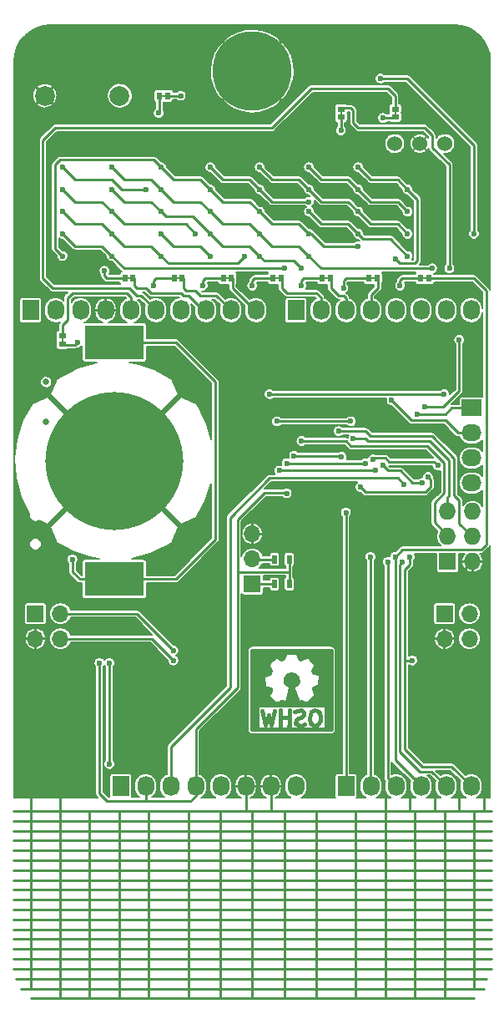
<source format=gbl>
G04 #@! TF.FileFunction,Copper,L2,Bot,Signal*
%FSLAX46Y46*%
G04 Gerber Fmt 4.6, Leading zero omitted, Abs format (unit mm)*
G04 Created by KiCad (PCBNEW 4.0.7) date 09/06/18 20:26:10*
%MOMM*%
%LPD*%
G01*
G04 APERTURE LIST*
%ADD10C,0.100000*%
%ADD11C,0.381000*%
%ADD12C,0.150000*%
%ADD13R,1.727200X2.032000*%
%ADD14O,1.727200X2.032000*%
%ADD15R,1.727200X1.727200*%
%ADD16O,1.727200X1.727200*%
%ADD17C,2.000000*%
%ADD18R,6.000000X3.500000*%
%ADD19C,14.000000*%
%ADD20C,8.000000*%
%ADD21C,0.700000*%
%ADD22C,1.524000*%
%ADD23C,0.650000*%
%ADD24R,0.600000X0.800000*%
%ADD25R,0.800000X0.600000*%
%ADD26R,2.032000X1.727200*%
%ADD27O,2.032000X1.727200*%
%ADD28R,1.700000X1.700000*%
%ADD29O,1.700000X1.700000*%
%ADD30R,0.500000X0.900000*%
%ADD31C,0.600000*%
%ADD32C,0.250000*%
%ADD33C,0.152400*%
G04 APERTURE END LIST*
D10*
D11*
X78500000Y-117349440D02*
X79099440Y-118949640D01*
X78400940Y-117451040D02*
X77999620Y-118949640D01*
X78898780Y-117049720D02*
X78101220Y-117049720D01*
X77900560Y-116750000D02*
X78898780Y-116750000D01*
X78898780Y-116450280D02*
X78101220Y-116450280D01*
X82500500Y-118949640D02*
X80498980Y-118949640D01*
X80801240Y-118649920D02*
X82398900Y-118649920D01*
X82500500Y-118350200D02*
X80999360Y-118350200D01*
X80900300Y-118050480D02*
X82500500Y-118050480D01*
X82398900Y-117750760D02*
X80999360Y-117750760D01*
X81299080Y-117451040D02*
X82398900Y-117451040D01*
X82500500Y-117148780D02*
X81499740Y-117148780D01*
X81499740Y-116849060D02*
X82500500Y-116849060D01*
X82398900Y-116549340D02*
X81499740Y-116549340D01*
X81400680Y-116249620D02*
X82398900Y-116249620D01*
X82500500Y-115949900D02*
X80999360Y-115949900D01*
X80900300Y-115650180D02*
X82398900Y-115650180D01*
X82500500Y-115551120D02*
X81100960Y-115551120D01*
X80999360Y-115248860D02*
X82398900Y-115248860D01*
X82398900Y-114949140D02*
X80999360Y-114949140D01*
X80498980Y-114649420D02*
X82299840Y-114649420D01*
X82398900Y-114349700D02*
X79399160Y-114349700D01*
X79201040Y-114049980D02*
X82398900Y-114049980D01*
X77699900Y-114049980D02*
X74601100Y-114049980D01*
X74499500Y-114250640D02*
X77600840Y-114250640D01*
X76501020Y-114550360D02*
X74601100Y-114550360D01*
X74499500Y-114751020D02*
X76198760Y-114751020D01*
X76000640Y-115050740D02*
X74601100Y-115050740D01*
X74601100Y-115350460D02*
X75899040Y-115350460D01*
X76198760Y-115650180D02*
X74499500Y-115650180D01*
X74499500Y-115949900D02*
X76099700Y-115949900D01*
X75599320Y-116249620D02*
X74499500Y-116249620D01*
X74499500Y-116549340D02*
X75500260Y-116549340D01*
X75599320Y-116849060D02*
X74499500Y-116849060D01*
X74499500Y-117148780D02*
X75599320Y-117148780D01*
X75700920Y-117451040D02*
X74601100Y-117451040D01*
X74499500Y-117750760D02*
X76198760Y-117750760D01*
X76099700Y-118050480D02*
X74601100Y-118050480D01*
X76099700Y-118350200D02*
X74700160Y-118350200D01*
X74601100Y-118649920D02*
X76099700Y-118649920D01*
X76399420Y-118949640D02*
X74700160Y-118949640D01*
X78500000Y-118350200D02*
X78299340Y-119051240D01*
X78500000Y-118251140D02*
X78700660Y-119051240D01*
X74799220Y-119249360D02*
X74700160Y-121550600D01*
X82299840Y-119249360D02*
X82299840Y-121550600D01*
X82000120Y-119249360D02*
X82000120Y-121751260D01*
X74999880Y-119249360D02*
X74999880Y-121751260D01*
X82500500Y-119249360D02*
X74499500Y-119249360D01*
X78479680Y-117430720D02*
X78510160Y-117720280D01*
X78510160Y-117720280D02*
X77941200Y-119089340D01*
X77941200Y-119089340D02*
X77499240Y-118939480D01*
X77499240Y-118939480D02*
X77461140Y-118891220D01*
X77461140Y-118891220D02*
X77069980Y-119160460D01*
X77080140Y-119119820D02*
X76879480Y-119089340D01*
X76869320Y-119129980D02*
X76191140Y-118489900D01*
X76191140Y-118489900D02*
X76099700Y-118258760D01*
X76099700Y-118258760D02*
X76368940Y-117781240D01*
X76368940Y-117781240D02*
X76341000Y-117628840D01*
X76341000Y-117628840D02*
X75660280Y-117440880D01*
X75660280Y-117440880D02*
X75599320Y-116259780D01*
X75599320Y-116259780D02*
X76269880Y-116010860D01*
X76269880Y-116010860D02*
X76341000Y-115810200D01*
X76341000Y-115810200D02*
X76069220Y-115279340D01*
X76069220Y-115279340D02*
X76191140Y-114969460D01*
X76191140Y-114969460D02*
X76831220Y-114359860D01*
X76831220Y-114359860D02*
X77039500Y-114349700D01*
X77039500Y-114349700D02*
X77461140Y-114608780D01*
X77461140Y-114608780D02*
X77638940Y-114530040D01*
X77638940Y-114530040D02*
X77859920Y-113971240D01*
X77859920Y-113971240D02*
X77880240Y-113900120D01*
X77880240Y-113900120D02*
X79051180Y-113879800D01*
X79041020Y-113839160D02*
X79289940Y-114509720D01*
X79289940Y-114509720D02*
X79409320Y-114580840D01*
X79409320Y-114580840D02*
X80110360Y-114281120D01*
X80110360Y-114281120D02*
X80961260Y-115180280D01*
X80961260Y-115180280D02*
X80689480Y-115810200D01*
X80689480Y-115810200D02*
X80730120Y-115939740D01*
X80730120Y-115939740D02*
X81250820Y-116021020D01*
X81250820Y-116021020D02*
X81400680Y-116079440D01*
X81400680Y-116079440D02*
X81370200Y-117339280D01*
X81370200Y-117339280D02*
X80730120Y-117570420D01*
X80730120Y-117570420D02*
X80699640Y-117669480D01*
X80699640Y-117669480D02*
X80999360Y-118279080D01*
X80999360Y-118279080D02*
X80178940Y-119119820D01*
X80178940Y-119119820D02*
X80069720Y-119211260D01*
X80069720Y-119211260D02*
X79480440Y-118919160D01*
X79480440Y-118919160D02*
X79218820Y-119058860D01*
X79218820Y-119058860D02*
X78990220Y-119058860D01*
X78990220Y-119058860D02*
X78449200Y-117550100D01*
X78449200Y-117550100D02*
X78690500Y-117240220D01*
X78690500Y-117240220D02*
X78769240Y-117250380D01*
X78769240Y-117250380D02*
X78980060Y-117110680D01*
X78980060Y-117110680D02*
X79119760Y-116910020D01*
X79119760Y-116910020D02*
X79079120Y-116470600D01*
X79079120Y-116470600D02*
X78799720Y-116181040D01*
X78799720Y-116181040D02*
X78439040Y-116109920D01*
X78439040Y-116109920D02*
X78101220Y-116229300D01*
X78101220Y-116229300D02*
X77870080Y-116529020D01*
X77870080Y-116529020D02*
X77880240Y-116930340D01*
X77880240Y-116930340D02*
X77989460Y-117120840D01*
X77989460Y-117120840D02*
X78500000Y-117430720D01*
X82500500Y-113750260D02*
X74499500Y-113750260D01*
X74499500Y-113750260D02*
X74499500Y-121751260D01*
X74499500Y-121751260D02*
X82500500Y-121751260D01*
X82500500Y-121751260D02*
X82500500Y-113750260D01*
X76782960Y-119831020D02*
X76422280Y-121301680D01*
X76422280Y-121301680D02*
X76142880Y-120239960D01*
X76142880Y-120239960D02*
X75833000Y-121311840D01*
X75833000Y-121311840D02*
X75492640Y-119861500D01*
X78202820Y-120521900D02*
X77412880Y-120511740D01*
X77412880Y-120511740D02*
X77402720Y-120521900D01*
X77402720Y-120521900D02*
X77402720Y-120511740D01*
X77362080Y-119800540D02*
X77362080Y-121342320D01*
X78251080Y-119790380D02*
X78251080Y-121360100D01*
X78251080Y-121360100D02*
X78240920Y-121349940D01*
X78802260Y-119891980D02*
X79152780Y-119810700D01*
X79152780Y-119810700D02*
X79472820Y-119800540D01*
X79472820Y-119800540D02*
X79711580Y-120001200D01*
X79711580Y-120001200D02*
X79742060Y-120270440D01*
X79742060Y-120270440D02*
X79500760Y-120511740D01*
X79500760Y-120511740D02*
X79112140Y-120641280D01*
X79112140Y-120641280D02*
X78931800Y-120801300D01*
X78931800Y-120801300D02*
X78891160Y-121101020D01*
X78891160Y-121101020D02*
X79122300Y-121322000D01*
X79122300Y-121322000D02*
X79442340Y-121349940D01*
X79442340Y-121349940D02*
X79792860Y-121240720D01*
X80831720Y-119790380D02*
X81080640Y-119810700D01*
X81080640Y-119810700D02*
X81321940Y-120052000D01*
X81321940Y-120052000D02*
X81410840Y-120542220D01*
X81410840Y-120542220D02*
X81382900Y-120890200D01*
X81382900Y-120890200D02*
X81182240Y-121210240D01*
X81182240Y-121210240D02*
X80930780Y-121332160D01*
X80930780Y-121332160D02*
X80620900Y-121261040D01*
X80620900Y-121261040D02*
X80402460Y-121080700D01*
X80402460Y-121080700D02*
X80331340Y-120620960D01*
X80331340Y-120620960D02*
X80382140Y-120212020D01*
X80382140Y-120212020D02*
X80491360Y-119930080D01*
X80491360Y-119930080D02*
X80852040Y-119800540D01*
D12*
X62508000Y-76000000D02*
X61492000Y-76000000D01*
X67508000Y-76000000D02*
X66492000Y-76000000D01*
X72508000Y-76000000D02*
X71492000Y-76000000D01*
X77508000Y-76000000D02*
X76492000Y-76000000D01*
X82508000Y-76000000D02*
X81492000Y-76000000D01*
X87258000Y-76000000D02*
X86242000Y-76000000D01*
X92508000Y-76000000D02*
X91492000Y-76000000D01*
X64992000Y-57500000D02*
X66008000Y-57500000D01*
X55250000Y-81742000D02*
X55250000Y-82758000D01*
X83500000Y-58742000D02*
X83500000Y-59758000D01*
X89000000Y-58742000D02*
X89000000Y-59758000D01*
D13*
X61144000Y-127500000D03*
D14*
X63684000Y-127500000D03*
X66224000Y-127500000D03*
X68764000Y-127500000D03*
X71304000Y-127500000D03*
X73844000Y-127500000D03*
X76384000Y-127500000D03*
X78924000Y-127500000D03*
D13*
X84004000Y-127500000D03*
D14*
X86544000Y-127500000D03*
X89084000Y-127500000D03*
X91624000Y-127500000D03*
X94164000Y-127500000D03*
X96704000Y-127500000D03*
D13*
X52000000Y-79240000D03*
D14*
X54540000Y-79240000D03*
X57080000Y-79240000D03*
X59620000Y-79240000D03*
X62160000Y-79240000D03*
X64700000Y-79240000D03*
X67240000Y-79240000D03*
X69780000Y-79240000D03*
X72320000Y-79240000D03*
X74860000Y-79240000D03*
D13*
X78924000Y-79240000D03*
D14*
X81464000Y-79240000D03*
X84004000Y-79240000D03*
X86544000Y-79240000D03*
X89084000Y-79240000D03*
X91624000Y-79240000D03*
X94164000Y-79240000D03*
X96704000Y-79240000D03*
D15*
X94304513Y-104730013D03*
D16*
X96844513Y-104730013D03*
X94304513Y-102190013D03*
X96844513Y-102190013D03*
X94304513Y-99650013D03*
X96844513Y-99650013D03*
D17*
X61049840Y-57500000D03*
X53450160Y-57500000D03*
D18*
X60500000Y-82500000D03*
D19*
X60500000Y-94500000D03*
D18*
X60500000Y-106500000D03*
D20*
X74500000Y-55000000D03*
D21*
X77500000Y-55000000D03*
X76621320Y-57121320D03*
X74500000Y-58000000D03*
X72378680Y-57121320D03*
X71500000Y-55000000D03*
X72378680Y-52878680D03*
X74500000Y-52000000D03*
X76621320Y-52878680D03*
D22*
X88960000Y-62350000D03*
X91500000Y-62350000D03*
X94040000Y-62350000D03*
D23*
X53585000Y-86519000D03*
X53585000Y-90519000D03*
D24*
X62400000Y-76000000D03*
X61600000Y-76000000D03*
X67400000Y-76000000D03*
X66600000Y-76000000D03*
X72400000Y-76000000D03*
X71600000Y-76000000D03*
X77400000Y-76000000D03*
X76600000Y-76000000D03*
X82400000Y-76000000D03*
X81600000Y-76000000D03*
X87150000Y-76000000D03*
X86350000Y-76000000D03*
X92400000Y-76000000D03*
X91600000Y-76000000D03*
X65100000Y-57500000D03*
X65900000Y-57500000D03*
D25*
X55250000Y-81850000D03*
X55250000Y-82650000D03*
X83500000Y-58850000D03*
X83500000Y-59650000D03*
X89000000Y-58850000D03*
X89000000Y-59650000D03*
D26*
X96774000Y-89154000D03*
D27*
X96774000Y-91694000D03*
X96774000Y-94234000D03*
X96774000Y-96774000D03*
D28*
X74500000Y-107000000D03*
D29*
X74500000Y-104460000D03*
X74500000Y-101920000D03*
D28*
X52500000Y-110000000D03*
D29*
X55040000Y-110000000D03*
X52500000Y-112540000D03*
X55040000Y-112540000D03*
D28*
X94000000Y-110000000D03*
D29*
X96540000Y-110000000D03*
X94000000Y-112540000D03*
X96540000Y-112540000D03*
D30*
X76750000Y-107000000D03*
X78250000Y-107000000D03*
X76750000Y-104500000D03*
X78250000Y-104500000D03*
D31*
X78750000Y-94000000D03*
X83566000Y-94107000D03*
X91000000Y-105500000D03*
X91000000Y-106500000D03*
X92000000Y-105500000D03*
X91500000Y-84750000D03*
X84500000Y-82250000D03*
X86850000Y-91350000D03*
X75500000Y-86500000D03*
X78000000Y-97800000D03*
X91750000Y-96750000D03*
X87757000Y-94996000D03*
X95500000Y-82250000D03*
X92000000Y-89000000D03*
X59000000Y-115000000D03*
X97000000Y-71500000D03*
X87500000Y-55750000D03*
X60000000Y-115000000D03*
X60000000Y-125250000D03*
X80250000Y-64750000D03*
X90250000Y-69250000D03*
X55250000Y-64750000D03*
X63750000Y-67000000D03*
X65250000Y-71500000D03*
X70250000Y-73750000D03*
X85250000Y-67000000D03*
X79500000Y-75000000D03*
X89000000Y-74000000D03*
X85250000Y-64750000D03*
X70250000Y-71500000D03*
X60250000Y-67000000D03*
X90250000Y-67000000D03*
X75250000Y-73750000D03*
X65250000Y-69250000D03*
X75250000Y-64750000D03*
X90250000Y-71500000D03*
X68750000Y-71500000D03*
X55250000Y-67000000D03*
X60250000Y-69250000D03*
X85250000Y-69250000D03*
X80250000Y-67000000D03*
X80250000Y-69250000D03*
X90250000Y-73750000D03*
X73750000Y-73750000D03*
X55250000Y-69250000D03*
X85250000Y-71500000D03*
X65250000Y-73750000D03*
X60250000Y-71500000D03*
X80250000Y-68250000D03*
X70250000Y-64750000D03*
X77750000Y-75000000D03*
X55250000Y-71500000D03*
X75250000Y-67000000D03*
X60250000Y-73750000D03*
X85250000Y-72750000D03*
X55250000Y-73750000D03*
X80250000Y-71500000D03*
X75250000Y-69250000D03*
X70250000Y-67000000D03*
X65250000Y-64750000D03*
X92750000Y-75000000D03*
X60250000Y-64750000D03*
X80250000Y-73750000D03*
X75250000Y-71500000D03*
X70250000Y-69250000D03*
X65250000Y-67000000D03*
X89916000Y-96901000D03*
X84000000Y-99750000D03*
X86500000Y-104250000D03*
X88250000Y-104750000D03*
X89000000Y-104250000D03*
X66500000Y-113750000D03*
X89750000Y-104750000D03*
X86000000Y-94750000D03*
X78000000Y-94750000D03*
X90750000Y-114750000D03*
X66500000Y-114750000D03*
X90500000Y-104250000D03*
X77250000Y-95500000D03*
X87000000Y-95500000D03*
X79500000Y-92500000D03*
X84750000Y-92250000D03*
X65000000Y-59250000D03*
X83250000Y-91500000D03*
X84500000Y-90500000D03*
X77000000Y-90500000D03*
X94500000Y-75000000D03*
X76250000Y-87750000D03*
X93980000Y-87757000D03*
X59500000Y-75250000D03*
X64500000Y-76750000D03*
X69500000Y-76750000D03*
X74500000Y-76750000D03*
X79500000Y-76750000D03*
X83750000Y-77000000D03*
X89500000Y-76750000D03*
X67250000Y-57500000D03*
X56750000Y-82500000D03*
X83500000Y-61000000D03*
X56250000Y-104500000D03*
X87750000Y-59750000D03*
X91250000Y-89750000D03*
X88646000Y-88392000D03*
X86741000Y-94361000D03*
X93345000Y-94996000D03*
X92329000Y-96139000D03*
X85471000Y-97155000D03*
D32*
X76500000Y-147000000D02*
X50500000Y-147000000D01*
X76500000Y-146000000D02*
X50250000Y-146000000D01*
X76500000Y-145000000D02*
X50250000Y-145000000D01*
X76500000Y-144000000D02*
X50250000Y-144000000D01*
X76500000Y-143000000D02*
X50250000Y-143000000D01*
X76500000Y-142000000D02*
X50250000Y-142000000D01*
X76500000Y-141000000D02*
X50250000Y-141000000D01*
X76500000Y-140000000D02*
X50250000Y-140000000D01*
X76500000Y-139000000D02*
X50250000Y-139000000D01*
X76500000Y-138000000D02*
X50250000Y-138000000D01*
X76500000Y-137000000D02*
X50250000Y-137000000D01*
X76500000Y-136000000D02*
X50250000Y-136000000D01*
X76500000Y-135000000D02*
X50250000Y-135000000D01*
X76500000Y-134000000D02*
X50250000Y-134000000D01*
X76500000Y-133000000D02*
X50250000Y-133000000D01*
X76500000Y-132000000D02*
X50250000Y-132000000D01*
X76500000Y-131000000D02*
X50250000Y-131000000D01*
X76500000Y-147000000D02*
X98250000Y-147000000D01*
X76500000Y-146000000D02*
X98750000Y-146000000D01*
X76500000Y-145000000D02*
X98750000Y-145000000D01*
X76500000Y-144000000D02*
X98750000Y-144000000D01*
X76500000Y-143000000D02*
X98750000Y-143000000D01*
X76500000Y-142000000D02*
X98750000Y-142000000D01*
X76500000Y-141000000D02*
X98750000Y-141000000D01*
X76500000Y-140000000D02*
X98750000Y-140000000D01*
X76500000Y-139000000D02*
X98750000Y-139000000D01*
X76500000Y-138000000D02*
X98750000Y-138000000D01*
X76500000Y-137000000D02*
X98750000Y-137000000D01*
X76500000Y-136000000D02*
X98750000Y-136000000D01*
X76500000Y-135000000D02*
X98750000Y-135000000D01*
X76500000Y-134000000D02*
X98750000Y-134000000D01*
X76500000Y-133000000D02*
X98750000Y-133000000D01*
X76500000Y-132000000D02*
X98750000Y-132000000D01*
X76500000Y-131000000D02*
X98750000Y-131000000D01*
X78750000Y-94000000D02*
X83459000Y-94000000D01*
X83459000Y-94000000D02*
X83566000Y-94107000D01*
X92000000Y-105500000D02*
X91000000Y-105500000D01*
X95074526Y-106500000D02*
X96844513Y-104730013D01*
X95074526Y-106500000D02*
X91000000Y-106500000D01*
X52000000Y-130000000D02*
X52000000Y-128500000D01*
X55000000Y-130000000D02*
X55000000Y-128500000D01*
X95500000Y-130000000D02*
X95500000Y-128500000D01*
X90500000Y-130000000D02*
X90500000Y-128500000D01*
X93000000Y-130000000D02*
X93000000Y-128500000D01*
X88000000Y-130000000D02*
X88000000Y-128500000D01*
X98000000Y-130000000D02*
X98000000Y-128500000D01*
X76384000Y-127500000D02*
X76384000Y-130000000D01*
X76384000Y-130000000D02*
X76500000Y-130000000D01*
X73844000Y-127500000D02*
X73844000Y-130000000D01*
X73844000Y-130000000D02*
X73750000Y-130000000D01*
X77750000Y-149000000D02*
X77750000Y-130000000D01*
X71250000Y-149000000D02*
X71250000Y-130000000D01*
X74500000Y-149000000D02*
X74500000Y-130000000D01*
X88000000Y-149000000D02*
X88000000Y-130000000D01*
X94000000Y-130000000D02*
X94000000Y-149000000D01*
X91000000Y-149000000D02*
X91000000Y-130000000D01*
X61000000Y-130000000D02*
X61000000Y-149000000D01*
X55000000Y-149000000D02*
X55000000Y-130000000D01*
X58000000Y-149000000D02*
X58000000Y-130000000D01*
X97000000Y-130000000D02*
X97000000Y-148000000D01*
X85000000Y-149000000D02*
X85000000Y-130000000D01*
X52000000Y-130000000D02*
X52000000Y-148000000D01*
X81000000Y-149000000D02*
X81000000Y-130000000D01*
X64000000Y-149000000D02*
X64000000Y-130000000D01*
X68000000Y-149000000D02*
X68000000Y-130000000D01*
X76500000Y-149000000D02*
X74500000Y-149000000D01*
X74500000Y-149000000D02*
X71500000Y-149000000D01*
X71500000Y-149000000D02*
X71250000Y-149000000D01*
X71250000Y-149000000D02*
X68000000Y-149000000D01*
X68000000Y-149000000D02*
X64000000Y-149000000D01*
X64000000Y-149000000D02*
X61000000Y-149000000D01*
X61000000Y-149000000D02*
X58000000Y-149000000D01*
X58000000Y-149000000D02*
X55000000Y-149000000D01*
X55000000Y-149000000D02*
X52000000Y-149000000D01*
X76500000Y-148000000D02*
X52000000Y-148000000D01*
X52000000Y-148000000D02*
X51000000Y-148000000D01*
X76500000Y-149000000D02*
X77750000Y-149000000D01*
X77750000Y-149000000D02*
X81000000Y-149000000D01*
X81000000Y-149000000D02*
X85000000Y-149000000D01*
X85000000Y-149000000D02*
X88000000Y-149000000D01*
X88000000Y-149000000D02*
X91000000Y-149000000D01*
X91000000Y-149000000D02*
X94000000Y-149000000D01*
X94000000Y-149000000D02*
X97000000Y-149000000D01*
X76500000Y-148000000D02*
X97000000Y-148000000D01*
X97000000Y-148000000D02*
X98000000Y-148000000D01*
X76500000Y-130000000D02*
X74500000Y-130000000D01*
X74500000Y-130000000D02*
X73750000Y-130000000D01*
X73750000Y-130000000D02*
X71500000Y-130000000D01*
X71500000Y-130000000D02*
X71250000Y-130000000D01*
X71250000Y-130000000D02*
X68000000Y-130000000D01*
X68000000Y-130000000D02*
X64000000Y-130000000D01*
X64000000Y-130000000D02*
X61000000Y-130000000D01*
X61000000Y-130000000D02*
X58000000Y-130000000D01*
X58000000Y-130000000D02*
X55000000Y-130000000D01*
X55000000Y-130000000D02*
X52000000Y-130000000D01*
X52000000Y-130000000D02*
X50250000Y-130000000D01*
X76500000Y-130000000D02*
X77750000Y-130000000D01*
X77750000Y-130000000D02*
X81000000Y-130000000D01*
X81000000Y-130000000D02*
X85000000Y-130000000D01*
X85000000Y-130000000D02*
X88000000Y-130000000D01*
X88000000Y-130000000D02*
X90500000Y-130000000D01*
X90500000Y-130000000D02*
X91000000Y-130000000D01*
X91000000Y-130000000D02*
X93000000Y-130000000D01*
X93000000Y-130000000D02*
X94000000Y-130000000D01*
X94000000Y-130000000D02*
X95500000Y-130000000D01*
X95500000Y-130000000D02*
X97000000Y-130000000D01*
X97000000Y-130000000D02*
X98000000Y-130000000D01*
X98000000Y-130000000D02*
X98750000Y-130000000D01*
X76500000Y-149000000D02*
X76500000Y-149000000D01*
X74580000Y-102000000D02*
X74500000Y-101920000D01*
X87750000Y-80250000D02*
X87750000Y-77500000D01*
X80750000Y-81250000D02*
X86750000Y-81250000D01*
X86750000Y-81250000D02*
X87750000Y-80250000D01*
X75500000Y-86500000D02*
X80750000Y-81250000D01*
X87750000Y-77500000D02*
X88250000Y-77000000D01*
X75750000Y-97750000D02*
X77950000Y-97750000D01*
X73000000Y-105750000D02*
X73000000Y-100500000D01*
X73000000Y-100500000D02*
X75750000Y-97750000D01*
X77950000Y-97750000D02*
X78000000Y-97800000D01*
X78250000Y-105750000D02*
X73000000Y-105750000D01*
X78250000Y-107000000D02*
X78250000Y-105750000D01*
X78250000Y-105750000D02*
X78250000Y-104500000D01*
X90750000Y-96750000D02*
X89504000Y-95504000D01*
X90750000Y-96750000D02*
X91750000Y-96750000D01*
X88265000Y-95504000D02*
X87757000Y-94996000D01*
X89504000Y-95504000D02*
X88265000Y-95504000D01*
X92000000Y-89000000D02*
X93880000Y-89000000D01*
X95500000Y-82250000D02*
X95500000Y-86750000D01*
X95500000Y-87380000D02*
X95500000Y-86750000D01*
X93880000Y-89000000D02*
X95500000Y-87380000D01*
X73000000Y-105750000D02*
X73000000Y-117500000D01*
X68764000Y-127500000D02*
X68764000Y-121736000D01*
X73000000Y-117500000D02*
X68764000Y-121736000D01*
X59000000Y-128250000D02*
X59750000Y-129000000D01*
X59000000Y-115000000D02*
X59000000Y-128250000D01*
X63500000Y-129000000D02*
X59750000Y-129000000D01*
X97000000Y-62500000D02*
X97000000Y-71500000D01*
X90250000Y-55750000D02*
X97000000Y-62500000D01*
X87500000Y-55750000D02*
X90250000Y-55750000D01*
X63684000Y-127500000D02*
X63684000Y-129000000D01*
X63684000Y-129000000D02*
X63500000Y-129000000D01*
X68250000Y-129000000D02*
X63500000Y-129000000D01*
X68764000Y-128486000D02*
X68250000Y-129000000D01*
X68764000Y-128486000D02*
X68764000Y-127500000D01*
X60000000Y-115000000D02*
X60000000Y-125250000D01*
X84250000Y-66000000D02*
X81500000Y-66000000D01*
X80250000Y-64750000D02*
X81500000Y-66000000D01*
X84250000Y-66000000D02*
X85250000Y-67000000D01*
X86500000Y-68250000D02*
X89250000Y-68250000D01*
X86500000Y-68250000D02*
X85250000Y-67000000D01*
X89250000Y-68250000D02*
X90250000Y-69250000D01*
X56500000Y-66000000D02*
X60250000Y-66000000D01*
X56500000Y-66000000D02*
X55250000Y-64750000D01*
X61250000Y-67000000D02*
X63750000Y-67000000D01*
X60250000Y-66000000D02*
X61250000Y-67000000D01*
X69250000Y-72750000D02*
X66500000Y-72750000D01*
X65250000Y-71500000D02*
X66500000Y-72750000D01*
X69250000Y-72750000D02*
X70250000Y-73750000D01*
X75750000Y-74250000D02*
X78750000Y-74250000D01*
X75250000Y-73750000D02*
X75750000Y-74250000D01*
X78750000Y-74250000D02*
X79500000Y-75000000D01*
X91250000Y-68000000D02*
X90250000Y-67000000D01*
X89500000Y-74500000D02*
X89000000Y-74000000D01*
X91000000Y-74500000D02*
X89500000Y-74500000D01*
X91250000Y-74250000D02*
X91000000Y-74500000D01*
X91250000Y-68000000D02*
X91250000Y-74250000D01*
X89250000Y-66000000D02*
X86500000Y-66000000D01*
X90250000Y-67000000D02*
X89250000Y-66000000D01*
X85250000Y-64750000D02*
X86500000Y-66000000D01*
X65750000Y-69750000D02*
X68500000Y-69750000D01*
X65250000Y-69250000D02*
X65750000Y-69750000D01*
X68500000Y-69750000D02*
X70250000Y-71500000D01*
X74250000Y-72750000D02*
X71500000Y-72750000D01*
X71500000Y-72750000D02*
X70250000Y-71500000D01*
X74250000Y-72750000D02*
X75250000Y-73750000D01*
X64250000Y-68250000D02*
X61500000Y-68250000D01*
X60250000Y-67000000D02*
X61500000Y-68250000D01*
X65250000Y-69250000D02*
X64250000Y-68250000D01*
X79250000Y-66000000D02*
X76500000Y-66000000D01*
X75250000Y-64750000D02*
X76500000Y-66000000D01*
X80250000Y-67000000D02*
X79250000Y-66000000D01*
X81500000Y-68250000D02*
X84250000Y-68250000D01*
X85250000Y-69250000D02*
X84250000Y-68250000D01*
X81500000Y-68250000D02*
X80250000Y-67000000D01*
X89250000Y-70500000D02*
X86500000Y-70500000D01*
X89250000Y-70500000D02*
X90250000Y-71500000D01*
X86500000Y-70500000D02*
X85250000Y-69250000D01*
X61500000Y-70500000D02*
X67750000Y-70500000D01*
X60250000Y-69250000D02*
X61500000Y-70500000D01*
X67750000Y-70500000D02*
X68750000Y-71500000D01*
X59250000Y-68250000D02*
X56500000Y-68250000D01*
X60250000Y-69250000D02*
X59250000Y-68250000D01*
X55250000Y-67000000D02*
X56500000Y-68250000D01*
X84250000Y-70500000D02*
X81500000Y-70500000D01*
X80250000Y-69250000D02*
X81500000Y-70500000D01*
X84250000Y-70500000D02*
X85250000Y-71500000D01*
X85750000Y-72000000D02*
X88500000Y-72000000D01*
X85750000Y-72000000D02*
X85250000Y-71500000D01*
X88500000Y-72000000D02*
X90250000Y-73750000D01*
X66000000Y-74500000D02*
X73000000Y-74500000D01*
X65250000Y-73750000D02*
X66000000Y-74500000D01*
X73000000Y-74500000D02*
X73750000Y-73750000D01*
X61500000Y-72750000D02*
X64250000Y-72750000D01*
X65250000Y-73750000D02*
X64250000Y-72750000D01*
X61500000Y-72750000D02*
X60250000Y-71500000D01*
X59250000Y-70500000D02*
X56500000Y-70500000D01*
X55250000Y-69250000D02*
X56500000Y-70500000D01*
X60250000Y-71500000D02*
X59250000Y-70500000D01*
X80250000Y-68250000D02*
X76500000Y-68250000D01*
X76500000Y-68250000D02*
X75250000Y-67000000D01*
X71500000Y-66000000D02*
X74250000Y-66000000D01*
X74250000Y-66000000D02*
X75250000Y-67000000D01*
X70250000Y-64750000D02*
X71500000Y-66000000D01*
X77750000Y-75000000D02*
X73500000Y-75000000D01*
X56500000Y-72750000D02*
X59250000Y-72750000D01*
X55250000Y-71500000D02*
X56500000Y-72750000D01*
X73500000Y-75000000D02*
X61500000Y-75000000D01*
X61500000Y-75000000D02*
X60250000Y-73750000D01*
X60250000Y-73750000D02*
X59250000Y-72750000D01*
X85250000Y-72750000D02*
X81750000Y-72750000D01*
X80500000Y-71500000D02*
X81750000Y-72750000D01*
X80500000Y-71500000D02*
X80250000Y-71500000D01*
X76500000Y-70500000D02*
X79250000Y-70500000D01*
X80250000Y-71500000D02*
X79250000Y-70500000D01*
X76500000Y-70500000D02*
X75250000Y-69250000D01*
X69250000Y-66000000D02*
X66500000Y-66000000D01*
X65250000Y-64750000D02*
X66500000Y-66000000D01*
X69250000Y-66000000D02*
X70250000Y-67000000D01*
X74250000Y-68250000D02*
X71500000Y-68250000D01*
X70250000Y-67000000D02*
X71500000Y-68250000D01*
X74250000Y-68250000D02*
X75250000Y-69250000D01*
X64500000Y-64000000D02*
X55000000Y-64000000D01*
X55250000Y-73750000D02*
X54500000Y-73000000D01*
X54500000Y-73000000D02*
X54500000Y-64500000D01*
X54500000Y-64500000D02*
X55000000Y-64000000D01*
X65250000Y-64750000D02*
X64500000Y-64000000D01*
X88250000Y-75000000D02*
X81500000Y-75000000D01*
X92750000Y-75000000D02*
X88250000Y-75000000D01*
X81500000Y-75000000D02*
X80250000Y-73750000D01*
X76500000Y-72750000D02*
X79250000Y-72750000D01*
X76500000Y-72750000D02*
X75250000Y-71500000D01*
X80250000Y-73750000D02*
X79250000Y-72750000D01*
X66500000Y-68250000D02*
X69250000Y-68250000D01*
X70250000Y-69250000D02*
X69250000Y-68250000D01*
X66500000Y-68250000D02*
X65250000Y-67000000D01*
X71500000Y-70500000D02*
X74250000Y-70500000D01*
X74250000Y-70500000D02*
X75250000Y-71500000D01*
X70250000Y-69250000D02*
X71500000Y-70500000D01*
X61500000Y-66000000D02*
X64250000Y-66000000D01*
X65250000Y-67000000D02*
X64250000Y-66000000D01*
X60250000Y-64750000D02*
X61500000Y-66000000D01*
X66224000Y-123526000D02*
X66224000Y-127500000D01*
X76250000Y-96250000D02*
X72250000Y-100250000D01*
X72250000Y-117500000D02*
X72250000Y-100250000D01*
X72250000Y-117500000D02*
X66224000Y-123526000D01*
X89265000Y-96250000D02*
X76250000Y-96250000D01*
X89916000Y-96901000D02*
X89265000Y-96250000D01*
X84000000Y-99750000D02*
X84000000Y-127496000D01*
X84000000Y-127496000D02*
X84004000Y-127500000D01*
X86500000Y-104250000D02*
X86500000Y-127456000D01*
X86500000Y-127456000D02*
X86544000Y-127500000D01*
X88250000Y-126666000D02*
X89084000Y-127500000D01*
X88250000Y-104750000D02*
X88250000Y-126666000D01*
X89000000Y-104250000D02*
X89000000Y-112000000D01*
X89000000Y-124876000D02*
X91624000Y-127500000D01*
X89000000Y-112000000D02*
X89000000Y-124876000D01*
X89000000Y-112000000D02*
X89000000Y-112000000D01*
X92500000Y-76000000D02*
X97000000Y-76000000D01*
X89750000Y-103500000D02*
X89000000Y-104250000D01*
X97750000Y-103500000D02*
X89750000Y-103500000D01*
X98250000Y-103000000D02*
X97750000Y-103500000D01*
X98250000Y-77250000D02*
X98250000Y-103000000D01*
X98000000Y-77000000D02*
X98250000Y-77250000D01*
X97000000Y-76000000D02*
X98000000Y-77000000D01*
X55040000Y-110000000D02*
X62750000Y-110000000D01*
X62750000Y-110000000D02*
X66500000Y-113750000D01*
X89750000Y-104750000D02*
X89500000Y-105000000D01*
X89750000Y-124250000D02*
X91500000Y-126000000D01*
X91500000Y-126000000D02*
X92664000Y-126000000D01*
X94164000Y-127500000D02*
X92664000Y-126000000D01*
X89500000Y-124000000D02*
X89750000Y-124250000D01*
X89500000Y-105000000D02*
X89500000Y-124000000D01*
X78000000Y-94750000D02*
X86000000Y-94750000D01*
X55040000Y-112540000D02*
X64290000Y-112540000D01*
X90750000Y-114750000D02*
X90000000Y-114750000D01*
X64290000Y-112540000D02*
X66500000Y-114750000D01*
X94704000Y-125500000D02*
X96704000Y-127500000D01*
X91750000Y-125500000D02*
X94704000Y-125500000D01*
X90000000Y-123750000D02*
X91750000Y-125500000D01*
X90000000Y-105500000D02*
X90000000Y-114750000D01*
X90000000Y-114750000D02*
X90000000Y-123750000D01*
X90500000Y-105000000D02*
X90000000Y-105500000D01*
X90500000Y-104250000D02*
X90500000Y-105000000D01*
X77250000Y-95500000D02*
X87000000Y-95500000D01*
X92250000Y-93000000D02*
X93980000Y-94730000D01*
X93000000Y-98770000D02*
X93000000Y-100750000D01*
X79500000Y-92500000D02*
X84000000Y-92500000D01*
X93000000Y-100750000D02*
X94304513Y-102054513D01*
X84500000Y-93000000D02*
X92250000Y-93000000D01*
X84000000Y-92500000D02*
X84500000Y-93000000D01*
X93980000Y-97790000D02*
X93000000Y-98770000D01*
X93980000Y-94730000D02*
X93980000Y-97790000D01*
X62160000Y-79240000D02*
X62160000Y-77910000D01*
X55250000Y-80750000D02*
X55250000Y-81750000D01*
X55750000Y-80250000D02*
X55250000Y-80750000D01*
X55750000Y-78000000D02*
X55750000Y-80250000D01*
X56250000Y-77500000D02*
X55750000Y-78000000D01*
X61750000Y-77500000D02*
X56250000Y-77500000D01*
X62160000Y-77910000D02*
X61750000Y-77500000D01*
X94304513Y-102190013D02*
X94304513Y-102054513D01*
X92500000Y-92500000D02*
X94488000Y-94488000D01*
X84750000Y-92250000D02*
X86000000Y-92250000D01*
X86000000Y-92250000D02*
X86250000Y-92500000D01*
X86250000Y-92500000D02*
X92500000Y-92500000D01*
X94304513Y-98227487D02*
X94304513Y-99650013D01*
X94488000Y-98044000D02*
X94304513Y-98227487D01*
X94488000Y-94488000D02*
X94488000Y-98044000D01*
X62770000Y-77770000D02*
X62000000Y-77000000D01*
X89000000Y-57500000D02*
X88250000Y-56750000D01*
X88250000Y-56750000D02*
X80500000Y-56750000D01*
X80500000Y-56750000D02*
X76500000Y-60750000D01*
X76500000Y-60750000D02*
X54500000Y-60750000D01*
X54500000Y-60750000D02*
X53250000Y-62000000D01*
X53250000Y-62000000D02*
X53250000Y-76000000D01*
X89000000Y-58750000D02*
X89000000Y-57500000D01*
X62770000Y-77770000D02*
X63230000Y-77770000D01*
X54250000Y-77000000D02*
X53250000Y-76000000D01*
X62000000Y-77000000D02*
X54250000Y-77000000D01*
X63210000Y-77750000D02*
X63230000Y-77770000D01*
X63230000Y-77770000D02*
X64700000Y-79240000D01*
X65100000Y-59150000D02*
X65100000Y-57500000D01*
X65000000Y-59250000D02*
X65100000Y-59150000D01*
X92750000Y-92000000D02*
X94996000Y-94246000D01*
X83250000Y-91500000D02*
X86000000Y-91500000D01*
X86500000Y-92000000D02*
X92750000Y-92000000D01*
X86000000Y-91500000D02*
X86500000Y-92000000D01*
X95504000Y-98552000D02*
X95504000Y-100849500D01*
X94996000Y-98044000D02*
X95504000Y-98552000D01*
X94996000Y-94246000D02*
X94996000Y-98044000D01*
X95500000Y-100845500D02*
X95504000Y-100849500D01*
X95504000Y-100849500D02*
X96844513Y-102190013D01*
X63750000Y-77000000D02*
X62750000Y-77000000D01*
X67500000Y-77750000D02*
X67250000Y-77500000D01*
X67250000Y-77500000D02*
X64250000Y-77500000D01*
X64250000Y-77500000D02*
X63750000Y-77000000D01*
X69490000Y-79240000D02*
X68000000Y-77750000D01*
X68000000Y-77750000D02*
X67500000Y-77750000D01*
X62500000Y-76750000D02*
X62500000Y-76000000D01*
X62750000Y-77000000D02*
X62500000Y-76750000D01*
X69490000Y-79240000D02*
X69780000Y-79240000D01*
X67500000Y-76000000D02*
X67500000Y-77000000D01*
X70830000Y-77750000D02*
X72320000Y-79240000D01*
X69250000Y-77750000D02*
X70830000Y-77750000D01*
X68750000Y-77250000D02*
X69250000Y-77750000D01*
X67750000Y-77250000D02*
X68750000Y-77250000D01*
X67500000Y-77000000D02*
X67750000Y-77250000D01*
X72500000Y-76000000D02*
X72500000Y-77000000D01*
X72500000Y-77000000D02*
X74740000Y-79240000D01*
X74740000Y-79240000D02*
X74860000Y-79240000D01*
X77000000Y-90500000D02*
X84500000Y-90500000D01*
X77500000Y-76000000D02*
X77500000Y-77000000D01*
X81464000Y-77964000D02*
X81464000Y-79240000D01*
X81000000Y-77500000D02*
X81464000Y-77964000D01*
X78000000Y-77500000D02*
X81000000Y-77500000D01*
X77500000Y-77000000D02*
X78000000Y-77500000D01*
X82500000Y-76000000D02*
X82500000Y-77000000D01*
X84004000Y-78004000D02*
X84004000Y-79240000D01*
X83750000Y-77750000D02*
X84004000Y-78004000D01*
X83250000Y-77750000D02*
X83750000Y-77750000D01*
X82500000Y-77000000D02*
X83250000Y-77750000D01*
X87250000Y-76000000D02*
X87250000Y-77000000D01*
X86544000Y-77706000D02*
X86544000Y-79240000D01*
X87250000Y-77000000D02*
X86544000Y-77706000D01*
X84500000Y-58750000D02*
X83500000Y-58750000D01*
X84750000Y-59000000D02*
X84500000Y-58750000D01*
X84750000Y-60250000D02*
X84750000Y-59000000D01*
X85250000Y-60750000D02*
X84750000Y-60250000D01*
X92000000Y-60750000D02*
X85250000Y-60750000D01*
X92750000Y-61500000D02*
X92000000Y-60750000D01*
X92750000Y-62750000D02*
X92750000Y-61500000D01*
X94500000Y-64500000D02*
X92750000Y-62750000D01*
X94500000Y-75000000D02*
X94500000Y-64500000D01*
X76257000Y-87757000D02*
X76250000Y-87750000D01*
X93980000Y-87757000D02*
X76257000Y-87757000D01*
X61500000Y-76000000D02*
X59750000Y-76000000D01*
X59500000Y-75750000D02*
X59500000Y-75250000D01*
X59750000Y-76000000D02*
X59500000Y-75750000D01*
X66500000Y-76000000D02*
X64750000Y-76000000D01*
X64500000Y-76250000D02*
X64500000Y-76750000D01*
X64750000Y-76000000D02*
X64500000Y-76250000D01*
X71500000Y-76000000D02*
X69750000Y-76000000D01*
X69500000Y-76250000D02*
X69500000Y-76750000D01*
X69750000Y-76000000D02*
X69500000Y-76250000D01*
X76500000Y-76000000D02*
X74750000Y-76000000D01*
X74500000Y-76250000D02*
X74500000Y-76750000D01*
X74750000Y-76000000D02*
X74500000Y-76250000D01*
X81500000Y-76000000D02*
X79750000Y-76000000D01*
X79500000Y-76250000D02*
X79500000Y-76750000D01*
X79750000Y-76000000D02*
X79500000Y-76250000D01*
X86250000Y-76000000D02*
X84000000Y-76000000D01*
X83750000Y-76250000D02*
X83750000Y-77000000D01*
X84000000Y-76000000D02*
X83750000Y-76250000D01*
X91500000Y-76000000D02*
X89750000Y-76000000D01*
X89500000Y-76250000D02*
X89500000Y-76750000D01*
X89750000Y-76000000D02*
X89500000Y-76250000D01*
X66000000Y-57500000D02*
X67250000Y-57500000D01*
X55250000Y-82750000D02*
X56500000Y-82750000D01*
X56500000Y-82750000D02*
X56750000Y-82500000D01*
X83500000Y-59750000D02*
X83500000Y-61000000D01*
X56250000Y-105750000D02*
X56250000Y-104500000D01*
X57000000Y-106500000D02*
X56250000Y-105750000D01*
X57000000Y-106500000D02*
X60500000Y-106500000D01*
X60500000Y-82500000D02*
X66750000Y-82500000D01*
X66750000Y-106500000D02*
X60500000Y-106500000D01*
X70750000Y-102500000D02*
X66750000Y-106500000D01*
X70750000Y-86500000D02*
X70750000Y-102500000D01*
X66750000Y-82500000D02*
X70750000Y-86500000D01*
X89000000Y-59750000D02*
X87750000Y-59750000D01*
X91250000Y-89750000D02*
X94146000Y-89750000D01*
X94742000Y-89154000D02*
X96774000Y-89154000D01*
X94146000Y-89750000D02*
X94742000Y-89154000D01*
X96774000Y-91694000D02*
X95377000Y-91694000D01*
X90678000Y-90424000D02*
X88646000Y-88392000D01*
X94107000Y-90424000D02*
X90678000Y-90424000D01*
X95377000Y-91694000D02*
X94107000Y-90424000D01*
X86868000Y-94234000D02*
X86741000Y-94361000D01*
X88011000Y-94234000D02*
X86868000Y-94234000D01*
X88392000Y-94615000D02*
X88011000Y-94234000D01*
X92964000Y-94615000D02*
X88392000Y-94615000D01*
X93345000Y-94996000D02*
X92964000Y-94615000D01*
X92583000Y-96393000D02*
X92583000Y-97155000D01*
X92583000Y-97155000D02*
X92075000Y-97663000D01*
X92075000Y-97663000D02*
X85979000Y-97663000D01*
X85979000Y-97663000D02*
X85725000Y-97409000D01*
X85471000Y-97155000D02*
X85725000Y-97409000D01*
X92329000Y-96139000D02*
X92583000Y-96393000D01*
X76750000Y-107000000D02*
X74500000Y-107000000D01*
X76750000Y-104500000D02*
X74540000Y-104500000D01*
X74540000Y-104500000D02*
X74500000Y-104460000D01*
D33*
G36*
X88660338Y-125096579D02*
X88661668Y-125098245D01*
X88662667Y-125100124D01*
X88686296Y-125129096D01*
X88709651Y-125158352D01*
X88712573Y-125161314D01*
X88712624Y-125161377D01*
X88712682Y-125161425D01*
X88713622Y-125162378D01*
X90541373Y-126990130D01*
X90505390Y-127103561D01*
X90480511Y-127325362D01*
X90480400Y-127341329D01*
X90480400Y-127658671D01*
X90502180Y-127880797D01*
X90566689Y-128094463D01*
X90671471Y-128291530D01*
X90812535Y-128464491D01*
X90984507Y-128606758D01*
X91108498Y-128673800D01*
X89598856Y-128673800D01*
X89710193Y-128615595D01*
X89884135Y-128475742D01*
X90027600Y-128304767D01*
X90135123Y-128109183D01*
X90202610Y-127896439D01*
X90227489Y-127674638D01*
X90227600Y-127658671D01*
X90227600Y-127341329D01*
X90205820Y-127119203D01*
X90141311Y-126905537D01*
X90036529Y-126708470D01*
X89895465Y-126535509D01*
X89723493Y-126393242D01*
X89527163Y-126287086D01*
X89313953Y-126221087D01*
X89091984Y-126197757D01*
X88869711Y-126217985D01*
X88655600Y-126281002D01*
X88655000Y-126281316D01*
X88655000Y-125086281D01*
X88660338Y-125096579D01*
X88660338Y-125096579D01*
G37*
X88660338Y-125096579D02*
X88661668Y-125098245D01*
X88662667Y-125100124D01*
X88686296Y-125129096D01*
X88709651Y-125158352D01*
X88712573Y-125161314D01*
X88712624Y-125161377D01*
X88712682Y-125161425D01*
X88713622Y-125162378D01*
X90541373Y-126990130D01*
X90505390Y-127103561D01*
X90480511Y-127325362D01*
X90480400Y-127341329D01*
X90480400Y-127658671D01*
X90502180Y-127880797D01*
X90566689Y-128094463D01*
X90671471Y-128291530D01*
X90812535Y-128464491D01*
X90984507Y-128606758D01*
X91108498Y-128673800D01*
X89598856Y-128673800D01*
X89710193Y-128615595D01*
X89884135Y-128475742D01*
X90027600Y-128304767D01*
X90135123Y-128109183D01*
X90202610Y-127896439D01*
X90227489Y-127674638D01*
X90227600Y-127658671D01*
X90227600Y-127341329D01*
X90205820Y-127119203D01*
X90141311Y-126905537D01*
X90036529Y-126708470D01*
X89895465Y-126535509D01*
X89723493Y-126393242D01*
X89527163Y-126287086D01*
X89313953Y-126221087D01*
X89091984Y-126197757D01*
X88869711Y-126217985D01*
X88655600Y-126281002D01*
X88655000Y-126281316D01*
X88655000Y-125086281D01*
X88660338Y-125096579D01*
G36*
X93081373Y-126990129D02*
X93045390Y-127103561D01*
X93020511Y-127325362D01*
X93020400Y-127341329D01*
X93020400Y-127658671D01*
X93042180Y-127880797D01*
X93106689Y-128094463D01*
X93211471Y-128291530D01*
X93352535Y-128464491D01*
X93524507Y-128606758D01*
X93648498Y-128673800D01*
X92138856Y-128673800D01*
X92250193Y-128615595D01*
X92424135Y-128475742D01*
X92567600Y-128304767D01*
X92675123Y-128109183D01*
X92742610Y-127896439D01*
X92767489Y-127674638D01*
X92767600Y-127658671D01*
X92767600Y-127341329D01*
X92745820Y-127119203D01*
X92681311Y-126905537D01*
X92576529Y-126708470D01*
X92435465Y-126535509D01*
X92277706Y-126405000D01*
X92496244Y-126405000D01*
X93081373Y-126990129D01*
X93081373Y-126990129D01*
G37*
X93081373Y-126990129D02*
X93045390Y-127103561D01*
X93020511Y-127325362D01*
X93020400Y-127341329D01*
X93020400Y-127658671D01*
X93042180Y-127880797D01*
X93106689Y-128094463D01*
X93211471Y-128291530D01*
X93352535Y-128464491D01*
X93524507Y-128606758D01*
X93648498Y-128673800D01*
X92138856Y-128673800D01*
X92250193Y-128615595D01*
X92424135Y-128475742D01*
X92567600Y-128304767D01*
X92675123Y-128109183D01*
X92742610Y-127896439D01*
X92767489Y-127674638D01*
X92767600Y-127658671D01*
X92767600Y-127341329D01*
X92745820Y-127119203D01*
X92681311Y-126905537D01*
X92576529Y-126708470D01*
X92435465Y-126535509D01*
X92277706Y-126405000D01*
X92496244Y-126405000D01*
X93081373Y-126990129D01*
G36*
X95621373Y-126990129D02*
X95585390Y-127103561D01*
X95560511Y-127325362D01*
X95560400Y-127341329D01*
X95560400Y-127658671D01*
X95582180Y-127880797D01*
X95646689Y-128094463D01*
X95751471Y-128291530D01*
X95892535Y-128464491D01*
X96064507Y-128606758D01*
X96188498Y-128673800D01*
X94678856Y-128673800D01*
X94790193Y-128615595D01*
X94964135Y-128475742D01*
X95107600Y-128304767D01*
X95215123Y-128109183D01*
X95282610Y-127896439D01*
X95307489Y-127674638D01*
X95307600Y-127658671D01*
X95307600Y-127341329D01*
X95285820Y-127119203D01*
X95221311Y-126905537D01*
X95116529Y-126708470D01*
X94975465Y-126535509D01*
X94803493Y-126393242D01*
X94607163Y-126287086D01*
X94393953Y-126221087D01*
X94171984Y-126197757D01*
X93949711Y-126217985D01*
X93735600Y-126281002D01*
X93592545Y-126355789D01*
X93141756Y-125905000D01*
X94536244Y-125905000D01*
X95621373Y-126990129D01*
X95621373Y-126990129D01*
G37*
X95621373Y-126990129D02*
X95585390Y-127103561D01*
X95560511Y-127325362D01*
X95560400Y-127341329D01*
X95560400Y-127658671D01*
X95582180Y-127880797D01*
X95646689Y-128094463D01*
X95751471Y-128291530D01*
X95892535Y-128464491D01*
X96064507Y-128606758D01*
X96188498Y-128673800D01*
X94678856Y-128673800D01*
X94790193Y-128615595D01*
X94964135Y-128475742D01*
X95107600Y-128304767D01*
X95215123Y-128109183D01*
X95282610Y-127896439D01*
X95307489Y-127674638D01*
X95307600Y-127658671D01*
X95307600Y-127341329D01*
X95285820Y-127119203D01*
X95221311Y-126905537D01*
X95116529Y-126708470D01*
X94975465Y-126535509D01*
X94803493Y-126393242D01*
X94607163Y-126287086D01*
X94393953Y-126221087D01*
X94171984Y-126197757D01*
X93949711Y-126217985D01*
X93735600Y-126281002D01*
X93592545Y-126355789D01*
X93141756Y-125905000D01*
X94536244Y-125905000D01*
X95621373Y-126990129D01*
G36*
X88386345Y-95019961D02*
X88390515Y-95019990D01*
X88390586Y-95019997D01*
X88390653Y-95019991D01*
X88392000Y-95020000D01*
X92764584Y-95020000D01*
X92764238Y-95044768D01*
X92784771Y-95156643D01*
X92826643Y-95262399D01*
X92888259Y-95358009D01*
X92967272Y-95439829D01*
X93060672Y-95504744D01*
X93164903Y-95550281D01*
X93275993Y-95574706D01*
X93389712Y-95577088D01*
X93501728Y-95557337D01*
X93575000Y-95528916D01*
X93575000Y-97622244D01*
X92713622Y-98483622D01*
X92689884Y-98512521D01*
X92665829Y-98541188D01*
X92664803Y-98543054D01*
X92663451Y-98544700D01*
X92645775Y-98577666D01*
X92627750Y-98610454D01*
X92627106Y-98612486D01*
X92626100Y-98614361D01*
X92615168Y-98650118D01*
X92603850Y-98685796D01*
X92603613Y-98687913D01*
X92602990Y-98689949D01*
X92599210Y-98727163D01*
X92595039Y-98764345D01*
X92595010Y-98768504D01*
X92595002Y-98768586D01*
X92595009Y-98768662D01*
X92595000Y-98770000D01*
X92595000Y-100750000D01*
X92598650Y-100787222D01*
X92601911Y-100824500D01*
X92602505Y-100826545D01*
X92602713Y-100828665D01*
X92613524Y-100864472D01*
X92623963Y-100900404D01*
X92624944Y-100902296D01*
X92625559Y-100904334D01*
X92643111Y-100937345D01*
X92660338Y-100970579D01*
X92661668Y-100972245D01*
X92662667Y-100974124D01*
X92686296Y-101003096D01*
X92709651Y-101032352D01*
X92712573Y-101035314D01*
X92712624Y-101035377D01*
X92712682Y-101035425D01*
X92713622Y-101036378D01*
X93309375Y-101632131D01*
X93253390Y-101733968D01*
X93185903Y-101946712D01*
X93161024Y-102168513D01*
X93160913Y-102184480D01*
X93160913Y-102195546D01*
X93182693Y-102417672D01*
X93247202Y-102631338D01*
X93351984Y-102828405D01*
X93493048Y-103001366D01*
X93606233Y-103095000D01*
X89750000Y-103095000D01*
X89712782Y-103098649D01*
X89675500Y-103101911D01*
X89673455Y-103102505D01*
X89671335Y-103102713D01*
X89635495Y-103113534D01*
X89599595Y-103123964D01*
X89597706Y-103124943D01*
X89595666Y-103125559D01*
X89562599Y-103143141D01*
X89529421Y-103160339D01*
X89527759Y-103161666D01*
X89525876Y-103162667D01*
X89496876Y-103186319D01*
X89467648Y-103209651D01*
X89464686Y-103212573D01*
X89464623Y-103212624D01*
X89464575Y-103212682D01*
X89463622Y-103213622D01*
X89007232Y-103670012D01*
X88947179Y-103669593D01*
X88835450Y-103690906D01*
X88729988Y-103733515D01*
X88634812Y-103795797D01*
X88553545Y-103875380D01*
X88489283Y-103969231D01*
X88444475Y-104073777D01*
X88420826Y-104185035D01*
X88420716Y-104192925D01*
X88310920Y-104170387D01*
X88197179Y-104169593D01*
X88085450Y-104190906D01*
X87979988Y-104233515D01*
X87884812Y-104295797D01*
X87803545Y-104375380D01*
X87739283Y-104469231D01*
X87694475Y-104573777D01*
X87670826Y-104685035D01*
X87669238Y-104798768D01*
X87689771Y-104910643D01*
X87731643Y-105016399D01*
X87793259Y-105112009D01*
X87845000Y-105165588D01*
X87845000Y-126666000D01*
X87848650Y-126703222D01*
X87851911Y-126740500D01*
X87852505Y-126742545D01*
X87852713Y-126744665D01*
X87863524Y-126780472D01*
X87873963Y-126816404D01*
X87874944Y-126818296D01*
X87875559Y-126820334D01*
X87893111Y-126853345D01*
X87910338Y-126886579D01*
X87911668Y-126888245D01*
X87912667Y-126890124D01*
X87936296Y-126919096D01*
X87959651Y-126948352D01*
X87962573Y-126951314D01*
X87962624Y-126951377D01*
X87962682Y-126951425D01*
X87963622Y-126952378D01*
X88001373Y-126990129D01*
X87965390Y-127103561D01*
X87940511Y-127325362D01*
X87940400Y-127341329D01*
X87940400Y-127658671D01*
X87962180Y-127880797D01*
X88026689Y-128094463D01*
X88131471Y-128291530D01*
X88272535Y-128464491D01*
X88444507Y-128606758D01*
X88568498Y-128673800D01*
X87058856Y-128673800D01*
X87170193Y-128615595D01*
X87344135Y-128475742D01*
X87487600Y-128304767D01*
X87595123Y-128109183D01*
X87662610Y-127896439D01*
X87687489Y-127674638D01*
X87687600Y-127658671D01*
X87687600Y-127341329D01*
X87665820Y-127119203D01*
X87601311Y-126905537D01*
X87496529Y-126708470D01*
X87355465Y-126535509D01*
X87183493Y-126393242D01*
X86987163Y-126287086D01*
X86905000Y-126261653D01*
X86905000Y-104665272D01*
X86941181Y-104630817D01*
X87006747Y-104537872D01*
X87053011Y-104433962D01*
X87078210Y-104323045D01*
X87080025Y-104193128D01*
X87057932Y-104081551D01*
X87014587Y-103976389D01*
X86951642Y-103881650D01*
X86871495Y-103800940D01*
X86777197Y-103737336D01*
X86672340Y-103693258D01*
X86560920Y-103670387D01*
X86447179Y-103669593D01*
X86335450Y-103690906D01*
X86229988Y-103733515D01*
X86134812Y-103795797D01*
X86053545Y-103875380D01*
X85989283Y-103969231D01*
X85944475Y-104073777D01*
X85920826Y-104185035D01*
X85919238Y-104298768D01*
X85939771Y-104410643D01*
X85981643Y-104516399D01*
X86043259Y-104612009D01*
X86095000Y-104665588D01*
X86095000Y-126291771D01*
X85917807Y-126384405D01*
X85743865Y-126524258D01*
X85600400Y-126695233D01*
X85492877Y-126890817D01*
X85425390Y-127103561D01*
X85400511Y-127325362D01*
X85400400Y-127341329D01*
X85400400Y-127658671D01*
X85422180Y-127880797D01*
X85486689Y-128094463D01*
X85591471Y-128291530D01*
X85732535Y-128464491D01*
X85904507Y-128606758D01*
X86028498Y-128673800D01*
X85099109Y-128673800D01*
X85105280Y-128666560D01*
X85137815Y-128594383D01*
X85148954Y-128516000D01*
X85148954Y-126484000D01*
X85145398Y-126439411D01*
X85121978Y-126363784D01*
X85078415Y-126297675D01*
X85018160Y-126246320D01*
X84945983Y-126213785D01*
X84867600Y-126202646D01*
X84405000Y-126202646D01*
X84405000Y-100165272D01*
X84441181Y-100130817D01*
X84506747Y-100037872D01*
X84553011Y-99933962D01*
X84578210Y-99823045D01*
X84580025Y-99693128D01*
X84557932Y-99581551D01*
X84514587Y-99476389D01*
X84451642Y-99381650D01*
X84371495Y-99300940D01*
X84277197Y-99237336D01*
X84172340Y-99193258D01*
X84060920Y-99170387D01*
X83947179Y-99169593D01*
X83835450Y-99190906D01*
X83729988Y-99233515D01*
X83634812Y-99295797D01*
X83553545Y-99375380D01*
X83489283Y-99469231D01*
X83444475Y-99573777D01*
X83420826Y-99685035D01*
X83419238Y-99798768D01*
X83439771Y-99910643D01*
X83481643Y-100016399D01*
X83543259Y-100112009D01*
X83595000Y-100165588D01*
X83595000Y-126202646D01*
X83140400Y-126202646D01*
X83095811Y-126206202D01*
X83020184Y-126229622D01*
X82954075Y-126273185D01*
X82902720Y-126333440D01*
X82870185Y-126405617D01*
X82859046Y-126484000D01*
X82859046Y-128516000D01*
X82862602Y-128560589D01*
X82886022Y-128636216D01*
X82910788Y-128673800D01*
X79438856Y-128673800D01*
X79550193Y-128615595D01*
X79724135Y-128475742D01*
X79867600Y-128304767D01*
X79975123Y-128109183D01*
X80042610Y-127896439D01*
X80067489Y-127674638D01*
X80067600Y-127658671D01*
X80067600Y-127341329D01*
X80045820Y-127119203D01*
X79981311Y-126905537D01*
X79876529Y-126708470D01*
X79735465Y-126535509D01*
X79563493Y-126393242D01*
X79367163Y-126287086D01*
X79153953Y-126221087D01*
X78931984Y-126197757D01*
X78709711Y-126217985D01*
X78495600Y-126281002D01*
X78297807Y-126384405D01*
X78123865Y-126524258D01*
X77980400Y-126695233D01*
X77872877Y-126890817D01*
X77805390Y-127103561D01*
X77780511Y-127325362D01*
X77780400Y-127341329D01*
X77780400Y-127658671D01*
X77802180Y-127880797D01*
X77866689Y-128094463D01*
X77971471Y-128291530D01*
X78112535Y-128464491D01*
X78284507Y-128606758D01*
X78408498Y-128673800D01*
X76829428Y-128673800D01*
X76983537Y-128595928D01*
X77156090Y-128460835D01*
X77298972Y-128294674D01*
X77406693Y-128103831D01*
X77475112Y-127895639D01*
X77501600Y-127678100D01*
X77501600Y-127525700D01*
X76409700Y-127525700D01*
X76409700Y-127545700D01*
X76358300Y-127545700D01*
X76358300Y-127525700D01*
X75266400Y-127525700D01*
X75266400Y-127678100D01*
X75292888Y-127895639D01*
X75361307Y-128103831D01*
X75469028Y-128294674D01*
X75611910Y-128460835D01*
X75784463Y-128595928D01*
X75938572Y-128673800D01*
X74289428Y-128673800D01*
X74443537Y-128595928D01*
X74616090Y-128460835D01*
X74758972Y-128294674D01*
X74866693Y-128103831D01*
X74935112Y-127895639D01*
X74961600Y-127678100D01*
X74961600Y-127525700D01*
X73869700Y-127525700D01*
X73869700Y-127545700D01*
X73818300Y-127545700D01*
X73818300Y-127525700D01*
X72726400Y-127525700D01*
X72726400Y-127678100D01*
X72752888Y-127895639D01*
X72821307Y-128103831D01*
X72929028Y-128294674D01*
X73071910Y-128460835D01*
X73244463Y-128595928D01*
X73398572Y-128673800D01*
X71818856Y-128673800D01*
X71930193Y-128615595D01*
X72104135Y-128475742D01*
X72247600Y-128304767D01*
X72355123Y-128109183D01*
X72422610Y-127896439D01*
X72447489Y-127674638D01*
X72447600Y-127658671D01*
X72447600Y-127341329D01*
X72445695Y-127321900D01*
X72726400Y-127321900D01*
X72726400Y-127474300D01*
X73818300Y-127474300D01*
X73818300Y-126293813D01*
X73869700Y-126293813D01*
X73869700Y-127474300D01*
X74961600Y-127474300D01*
X74961600Y-127321900D01*
X75266400Y-127321900D01*
X75266400Y-127474300D01*
X76358300Y-127474300D01*
X76358300Y-126293813D01*
X76409700Y-126293813D01*
X76409700Y-127474300D01*
X77501600Y-127474300D01*
X77501600Y-127321900D01*
X77475112Y-127104361D01*
X77406693Y-126896169D01*
X77298972Y-126705326D01*
X77156090Y-126539165D01*
X76983537Y-126404072D01*
X76787944Y-126305238D01*
X76584168Y-126248072D01*
X76409700Y-126293813D01*
X76358300Y-126293813D01*
X76183832Y-126248072D01*
X75980056Y-126305238D01*
X75784463Y-126404072D01*
X75611910Y-126539165D01*
X75469028Y-126705326D01*
X75361307Y-126896169D01*
X75292888Y-127104361D01*
X75266400Y-127321900D01*
X74961600Y-127321900D01*
X74935112Y-127104361D01*
X74866693Y-126896169D01*
X74758972Y-126705326D01*
X74616090Y-126539165D01*
X74443537Y-126404072D01*
X74247944Y-126305238D01*
X74044168Y-126248072D01*
X73869700Y-126293813D01*
X73818300Y-126293813D01*
X73643832Y-126248072D01*
X73440056Y-126305238D01*
X73244463Y-126404072D01*
X73071910Y-126539165D01*
X72929028Y-126705326D01*
X72821307Y-126896169D01*
X72752888Y-127104361D01*
X72726400Y-127321900D01*
X72445695Y-127321900D01*
X72425820Y-127119203D01*
X72361311Y-126905537D01*
X72256529Y-126708470D01*
X72115465Y-126535509D01*
X71943493Y-126393242D01*
X71747163Y-126287086D01*
X71533953Y-126221087D01*
X71311984Y-126197757D01*
X71089711Y-126217985D01*
X70875600Y-126281002D01*
X70677807Y-126384405D01*
X70503865Y-126524258D01*
X70360400Y-126695233D01*
X70252877Y-126890817D01*
X70185390Y-127103561D01*
X70160511Y-127325362D01*
X70160400Y-127341329D01*
X70160400Y-127658671D01*
X70182180Y-127880797D01*
X70246689Y-128094463D01*
X70351471Y-128291530D01*
X70492535Y-128464491D01*
X70664507Y-128606758D01*
X70788498Y-128673800D01*
X69278856Y-128673800D01*
X69390193Y-128615595D01*
X69564135Y-128475742D01*
X69707600Y-128304767D01*
X69815123Y-128109183D01*
X69882610Y-127896439D01*
X69907489Y-127674638D01*
X69907600Y-127658671D01*
X69907600Y-127341329D01*
X69885820Y-127119203D01*
X69821311Y-126905537D01*
X69716529Y-126708470D01*
X69575465Y-126535509D01*
X69403493Y-126393242D01*
X69207163Y-126287086D01*
X69169000Y-126275273D01*
X69169000Y-121903756D01*
X73286378Y-117786378D01*
X73310116Y-117757479D01*
X73334171Y-117728812D01*
X73335197Y-117726946D01*
X73336549Y-117725300D01*
X73354244Y-117692299D01*
X73372250Y-117659546D01*
X73372893Y-117657519D01*
X73373901Y-117655639D01*
X73384847Y-117619837D01*
X73396150Y-117584204D01*
X73396387Y-117582087D01*
X73397010Y-117580051D01*
X73400790Y-117542841D01*
X73404961Y-117505655D01*
X73404990Y-117501495D01*
X73404998Y-117501413D01*
X73404991Y-117501337D01*
X73405000Y-117500000D01*
X73405000Y-113750260D01*
X74029000Y-113750260D01*
X74029000Y-121751260D01*
X74033316Y-121795278D01*
X74037334Y-121839423D01*
X74037800Y-121841007D01*
X74037961Y-121842647D01*
X74050758Y-121885032D01*
X74063260Y-121927512D01*
X74064024Y-121928973D01*
X74064501Y-121930554D01*
X74085291Y-121969654D01*
X74105802Y-122008888D01*
X74106837Y-122010175D01*
X74107611Y-122011631D01*
X74135579Y-122045923D01*
X74163341Y-122080452D01*
X74164606Y-122081513D01*
X74165647Y-122082790D01*
X74199721Y-122110979D01*
X74233683Y-122139476D01*
X74235130Y-122140272D01*
X74236400Y-122141322D01*
X74275343Y-122162379D01*
X74314150Y-122183713D01*
X74315721Y-122184211D01*
X74317174Y-122184997D01*
X74359528Y-122198107D01*
X74401678Y-122211478D01*
X74403315Y-122211662D01*
X74404893Y-122212150D01*
X74448996Y-122216786D01*
X74492931Y-122221714D01*
X74496093Y-122221736D01*
X74496215Y-122221749D01*
X74496337Y-122221738D01*
X74499500Y-122221760D01*
X82500500Y-122221760D01*
X82544518Y-122217444D01*
X82588663Y-122213426D01*
X82590247Y-122212960D01*
X82591887Y-122212799D01*
X82634272Y-122200002D01*
X82676752Y-122187500D01*
X82678213Y-122186736D01*
X82679794Y-122186259D01*
X82718894Y-122165469D01*
X82758128Y-122144958D01*
X82759415Y-122143923D01*
X82760871Y-122143149D01*
X82795163Y-122115181D01*
X82829692Y-122087419D01*
X82830753Y-122086154D01*
X82832030Y-122085113D01*
X82860219Y-122051039D01*
X82888716Y-122017077D01*
X82889512Y-122015630D01*
X82890562Y-122014360D01*
X82911619Y-121975417D01*
X82932953Y-121936610D01*
X82933451Y-121935039D01*
X82934237Y-121933586D01*
X82947347Y-121891232D01*
X82960718Y-121849082D01*
X82960902Y-121847445D01*
X82961390Y-121845867D01*
X82966026Y-121801764D01*
X82970954Y-121757829D01*
X82970976Y-121754667D01*
X82970989Y-121754545D01*
X82970978Y-121754423D01*
X82971000Y-121751260D01*
X82971000Y-113750260D01*
X82966684Y-113706242D01*
X82962666Y-113662097D01*
X82962200Y-113660513D01*
X82962039Y-113658873D01*
X82949242Y-113616488D01*
X82936740Y-113574008D01*
X82935976Y-113572547D01*
X82935499Y-113570966D01*
X82914709Y-113531866D01*
X82894198Y-113492632D01*
X82893163Y-113491345D01*
X82892389Y-113489889D01*
X82864421Y-113455597D01*
X82836659Y-113421068D01*
X82835394Y-113420007D01*
X82834353Y-113418730D01*
X82800279Y-113390541D01*
X82766317Y-113362044D01*
X82764870Y-113361248D01*
X82763600Y-113360198D01*
X82724657Y-113339141D01*
X82685850Y-113317807D01*
X82684279Y-113317309D01*
X82682826Y-113316523D01*
X82640472Y-113303413D01*
X82598322Y-113290042D01*
X82596685Y-113289858D01*
X82595107Y-113289370D01*
X82551004Y-113284734D01*
X82507069Y-113279806D01*
X82503907Y-113279784D01*
X82503785Y-113279771D01*
X82503663Y-113279782D01*
X82500500Y-113279760D01*
X74499500Y-113279760D01*
X74455482Y-113284076D01*
X74411337Y-113288094D01*
X74409753Y-113288560D01*
X74408113Y-113288721D01*
X74365728Y-113301518D01*
X74323248Y-113314020D01*
X74321787Y-113314784D01*
X74320206Y-113315261D01*
X74281106Y-113336051D01*
X74241872Y-113356562D01*
X74240585Y-113357597D01*
X74239129Y-113358371D01*
X74204837Y-113386339D01*
X74170308Y-113414101D01*
X74169247Y-113415366D01*
X74167970Y-113416407D01*
X74139781Y-113450481D01*
X74111284Y-113484443D01*
X74110488Y-113485890D01*
X74109438Y-113487160D01*
X74088381Y-113526103D01*
X74067047Y-113564910D01*
X74066549Y-113566481D01*
X74065763Y-113567934D01*
X74052653Y-113610288D01*
X74039282Y-113652438D01*
X74039098Y-113654075D01*
X74038610Y-113655653D01*
X74033974Y-113699756D01*
X74029046Y-113743691D01*
X74029024Y-113746853D01*
X74029011Y-113746975D01*
X74029022Y-113747097D01*
X74029000Y-113750260D01*
X73405000Y-113750260D01*
X73405000Y-107984448D01*
X73439185Y-108036325D01*
X73499440Y-108087680D01*
X73571617Y-108120215D01*
X73650000Y-108131354D01*
X75350000Y-108131354D01*
X75394589Y-108127798D01*
X75470216Y-108104378D01*
X75536325Y-108060815D01*
X75587680Y-108000560D01*
X75620215Y-107928383D01*
X75631354Y-107850000D01*
X75631354Y-107405000D01*
X76218646Y-107405000D01*
X76218646Y-107450000D01*
X76222202Y-107494589D01*
X76245622Y-107570216D01*
X76289185Y-107636325D01*
X76349440Y-107687680D01*
X76421617Y-107720215D01*
X76500000Y-107731354D01*
X77000000Y-107731354D01*
X77044589Y-107727798D01*
X77120216Y-107704378D01*
X77186325Y-107660815D01*
X77237680Y-107600560D01*
X77270215Y-107528383D01*
X77281354Y-107450000D01*
X77281354Y-106550000D01*
X77277798Y-106505411D01*
X77254378Y-106429784D01*
X77210815Y-106363675D01*
X77150560Y-106312320D01*
X77078383Y-106279785D01*
X77000000Y-106268646D01*
X76500000Y-106268646D01*
X76455411Y-106272202D01*
X76379784Y-106295622D01*
X76313675Y-106339185D01*
X76262320Y-106399440D01*
X76229785Y-106471617D01*
X76218646Y-106550000D01*
X76218646Y-106595000D01*
X75631354Y-106595000D01*
X75631354Y-106155000D01*
X77845000Y-106155000D01*
X77845000Y-106318543D01*
X77813675Y-106339185D01*
X77762320Y-106399440D01*
X77729785Y-106471617D01*
X77718646Y-106550000D01*
X77718646Y-107450000D01*
X77722202Y-107494589D01*
X77745622Y-107570216D01*
X77789185Y-107636325D01*
X77849440Y-107687680D01*
X77921617Y-107720215D01*
X78000000Y-107731354D01*
X78500000Y-107731354D01*
X78544589Y-107727798D01*
X78620216Y-107704378D01*
X78686325Y-107660815D01*
X78737680Y-107600560D01*
X78770215Y-107528383D01*
X78781354Y-107450000D01*
X78781354Y-106550000D01*
X78777798Y-106505411D01*
X78754378Y-106429784D01*
X78710815Y-106363675D01*
X78655000Y-106316104D01*
X78655000Y-105181457D01*
X78686325Y-105160815D01*
X78737680Y-105100560D01*
X78770215Y-105028383D01*
X78781354Y-104950000D01*
X78781354Y-104050000D01*
X78777798Y-104005411D01*
X78754378Y-103929784D01*
X78710815Y-103863675D01*
X78650560Y-103812320D01*
X78578383Y-103779785D01*
X78500000Y-103768646D01*
X78000000Y-103768646D01*
X77955411Y-103772202D01*
X77879784Y-103795622D01*
X77813675Y-103839185D01*
X77762320Y-103899440D01*
X77729785Y-103971617D01*
X77718646Y-104050000D01*
X77718646Y-104950000D01*
X77722202Y-104994589D01*
X77745622Y-105070216D01*
X77789185Y-105136325D01*
X77845000Y-105183896D01*
X77845000Y-105345000D01*
X75199710Y-105345000D01*
X75301705Y-105261815D01*
X75442280Y-105091888D01*
X75543330Y-104905000D01*
X76218646Y-104905000D01*
X76218646Y-104950000D01*
X76222202Y-104994589D01*
X76245622Y-105070216D01*
X76289185Y-105136325D01*
X76349440Y-105187680D01*
X76421617Y-105220215D01*
X76500000Y-105231354D01*
X77000000Y-105231354D01*
X77044589Y-105227798D01*
X77120216Y-105204378D01*
X77186325Y-105160815D01*
X77237680Y-105100560D01*
X77270215Y-105028383D01*
X77281354Y-104950000D01*
X77281354Y-104050000D01*
X77277798Y-104005411D01*
X77254378Y-103929784D01*
X77210815Y-103863675D01*
X77150560Y-103812320D01*
X77078383Y-103779785D01*
X77000000Y-103768646D01*
X76500000Y-103768646D01*
X76455411Y-103772202D01*
X76379784Y-103795622D01*
X76313675Y-103839185D01*
X76262320Y-103899440D01*
X76229785Y-103971617D01*
X76218646Y-104050000D01*
X76218646Y-104095000D01*
X75570346Y-104095000D01*
X75553186Y-104036695D01*
X75451012Y-103841254D01*
X75312822Y-103669380D01*
X75143881Y-103527622D01*
X74950622Y-103421377D01*
X74740408Y-103354693D01*
X74521245Y-103330110D01*
X74505468Y-103330000D01*
X74494532Y-103330000D01*
X74275047Y-103351521D01*
X74063922Y-103415263D01*
X73869200Y-103518799D01*
X73698295Y-103658185D01*
X73557720Y-103828112D01*
X73452827Y-104022107D01*
X73405000Y-104176611D01*
X73405000Y-101945702D01*
X73459816Y-101945702D01*
X73413908Y-102118040D01*
X73420794Y-102152664D01*
X73486921Y-102358736D01*
X73591980Y-102547948D01*
X73731934Y-102713028D01*
X73901404Y-102847632D01*
X74093878Y-102946588D01*
X74301959Y-103006093D01*
X74474300Y-102960202D01*
X74474300Y-101945700D01*
X74525700Y-101945700D01*
X74525700Y-102960202D01*
X74698041Y-103006093D01*
X74906122Y-102946588D01*
X75098596Y-102847632D01*
X75268066Y-102713028D01*
X75408020Y-102547948D01*
X75513079Y-102358736D01*
X75579206Y-102152664D01*
X75586092Y-102118040D01*
X75540183Y-101945700D01*
X74525700Y-101945700D01*
X74474300Y-101945700D01*
X74454300Y-101945700D01*
X74454300Y-101894300D01*
X74474300Y-101894300D01*
X74474300Y-100879798D01*
X74525700Y-100879798D01*
X74525700Y-101894300D01*
X75540183Y-101894300D01*
X75586092Y-101721960D01*
X75579206Y-101687336D01*
X75513079Y-101481264D01*
X75408020Y-101292052D01*
X75268066Y-101126972D01*
X75098596Y-100992368D01*
X74906122Y-100893412D01*
X74698041Y-100833907D01*
X74525700Y-100879798D01*
X74474300Y-100879798D01*
X74301959Y-100833907D01*
X74093878Y-100893412D01*
X73901404Y-100992368D01*
X73731934Y-101126972D01*
X73591980Y-101292052D01*
X73486921Y-101481264D01*
X73420794Y-101687336D01*
X73413908Y-101721960D01*
X73459816Y-101894298D01*
X73405000Y-101894298D01*
X73405000Y-100667756D01*
X75917756Y-98155000D01*
X77538742Y-98155000D01*
X77543259Y-98162009D01*
X77622272Y-98243829D01*
X77715672Y-98308744D01*
X77819903Y-98354281D01*
X77930993Y-98378706D01*
X78044712Y-98381088D01*
X78156728Y-98361337D01*
X78262774Y-98320204D01*
X78358811Y-98259257D01*
X78441181Y-98180817D01*
X78506747Y-98087872D01*
X78553011Y-97983962D01*
X78578210Y-97873045D01*
X78580025Y-97743128D01*
X78557932Y-97631551D01*
X78514587Y-97526389D01*
X78451642Y-97431650D01*
X78371495Y-97350940D01*
X78277197Y-97287336D01*
X78172340Y-97243258D01*
X78060920Y-97220387D01*
X77947179Y-97219593D01*
X77835450Y-97240906D01*
X77729988Y-97283515D01*
X77636030Y-97345000D01*
X75750000Y-97345000D01*
X75725338Y-97347418D01*
X76417756Y-96655000D01*
X85175797Y-96655000D01*
X85105812Y-96700797D01*
X85024545Y-96780380D01*
X84960283Y-96874231D01*
X84915475Y-96978777D01*
X84891826Y-97090035D01*
X84890238Y-97203768D01*
X84910771Y-97315643D01*
X84952643Y-97421399D01*
X85014259Y-97517009D01*
X85093272Y-97598829D01*
X85186672Y-97663744D01*
X85290903Y-97709281D01*
X85401993Y-97733706D01*
X85478554Y-97735310D01*
X85692622Y-97949378D01*
X85721521Y-97973116D01*
X85750188Y-97997171D01*
X85752054Y-97998197D01*
X85753700Y-97999549D01*
X85786666Y-98017225D01*
X85819454Y-98035250D01*
X85821486Y-98035894D01*
X85823361Y-98036900D01*
X85859118Y-98047832D01*
X85894796Y-98059150D01*
X85896913Y-98059387D01*
X85898949Y-98060010D01*
X85936119Y-98063785D01*
X85973345Y-98067961D01*
X85977515Y-98067990D01*
X85977586Y-98067997D01*
X85977653Y-98067991D01*
X85979000Y-98068000D01*
X92075000Y-98068000D01*
X92112222Y-98064350D01*
X92149500Y-98061089D01*
X92151545Y-98060495D01*
X92153665Y-98060287D01*
X92189472Y-98049476D01*
X92225404Y-98039037D01*
X92227296Y-98038056D01*
X92229334Y-98037441D01*
X92262345Y-98019889D01*
X92295579Y-98002662D01*
X92297245Y-98001332D01*
X92299124Y-98000333D01*
X92328096Y-97976704D01*
X92357352Y-97953349D01*
X92360314Y-97950427D01*
X92360377Y-97950376D01*
X92360425Y-97950318D01*
X92361378Y-97949378D01*
X92869378Y-97441379D01*
X92893137Y-97412454D01*
X92917171Y-97383812D01*
X92918197Y-97381946D01*
X92919549Y-97380300D01*
X92937225Y-97347334D01*
X92955250Y-97314546D01*
X92955894Y-97312514D01*
X92956900Y-97310639D01*
X92967832Y-97274882D01*
X92979150Y-97239204D01*
X92979387Y-97237087D01*
X92980010Y-97235051D01*
X92983785Y-97197881D01*
X92987961Y-97160655D01*
X92987990Y-97156485D01*
X92987997Y-97156414D01*
X92987991Y-97156347D01*
X92988000Y-97155000D01*
X92988000Y-96393000D01*
X92984351Y-96355782D01*
X92981089Y-96318500D01*
X92980495Y-96316455D01*
X92980287Y-96314335D01*
X92969466Y-96278495D01*
X92959036Y-96242595D01*
X92958057Y-96240706D01*
X92957441Y-96238666D01*
X92939859Y-96205599D01*
X92922661Y-96172421D01*
X92921334Y-96170759D01*
X92920333Y-96168876D01*
X92908024Y-96153784D01*
X92909025Y-96082128D01*
X92886932Y-95970551D01*
X92843587Y-95865389D01*
X92780642Y-95770650D01*
X92700495Y-95689940D01*
X92606197Y-95626336D01*
X92501340Y-95582258D01*
X92389920Y-95559387D01*
X92276179Y-95558593D01*
X92164450Y-95579906D01*
X92058988Y-95622515D01*
X91963812Y-95684797D01*
X91882545Y-95764380D01*
X91818283Y-95858231D01*
X91773475Y-95962777D01*
X91749826Y-96074035D01*
X91748487Y-96169951D01*
X91697179Y-96169593D01*
X91585450Y-96190906D01*
X91479988Y-96233515D01*
X91384812Y-96295797D01*
X91334568Y-96345000D01*
X90917756Y-96345000D01*
X89790378Y-95217622D01*
X89761479Y-95193884D01*
X89732812Y-95169829D01*
X89730946Y-95168803D01*
X89729300Y-95167451D01*
X89696334Y-95149775D01*
X89663546Y-95131750D01*
X89661514Y-95131106D01*
X89659639Y-95130100D01*
X89623882Y-95119168D01*
X89588204Y-95107850D01*
X89586087Y-95107613D01*
X89584051Y-95106990D01*
X89546837Y-95103210D01*
X89509655Y-95099039D01*
X89505496Y-95099010D01*
X89505414Y-95099002D01*
X89505338Y-95099009D01*
X89504000Y-95099000D01*
X88432757Y-95099000D01*
X88349595Y-95015839D01*
X88386345Y-95019961D01*
X88386345Y-95019961D01*
G37*
X88386345Y-95019961D02*
X88390515Y-95019990D01*
X88390586Y-95019997D01*
X88390653Y-95019991D01*
X88392000Y-95020000D01*
X92764584Y-95020000D01*
X92764238Y-95044768D01*
X92784771Y-95156643D01*
X92826643Y-95262399D01*
X92888259Y-95358009D01*
X92967272Y-95439829D01*
X93060672Y-95504744D01*
X93164903Y-95550281D01*
X93275993Y-95574706D01*
X93389712Y-95577088D01*
X93501728Y-95557337D01*
X93575000Y-95528916D01*
X93575000Y-97622244D01*
X92713622Y-98483622D01*
X92689884Y-98512521D01*
X92665829Y-98541188D01*
X92664803Y-98543054D01*
X92663451Y-98544700D01*
X92645775Y-98577666D01*
X92627750Y-98610454D01*
X92627106Y-98612486D01*
X92626100Y-98614361D01*
X92615168Y-98650118D01*
X92603850Y-98685796D01*
X92603613Y-98687913D01*
X92602990Y-98689949D01*
X92599210Y-98727163D01*
X92595039Y-98764345D01*
X92595010Y-98768504D01*
X92595002Y-98768586D01*
X92595009Y-98768662D01*
X92595000Y-98770000D01*
X92595000Y-100750000D01*
X92598650Y-100787222D01*
X92601911Y-100824500D01*
X92602505Y-100826545D01*
X92602713Y-100828665D01*
X92613524Y-100864472D01*
X92623963Y-100900404D01*
X92624944Y-100902296D01*
X92625559Y-100904334D01*
X92643111Y-100937345D01*
X92660338Y-100970579D01*
X92661668Y-100972245D01*
X92662667Y-100974124D01*
X92686296Y-101003096D01*
X92709651Y-101032352D01*
X92712573Y-101035314D01*
X92712624Y-101035377D01*
X92712682Y-101035425D01*
X92713622Y-101036378D01*
X93309375Y-101632131D01*
X93253390Y-101733968D01*
X93185903Y-101946712D01*
X93161024Y-102168513D01*
X93160913Y-102184480D01*
X93160913Y-102195546D01*
X93182693Y-102417672D01*
X93247202Y-102631338D01*
X93351984Y-102828405D01*
X93493048Y-103001366D01*
X93606233Y-103095000D01*
X89750000Y-103095000D01*
X89712782Y-103098649D01*
X89675500Y-103101911D01*
X89673455Y-103102505D01*
X89671335Y-103102713D01*
X89635495Y-103113534D01*
X89599595Y-103123964D01*
X89597706Y-103124943D01*
X89595666Y-103125559D01*
X89562599Y-103143141D01*
X89529421Y-103160339D01*
X89527759Y-103161666D01*
X89525876Y-103162667D01*
X89496876Y-103186319D01*
X89467648Y-103209651D01*
X89464686Y-103212573D01*
X89464623Y-103212624D01*
X89464575Y-103212682D01*
X89463622Y-103213622D01*
X89007232Y-103670012D01*
X88947179Y-103669593D01*
X88835450Y-103690906D01*
X88729988Y-103733515D01*
X88634812Y-103795797D01*
X88553545Y-103875380D01*
X88489283Y-103969231D01*
X88444475Y-104073777D01*
X88420826Y-104185035D01*
X88420716Y-104192925D01*
X88310920Y-104170387D01*
X88197179Y-104169593D01*
X88085450Y-104190906D01*
X87979988Y-104233515D01*
X87884812Y-104295797D01*
X87803545Y-104375380D01*
X87739283Y-104469231D01*
X87694475Y-104573777D01*
X87670826Y-104685035D01*
X87669238Y-104798768D01*
X87689771Y-104910643D01*
X87731643Y-105016399D01*
X87793259Y-105112009D01*
X87845000Y-105165588D01*
X87845000Y-126666000D01*
X87848650Y-126703222D01*
X87851911Y-126740500D01*
X87852505Y-126742545D01*
X87852713Y-126744665D01*
X87863524Y-126780472D01*
X87873963Y-126816404D01*
X87874944Y-126818296D01*
X87875559Y-126820334D01*
X87893111Y-126853345D01*
X87910338Y-126886579D01*
X87911668Y-126888245D01*
X87912667Y-126890124D01*
X87936296Y-126919096D01*
X87959651Y-126948352D01*
X87962573Y-126951314D01*
X87962624Y-126951377D01*
X87962682Y-126951425D01*
X87963622Y-126952378D01*
X88001373Y-126990129D01*
X87965390Y-127103561D01*
X87940511Y-127325362D01*
X87940400Y-127341329D01*
X87940400Y-127658671D01*
X87962180Y-127880797D01*
X88026689Y-128094463D01*
X88131471Y-128291530D01*
X88272535Y-128464491D01*
X88444507Y-128606758D01*
X88568498Y-128673800D01*
X87058856Y-128673800D01*
X87170193Y-128615595D01*
X87344135Y-128475742D01*
X87487600Y-128304767D01*
X87595123Y-128109183D01*
X87662610Y-127896439D01*
X87687489Y-127674638D01*
X87687600Y-127658671D01*
X87687600Y-127341329D01*
X87665820Y-127119203D01*
X87601311Y-126905537D01*
X87496529Y-126708470D01*
X87355465Y-126535509D01*
X87183493Y-126393242D01*
X86987163Y-126287086D01*
X86905000Y-126261653D01*
X86905000Y-104665272D01*
X86941181Y-104630817D01*
X87006747Y-104537872D01*
X87053011Y-104433962D01*
X87078210Y-104323045D01*
X87080025Y-104193128D01*
X87057932Y-104081551D01*
X87014587Y-103976389D01*
X86951642Y-103881650D01*
X86871495Y-103800940D01*
X86777197Y-103737336D01*
X86672340Y-103693258D01*
X86560920Y-103670387D01*
X86447179Y-103669593D01*
X86335450Y-103690906D01*
X86229988Y-103733515D01*
X86134812Y-103795797D01*
X86053545Y-103875380D01*
X85989283Y-103969231D01*
X85944475Y-104073777D01*
X85920826Y-104185035D01*
X85919238Y-104298768D01*
X85939771Y-104410643D01*
X85981643Y-104516399D01*
X86043259Y-104612009D01*
X86095000Y-104665588D01*
X86095000Y-126291771D01*
X85917807Y-126384405D01*
X85743865Y-126524258D01*
X85600400Y-126695233D01*
X85492877Y-126890817D01*
X85425390Y-127103561D01*
X85400511Y-127325362D01*
X85400400Y-127341329D01*
X85400400Y-127658671D01*
X85422180Y-127880797D01*
X85486689Y-128094463D01*
X85591471Y-128291530D01*
X85732535Y-128464491D01*
X85904507Y-128606758D01*
X86028498Y-128673800D01*
X85099109Y-128673800D01*
X85105280Y-128666560D01*
X85137815Y-128594383D01*
X85148954Y-128516000D01*
X85148954Y-126484000D01*
X85145398Y-126439411D01*
X85121978Y-126363784D01*
X85078415Y-126297675D01*
X85018160Y-126246320D01*
X84945983Y-126213785D01*
X84867600Y-126202646D01*
X84405000Y-126202646D01*
X84405000Y-100165272D01*
X84441181Y-100130817D01*
X84506747Y-100037872D01*
X84553011Y-99933962D01*
X84578210Y-99823045D01*
X84580025Y-99693128D01*
X84557932Y-99581551D01*
X84514587Y-99476389D01*
X84451642Y-99381650D01*
X84371495Y-99300940D01*
X84277197Y-99237336D01*
X84172340Y-99193258D01*
X84060920Y-99170387D01*
X83947179Y-99169593D01*
X83835450Y-99190906D01*
X83729988Y-99233515D01*
X83634812Y-99295797D01*
X83553545Y-99375380D01*
X83489283Y-99469231D01*
X83444475Y-99573777D01*
X83420826Y-99685035D01*
X83419238Y-99798768D01*
X83439771Y-99910643D01*
X83481643Y-100016399D01*
X83543259Y-100112009D01*
X83595000Y-100165588D01*
X83595000Y-126202646D01*
X83140400Y-126202646D01*
X83095811Y-126206202D01*
X83020184Y-126229622D01*
X82954075Y-126273185D01*
X82902720Y-126333440D01*
X82870185Y-126405617D01*
X82859046Y-126484000D01*
X82859046Y-128516000D01*
X82862602Y-128560589D01*
X82886022Y-128636216D01*
X82910788Y-128673800D01*
X79438856Y-128673800D01*
X79550193Y-128615595D01*
X79724135Y-128475742D01*
X79867600Y-128304767D01*
X79975123Y-128109183D01*
X80042610Y-127896439D01*
X80067489Y-127674638D01*
X80067600Y-127658671D01*
X80067600Y-127341329D01*
X80045820Y-127119203D01*
X79981311Y-126905537D01*
X79876529Y-126708470D01*
X79735465Y-126535509D01*
X79563493Y-126393242D01*
X79367163Y-126287086D01*
X79153953Y-126221087D01*
X78931984Y-126197757D01*
X78709711Y-126217985D01*
X78495600Y-126281002D01*
X78297807Y-126384405D01*
X78123865Y-126524258D01*
X77980400Y-126695233D01*
X77872877Y-126890817D01*
X77805390Y-127103561D01*
X77780511Y-127325362D01*
X77780400Y-127341329D01*
X77780400Y-127658671D01*
X77802180Y-127880797D01*
X77866689Y-128094463D01*
X77971471Y-128291530D01*
X78112535Y-128464491D01*
X78284507Y-128606758D01*
X78408498Y-128673800D01*
X76829428Y-128673800D01*
X76983537Y-128595928D01*
X77156090Y-128460835D01*
X77298972Y-128294674D01*
X77406693Y-128103831D01*
X77475112Y-127895639D01*
X77501600Y-127678100D01*
X77501600Y-127525700D01*
X76409700Y-127525700D01*
X76409700Y-127545700D01*
X76358300Y-127545700D01*
X76358300Y-127525700D01*
X75266400Y-127525700D01*
X75266400Y-127678100D01*
X75292888Y-127895639D01*
X75361307Y-128103831D01*
X75469028Y-128294674D01*
X75611910Y-128460835D01*
X75784463Y-128595928D01*
X75938572Y-128673800D01*
X74289428Y-128673800D01*
X74443537Y-128595928D01*
X74616090Y-128460835D01*
X74758972Y-128294674D01*
X74866693Y-128103831D01*
X74935112Y-127895639D01*
X74961600Y-127678100D01*
X74961600Y-127525700D01*
X73869700Y-127525700D01*
X73869700Y-127545700D01*
X73818300Y-127545700D01*
X73818300Y-127525700D01*
X72726400Y-127525700D01*
X72726400Y-127678100D01*
X72752888Y-127895639D01*
X72821307Y-128103831D01*
X72929028Y-128294674D01*
X73071910Y-128460835D01*
X73244463Y-128595928D01*
X73398572Y-128673800D01*
X71818856Y-128673800D01*
X71930193Y-128615595D01*
X72104135Y-128475742D01*
X72247600Y-128304767D01*
X72355123Y-128109183D01*
X72422610Y-127896439D01*
X72447489Y-127674638D01*
X72447600Y-127658671D01*
X72447600Y-127341329D01*
X72445695Y-127321900D01*
X72726400Y-127321900D01*
X72726400Y-127474300D01*
X73818300Y-127474300D01*
X73818300Y-126293813D01*
X73869700Y-126293813D01*
X73869700Y-127474300D01*
X74961600Y-127474300D01*
X74961600Y-127321900D01*
X75266400Y-127321900D01*
X75266400Y-127474300D01*
X76358300Y-127474300D01*
X76358300Y-126293813D01*
X76409700Y-126293813D01*
X76409700Y-127474300D01*
X77501600Y-127474300D01*
X77501600Y-127321900D01*
X77475112Y-127104361D01*
X77406693Y-126896169D01*
X77298972Y-126705326D01*
X77156090Y-126539165D01*
X76983537Y-126404072D01*
X76787944Y-126305238D01*
X76584168Y-126248072D01*
X76409700Y-126293813D01*
X76358300Y-126293813D01*
X76183832Y-126248072D01*
X75980056Y-126305238D01*
X75784463Y-126404072D01*
X75611910Y-126539165D01*
X75469028Y-126705326D01*
X75361307Y-126896169D01*
X75292888Y-127104361D01*
X75266400Y-127321900D01*
X74961600Y-127321900D01*
X74935112Y-127104361D01*
X74866693Y-126896169D01*
X74758972Y-126705326D01*
X74616090Y-126539165D01*
X74443537Y-126404072D01*
X74247944Y-126305238D01*
X74044168Y-126248072D01*
X73869700Y-126293813D01*
X73818300Y-126293813D01*
X73643832Y-126248072D01*
X73440056Y-126305238D01*
X73244463Y-126404072D01*
X73071910Y-126539165D01*
X72929028Y-126705326D01*
X72821307Y-126896169D01*
X72752888Y-127104361D01*
X72726400Y-127321900D01*
X72445695Y-127321900D01*
X72425820Y-127119203D01*
X72361311Y-126905537D01*
X72256529Y-126708470D01*
X72115465Y-126535509D01*
X71943493Y-126393242D01*
X71747163Y-126287086D01*
X71533953Y-126221087D01*
X71311984Y-126197757D01*
X71089711Y-126217985D01*
X70875600Y-126281002D01*
X70677807Y-126384405D01*
X70503865Y-126524258D01*
X70360400Y-126695233D01*
X70252877Y-126890817D01*
X70185390Y-127103561D01*
X70160511Y-127325362D01*
X70160400Y-127341329D01*
X70160400Y-127658671D01*
X70182180Y-127880797D01*
X70246689Y-128094463D01*
X70351471Y-128291530D01*
X70492535Y-128464491D01*
X70664507Y-128606758D01*
X70788498Y-128673800D01*
X69278856Y-128673800D01*
X69390193Y-128615595D01*
X69564135Y-128475742D01*
X69707600Y-128304767D01*
X69815123Y-128109183D01*
X69882610Y-127896439D01*
X69907489Y-127674638D01*
X69907600Y-127658671D01*
X69907600Y-127341329D01*
X69885820Y-127119203D01*
X69821311Y-126905537D01*
X69716529Y-126708470D01*
X69575465Y-126535509D01*
X69403493Y-126393242D01*
X69207163Y-126287086D01*
X69169000Y-126275273D01*
X69169000Y-121903756D01*
X73286378Y-117786378D01*
X73310116Y-117757479D01*
X73334171Y-117728812D01*
X73335197Y-117726946D01*
X73336549Y-117725300D01*
X73354244Y-117692299D01*
X73372250Y-117659546D01*
X73372893Y-117657519D01*
X73373901Y-117655639D01*
X73384847Y-117619837D01*
X73396150Y-117584204D01*
X73396387Y-117582087D01*
X73397010Y-117580051D01*
X73400790Y-117542841D01*
X73404961Y-117505655D01*
X73404990Y-117501495D01*
X73404998Y-117501413D01*
X73404991Y-117501337D01*
X73405000Y-117500000D01*
X73405000Y-113750260D01*
X74029000Y-113750260D01*
X74029000Y-121751260D01*
X74033316Y-121795278D01*
X74037334Y-121839423D01*
X74037800Y-121841007D01*
X74037961Y-121842647D01*
X74050758Y-121885032D01*
X74063260Y-121927512D01*
X74064024Y-121928973D01*
X74064501Y-121930554D01*
X74085291Y-121969654D01*
X74105802Y-122008888D01*
X74106837Y-122010175D01*
X74107611Y-122011631D01*
X74135579Y-122045923D01*
X74163341Y-122080452D01*
X74164606Y-122081513D01*
X74165647Y-122082790D01*
X74199721Y-122110979D01*
X74233683Y-122139476D01*
X74235130Y-122140272D01*
X74236400Y-122141322D01*
X74275343Y-122162379D01*
X74314150Y-122183713D01*
X74315721Y-122184211D01*
X74317174Y-122184997D01*
X74359528Y-122198107D01*
X74401678Y-122211478D01*
X74403315Y-122211662D01*
X74404893Y-122212150D01*
X74448996Y-122216786D01*
X74492931Y-122221714D01*
X74496093Y-122221736D01*
X74496215Y-122221749D01*
X74496337Y-122221738D01*
X74499500Y-122221760D01*
X82500500Y-122221760D01*
X82544518Y-122217444D01*
X82588663Y-122213426D01*
X82590247Y-122212960D01*
X82591887Y-122212799D01*
X82634272Y-122200002D01*
X82676752Y-122187500D01*
X82678213Y-122186736D01*
X82679794Y-122186259D01*
X82718894Y-122165469D01*
X82758128Y-122144958D01*
X82759415Y-122143923D01*
X82760871Y-122143149D01*
X82795163Y-122115181D01*
X82829692Y-122087419D01*
X82830753Y-122086154D01*
X82832030Y-122085113D01*
X82860219Y-122051039D01*
X82888716Y-122017077D01*
X82889512Y-122015630D01*
X82890562Y-122014360D01*
X82911619Y-121975417D01*
X82932953Y-121936610D01*
X82933451Y-121935039D01*
X82934237Y-121933586D01*
X82947347Y-121891232D01*
X82960718Y-121849082D01*
X82960902Y-121847445D01*
X82961390Y-121845867D01*
X82966026Y-121801764D01*
X82970954Y-121757829D01*
X82970976Y-121754667D01*
X82970989Y-121754545D01*
X82970978Y-121754423D01*
X82971000Y-121751260D01*
X82971000Y-113750260D01*
X82966684Y-113706242D01*
X82962666Y-113662097D01*
X82962200Y-113660513D01*
X82962039Y-113658873D01*
X82949242Y-113616488D01*
X82936740Y-113574008D01*
X82935976Y-113572547D01*
X82935499Y-113570966D01*
X82914709Y-113531866D01*
X82894198Y-113492632D01*
X82893163Y-113491345D01*
X82892389Y-113489889D01*
X82864421Y-113455597D01*
X82836659Y-113421068D01*
X82835394Y-113420007D01*
X82834353Y-113418730D01*
X82800279Y-113390541D01*
X82766317Y-113362044D01*
X82764870Y-113361248D01*
X82763600Y-113360198D01*
X82724657Y-113339141D01*
X82685850Y-113317807D01*
X82684279Y-113317309D01*
X82682826Y-113316523D01*
X82640472Y-113303413D01*
X82598322Y-113290042D01*
X82596685Y-113289858D01*
X82595107Y-113289370D01*
X82551004Y-113284734D01*
X82507069Y-113279806D01*
X82503907Y-113279784D01*
X82503785Y-113279771D01*
X82503663Y-113279782D01*
X82500500Y-113279760D01*
X74499500Y-113279760D01*
X74455482Y-113284076D01*
X74411337Y-113288094D01*
X74409753Y-113288560D01*
X74408113Y-113288721D01*
X74365728Y-113301518D01*
X74323248Y-113314020D01*
X74321787Y-113314784D01*
X74320206Y-113315261D01*
X74281106Y-113336051D01*
X74241872Y-113356562D01*
X74240585Y-113357597D01*
X74239129Y-113358371D01*
X74204837Y-113386339D01*
X74170308Y-113414101D01*
X74169247Y-113415366D01*
X74167970Y-113416407D01*
X74139781Y-113450481D01*
X74111284Y-113484443D01*
X74110488Y-113485890D01*
X74109438Y-113487160D01*
X74088381Y-113526103D01*
X74067047Y-113564910D01*
X74066549Y-113566481D01*
X74065763Y-113567934D01*
X74052653Y-113610288D01*
X74039282Y-113652438D01*
X74039098Y-113654075D01*
X74038610Y-113655653D01*
X74033974Y-113699756D01*
X74029046Y-113743691D01*
X74029024Y-113746853D01*
X74029011Y-113746975D01*
X74029022Y-113747097D01*
X74029000Y-113750260D01*
X73405000Y-113750260D01*
X73405000Y-107984448D01*
X73439185Y-108036325D01*
X73499440Y-108087680D01*
X73571617Y-108120215D01*
X73650000Y-108131354D01*
X75350000Y-108131354D01*
X75394589Y-108127798D01*
X75470216Y-108104378D01*
X75536325Y-108060815D01*
X75587680Y-108000560D01*
X75620215Y-107928383D01*
X75631354Y-107850000D01*
X75631354Y-107405000D01*
X76218646Y-107405000D01*
X76218646Y-107450000D01*
X76222202Y-107494589D01*
X76245622Y-107570216D01*
X76289185Y-107636325D01*
X76349440Y-107687680D01*
X76421617Y-107720215D01*
X76500000Y-107731354D01*
X77000000Y-107731354D01*
X77044589Y-107727798D01*
X77120216Y-107704378D01*
X77186325Y-107660815D01*
X77237680Y-107600560D01*
X77270215Y-107528383D01*
X77281354Y-107450000D01*
X77281354Y-106550000D01*
X77277798Y-106505411D01*
X77254378Y-106429784D01*
X77210815Y-106363675D01*
X77150560Y-106312320D01*
X77078383Y-106279785D01*
X77000000Y-106268646D01*
X76500000Y-106268646D01*
X76455411Y-106272202D01*
X76379784Y-106295622D01*
X76313675Y-106339185D01*
X76262320Y-106399440D01*
X76229785Y-106471617D01*
X76218646Y-106550000D01*
X76218646Y-106595000D01*
X75631354Y-106595000D01*
X75631354Y-106155000D01*
X77845000Y-106155000D01*
X77845000Y-106318543D01*
X77813675Y-106339185D01*
X77762320Y-106399440D01*
X77729785Y-106471617D01*
X77718646Y-106550000D01*
X77718646Y-107450000D01*
X77722202Y-107494589D01*
X77745622Y-107570216D01*
X77789185Y-107636325D01*
X77849440Y-107687680D01*
X77921617Y-107720215D01*
X78000000Y-107731354D01*
X78500000Y-107731354D01*
X78544589Y-107727798D01*
X78620216Y-107704378D01*
X78686325Y-107660815D01*
X78737680Y-107600560D01*
X78770215Y-107528383D01*
X78781354Y-107450000D01*
X78781354Y-106550000D01*
X78777798Y-106505411D01*
X78754378Y-106429784D01*
X78710815Y-106363675D01*
X78655000Y-106316104D01*
X78655000Y-105181457D01*
X78686325Y-105160815D01*
X78737680Y-105100560D01*
X78770215Y-105028383D01*
X78781354Y-104950000D01*
X78781354Y-104050000D01*
X78777798Y-104005411D01*
X78754378Y-103929784D01*
X78710815Y-103863675D01*
X78650560Y-103812320D01*
X78578383Y-103779785D01*
X78500000Y-103768646D01*
X78000000Y-103768646D01*
X77955411Y-103772202D01*
X77879784Y-103795622D01*
X77813675Y-103839185D01*
X77762320Y-103899440D01*
X77729785Y-103971617D01*
X77718646Y-104050000D01*
X77718646Y-104950000D01*
X77722202Y-104994589D01*
X77745622Y-105070216D01*
X77789185Y-105136325D01*
X77845000Y-105183896D01*
X77845000Y-105345000D01*
X75199710Y-105345000D01*
X75301705Y-105261815D01*
X75442280Y-105091888D01*
X75543330Y-104905000D01*
X76218646Y-104905000D01*
X76218646Y-104950000D01*
X76222202Y-104994589D01*
X76245622Y-105070216D01*
X76289185Y-105136325D01*
X76349440Y-105187680D01*
X76421617Y-105220215D01*
X76500000Y-105231354D01*
X77000000Y-105231354D01*
X77044589Y-105227798D01*
X77120216Y-105204378D01*
X77186325Y-105160815D01*
X77237680Y-105100560D01*
X77270215Y-105028383D01*
X77281354Y-104950000D01*
X77281354Y-104050000D01*
X77277798Y-104005411D01*
X77254378Y-103929784D01*
X77210815Y-103863675D01*
X77150560Y-103812320D01*
X77078383Y-103779785D01*
X77000000Y-103768646D01*
X76500000Y-103768646D01*
X76455411Y-103772202D01*
X76379784Y-103795622D01*
X76313675Y-103839185D01*
X76262320Y-103899440D01*
X76229785Y-103971617D01*
X76218646Y-104050000D01*
X76218646Y-104095000D01*
X75570346Y-104095000D01*
X75553186Y-104036695D01*
X75451012Y-103841254D01*
X75312822Y-103669380D01*
X75143881Y-103527622D01*
X74950622Y-103421377D01*
X74740408Y-103354693D01*
X74521245Y-103330110D01*
X74505468Y-103330000D01*
X74494532Y-103330000D01*
X74275047Y-103351521D01*
X74063922Y-103415263D01*
X73869200Y-103518799D01*
X73698295Y-103658185D01*
X73557720Y-103828112D01*
X73452827Y-104022107D01*
X73405000Y-104176611D01*
X73405000Y-101945702D01*
X73459816Y-101945702D01*
X73413908Y-102118040D01*
X73420794Y-102152664D01*
X73486921Y-102358736D01*
X73591980Y-102547948D01*
X73731934Y-102713028D01*
X73901404Y-102847632D01*
X74093878Y-102946588D01*
X74301959Y-103006093D01*
X74474300Y-102960202D01*
X74474300Y-101945700D01*
X74525700Y-101945700D01*
X74525700Y-102960202D01*
X74698041Y-103006093D01*
X74906122Y-102946588D01*
X75098596Y-102847632D01*
X75268066Y-102713028D01*
X75408020Y-102547948D01*
X75513079Y-102358736D01*
X75579206Y-102152664D01*
X75586092Y-102118040D01*
X75540183Y-101945700D01*
X74525700Y-101945700D01*
X74474300Y-101945700D01*
X74454300Y-101945700D01*
X74454300Y-101894300D01*
X74474300Y-101894300D01*
X74474300Y-100879798D01*
X74525700Y-100879798D01*
X74525700Y-101894300D01*
X75540183Y-101894300D01*
X75586092Y-101721960D01*
X75579206Y-101687336D01*
X75513079Y-101481264D01*
X75408020Y-101292052D01*
X75268066Y-101126972D01*
X75098596Y-100992368D01*
X74906122Y-100893412D01*
X74698041Y-100833907D01*
X74525700Y-100879798D01*
X74474300Y-100879798D01*
X74301959Y-100833907D01*
X74093878Y-100893412D01*
X73901404Y-100992368D01*
X73731934Y-101126972D01*
X73591980Y-101292052D01*
X73486921Y-101481264D01*
X73420794Y-101687336D01*
X73413908Y-101721960D01*
X73459816Y-101894298D01*
X73405000Y-101894298D01*
X73405000Y-100667756D01*
X75917756Y-98155000D01*
X77538742Y-98155000D01*
X77543259Y-98162009D01*
X77622272Y-98243829D01*
X77715672Y-98308744D01*
X77819903Y-98354281D01*
X77930993Y-98378706D01*
X78044712Y-98381088D01*
X78156728Y-98361337D01*
X78262774Y-98320204D01*
X78358811Y-98259257D01*
X78441181Y-98180817D01*
X78506747Y-98087872D01*
X78553011Y-97983962D01*
X78578210Y-97873045D01*
X78580025Y-97743128D01*
X78557932Y-97631551D01*
X78514587Y-97526389D01*
X78451642Y-97431650D01*
X78371495Y-97350940D01*
X78277197Y-97287336D01*
X78172340Y-97243258D01*
X78060920Y-97220387D01*
X77947179Y-97219593D01*
X77835450Y-97240906D01*
X77729988Y-97283515D01*
X77636030Y-97345000D01*
X75750000Y-97345000D01*
X75725338Y-97347418D01*
X76417756Y-96655000D01*
X85175797Y-96655000D01*
X85105812Y-96700797D01*
X85024545Y-96780380D01*
X84960283Y-96874231D01*
X84915475Y-96978777D01*
X84891826Y-97090035D01*
X84890238Y-97203768D01*
X84910771Y-97315643D01*
X84952643Y-97421399D01*
X85014259Y-97517009D01*
X85093272Y-97598829D01*
X85186672Y-97663744D01*
X85290903Y-97709281D01*
X85401993Y-97733706D01*
X85478554Y-97735310D01*
X85692622Y-97949378D01*
X85721521Y-97973116D01*
X85750188Y-97997171D01*
X85752054Y-97998197D01*
X85753700Y-97999549D01*
X85786666Y-98017225D01*
X85819454Y-98035250D01*
X85821486Y-98035894D01*
X85823361Y-98036900D01*
X85859118Y-98047832D01*
X85894796Y-98059150D01*
X85896913Y-98059387D01*
X85898949Y-98060010D01*
X85936119Y-98063785D01*
X85973345Y-98067961D01*
X85977515Y-98067990D01*
X85977586Y-98067997D01*
X85977653Y-98067991D01*
X85979000Y-98068000D01*
X92075000Y-98068000D01*
X92112222Y-98064350D01*
X92149500Y-98061089D01*
X92151545Y-98060495D01*
X92153665Y-98060287D01*
X92189472Y-98049476D01*
X92225404Y-98039037D01*
X92227296Y-98038056D01*
X92229334Y-98037441D01*
X92262345Y-98019889D01*
X92295579Y-98002662D01*
X92297245Y-98001332D01*
X92299124Y-98000333D01*
X92328096Y-97976704D01*
X92357352Y-97953349D01*
X92360314Y-97950427D01*
X92360377Y-97950376D01*
X92360425Y-97950318D01*
X92361378Y-97949378D01*
X92869378Y-97441379D01*
X92893137Y-97412454D01*
X92917171Y-97383812D01*
X92918197Y-97381946D01*
X92919549Y-97380300D01*
X92937225Y-97347334D01*
X92955250Y-97314546D01*
X92955894Y-97312514D01*
X92956900Y-97310639D01*
X92967832Y-97274882D01*
X92979150Y-97239204D01*
X92979387Y-97237087D01*
X92980010Y-97235051D01*
X92983785Y-97197881D01*
X92987961Y-97160655D01*
X92987990Y-97156485D01*
X92987997Y-97156414D01*
X92987991Y-97156347D01*
X92988000Y-97155000D01*
X92988000Y-96393000D01*
X92984351Y-96355782D01*
X92981089Y-96318500D01*
X92980495Y-96316455D01*
X92980287Y-96314335D01*
X92969466Y-96278495D01*
X92959036Y-96242595D01*
X92958057Y-96240706D01*
X92957441Y-96238666D01*
X92939859Y-96205599D01*
X92922661Y-96172421D01*
X92921334Y-96170759D01*
X92920333Y-96168876D01*
X92908024Y-96153784D01*
X92909025Y-96082128D01*
X92886932Y-95970551D01*
X92843587Y-95865389D01*
X92780642Y-95770650D01*
X92700495Y-95689940D01*
X92606197Y-95626336D01*
X92501340Y-95582258D01*
X92389920Y-95559387D01*
X92276179Y-95558593D01*
X92164450Y-95579906D01*
X92058988Y-95622515D01*
X91963812Y-95684797D01*
X91882545Y-95764380D01*
X91818283Y-95858231D01*
X91773475Y-95962777D01*
X91749826Y-96074035D01*
X91748487Y-96169951D01*
X91697179Y-96169593D01*
X91585450Y-96190906D01*
X91479988Y-96233515D01*
X91384812Y-96295797D01*
X91334568Y-96345000D01*
X90917756Y-96345000D01*
X89790378Y-95217622D01*
X89761479Y-95193884D01*
X89732812Y-95169829D01*
X89730946Y-95168803D01*
X89729300Y-95167451D01*
X89696334Y-95149775D01*
X89663546Y-95131750D01*
X89661514Y-95131106D01*
X89659639Y-95130100D01*
X89623882Y-95119168D01*
X89588204Y-95107850D01*
X89586087Y-95107613D01*
X89584051Y-95106990D01*
X89546837Y-95103210D01*
X89509655Y-95099039D01*
X89505496Y-95099010D01*
X89505414Y-95099002D01*
X89505338Y-95099009D01*
X89504000Y-95099000D01*
X88432757Y-95099000D01*
X88349595Y-95015839D01*
X88386345Y-95019961D01*
G36*
X95707657Y-50426089D02*
X96388355Y-50631604D01*
X97016173Y-50965422D01*
X97567195Y-51414825D01*
X98020431Y-51962694D01*
X98358622Y-52588165D01*
X98568885Y-53267415D01*
X98644967Y-53991291D01*
X98645000Y-54000657D01*
X98645000Y-77163760D01*
X98636466Y-77135495D01*
X98626036Y-77099595D01*
X98625057Y-77097706D01*
X98624441Y-77095666D01*
X98606859Y-77062599D01*
X98589661Y-77029421D01*
X98588334Y-77027759D01*
X98587333Y-77025876D01*
X98563681Y-76996876D01*
X98540349Y-76967648D01*
X98537424Y-76964681D01*
X98537376Y-76964623D01*
X98537322Y-76964578D01*
X98536378Y-76963621D01*
X98286451Y-76713695D01*
X98286379Y-76713622D01*
X97286378Y-75713622D01*
X97257479Y-75689884D01*
X97228812Y-75665829D01*
X97226946Y-75664803D01*
X97225300Y-75663451D01*
X97192334Y-75645775D01*
X97159546Y-75627750D01*
X97157514Y-75627106D01*
X97155639Y-75626100D01*
X97119882Y-75615168D01*
X97084204Y-75603850D01*
X97082087Y-75603613D01*
X97080051Y-75602990D01*
X97042837Y-75599210D01*
X97005655Y-75595039D01*
X97001496Y-75595010D01*
X97001414Y-75595002D01*
X97001338Y-75595009D01*
X97000000Y-75595000D01*
X92980955Y-75595000D01*
X92977798Y-75555411D01*
X92971815Y-75536091D01*
X93012774Y-75520204D01*
X93108811Y-75459257D01*
X93191181Y-75380817D01*
X93256747Y-75287872D01*
X93303011Y-75183962D01*
X93328210Y-75073045D01*
X93330025Y-74943128D01*
X93307932Y-74831551D01*
X93264587Y-74726389D01*
X93201642Y-74631650D01*
X93121495Y-74550940D01*
X93027197Y-74487336D01*
X92922340Y-74443258D01*
X92810920Y-74420387D01*
X92697179Y-74419593D01*
X92585450Y-74440906D01*
X92479988Y-74483515D01*
X92384812Y-74545797D01*
X92334568Y-74595000D01*
X91477757Y-74595000D01*
X91536378Y-74536379D01*
X91560137Y-74507454D01*
X91584171Y-74478812D01*
X91585197Y-74476946D01*
X91586549Y-74475300D01*
X91604225Y-74442334D01*
X91622250Y-74409546D01*
X91622894Y-74407514D01*
X91623900Y-74405639D01*
X91634832Y-74369882D01*
X91646150Y-74334204D01*
X91646387Y-74332087D01*
X91647010Y-74330051D01*
X91650785Y-74292881D01*
X91654961Y-74255655D01*
X91654990Y-74251485D01*
X91654997Y-74251414D01*
X91654991Y-74251347D01*
X91655000Y-74250000D01*
X91655000Y-68000000D01*
X91651350Y-67962778D01*
X91648089Y-67925500D01*
X91647495Y-67923455D01*
X91647287Y-67921335D01*
X91636476Y-67885528D01*
X91626037Y-67849596D01*
X91625056Y-67847704D01*
X91624441Y-67845666D01*
X91606889Y-67812655D01*
X91589662Y-67779421D01*
X91588332Y-67777755D01*
X91587333Y-67775876D01*
X91563729Y-67746934D01*
X91540350Y-67717648D01*
X91537422Y-67714680D01*
X91537376Y-67714623D01*
X91537323Y-67714580D01*
X91536379Y-67713622D01*
X90829141Y-67006385D01*
X90830025Y-66943128D01*
X90807932Y-66831551D01*
X90764587Y-66726389D01*
X90701642Y-66631650D01*
X90621495Y-66550940D01*
X90527197Y-66487336D01*
X90422340Y-66443258D01*
X90310920Y-66420387D01*
X90242667Y-66419911D01*
X89536378Y-65713622D01*
X89507479Y-65689884D01*
X89478812Y-65665829D01*
X89476946Y-65664803D01*
X89475300Y-65663451D01*
X89442334Y-65645775D01*
X89409546Y-65627750D01*
X89407514Y-65627106D01*
X89405639Y-65626100D01*
X89369882Y-65615168D01*
X89334204Y-65603850D01*
X89332087Y-65603613D01*
X89330051Y-65602990D01*
X89292837Y-65599210D01*
X89255655Y-65595039D01*
X89251496Y-65595010D01*
X89251414Y-65595002D01*
X89251338Y-65595009D01*
X89250000Y-65595000D01*
X86667756Y-65595000D01*
X85829141Y-64756385D01*
X85830025Y-64693128D01*
X85807932Y-64581551D01*
X85764587Y-64476389D01*
X85701642Y-64381650D01*
X85621495Y-64300940D01*
X85527197Y-64237336D01*
X85422340Y-64193258D01*
X85310920Y-64170387D01*
X85197179Y-64169593D01*
X85085450Y-64190906D01*
X84979988Y-64233515D01*
X84884812Y-64295797D01*
X84803545Y-64375380D01*
X84739283Y-64469231D01*
X84694475Y-64573777D01*
X84670826Y-64685035D01*
X84669238Y-64798768D01*
X84689771Y-64910643D01*
X84731643Y-65016399D01*
X84793259Y-65112009D01*
X84872272Y-65193829D01*
X84965672Y-65258744D01*
X85069903Y-65304281D01*
X85180993Y-65328706D01*
X85257554Y-65330310D01*
X86213622Y-66286378D01*
X86242521Y-66310116D01*
X86271188Y-66334171D01*
X86273054Y-66335197D01*
X86274700Y-66336549D01*
X86307666Y-66354225D01*
X86340454Y-66372250D01*
X86342486Y-66372894D01*
X86344361Y-66373900D01*
X86380118Y-66384832D01*
X86415796Y-66396150D01*
X86417913Y-66396387D01*
X86419949Y-66397010D01*
X86457159Y-66400790D01*
X86494345Y-66404961D01*
X86498505Y-66404990D01*
X86498587Y-66404998D01*
X86498663Y-66404991D01*
X86500000Y-66405000D01*
X89082244Y-66405000D01*
X89670020Y-66992776D01*
X89669238Y-67048768D01*
X89689771Y-67160643D01*
X89731643Y-67266399D01*
X89793259Y-67362009D01*
X89872272Y-67443829D01*
X89965672Y-67508744D01*
X90069903Y-67554281D01*
X90180993Y-67578706D01*
X90257553Y-67580310D01*
X90845000Y-68167757D01*
X90845000Y-74082243D01*
X90832244Y-74095000D01*
X90716447Y-74095000D01*
X90756747Y-74037872D01*
X90803011Y-73933962D01*
X90828210Y-73823045D01*
X90830025Y-73693128D01*
X90807932Y-73581551D01*
X90764587Y-73476389D01*
X90701642Y-73381650D01*
X90621495Y-73300940D01*
X90527197Y-73237336D01*
X90422340Y-73193258D01*
X90310920Y-73170387D01*
X90242667Y-73169911D01*
X88786378Y-71713622D01*
X88757479Y-71689884D01*
X88728812Y-71665829D01*
X88726946Y-71664803D01*
X88725300Y-71663451D01*
X88692334Y-71645775D01*
X88659546Y-71627750D01*
X88657514Y-71627106D01*
X88655639Y-71626100D01*
X88619882Y-71615168D01*
X88584204Y-71603850D01*
X88582087Y-71603613D01*
X88580051Y-71602990D01*
X88542837Y-71599210D01*
X88505655Y-71595039D01*
X88501496Y-71595010D01*
X88501414Y-71595002D01*
X88501338Y-71595009D01*
X88500000Y-71595000D01*
X85917756Y-71595000D01*
X85829141Y-71506385D01*
X85830025Y-71443128D01*
X85807932Y-71331551D01*
X85764587Y-71226389D01*
X85701642Y-71131650D01*
X85621495Y-71050940D01*
X85527197Y-70987336D01*
X85422340Y-70943258D01*
X85310920Y-70920387D01*
X85242667Y-70919911D01*
X84536378Y-70213622D01*
X84507479Y-70189884D01*
X84478812Y-70165829D01*
X84476946Y-70164803D01*
X84475300Y-70163451D01*
X84442334Y-70145775D01*
X84409546Y-70127750D01*
X84407514Y-70127106D01*
X84405639Y-70126100D01*
X84369882Y-70115168D01*
X84334204Y-70103850D01*
X84332087Y-70103613D01*
X84330051Y-70102990D01*
X84292837Y-70099210D01*
X84255655Y-70095039D01*
X84251496Y-70095010D01*
X84251414Y-70095002D01*
X84251338Y-70095009D01*
X84250000Y-70095000D01*
X81667756Y-70095000D01*
X80829141Y-69256385D01*
X80830025Y-69193128D01*
X80807932Y-69081551D01*
X80764587Y-68976389D01*
X80701642Y-68881650D01*
X80621495Y-68800940D01*
X80545312Y-68749555D01*
X80608811Y-68709257D01*
X80691181Y-68630817D01*
X80756747Y-68537872D01*
X80803011Y-68433962D01*
X80828210Y-68323045D01*
X80830025Y-68193128D01*
X80820064Y-68142820D01*
X81213622Y-68536378D01*
X81242521Y-68560116D01*
X81271188Y-68584171D01*
X81273054Y-68585197D01*
X81274700Y-68586549D01*
X81307666Y-68604225D01*
X81340454Y-68622250D01*
X81342486Y-68622894D01*
X81344361Y-68623900D01*
X81380118Y-68634832D01*
X81415796Y-68646150D01*
X81417913Y-68646387D01*
X81419949Y-68647010D01*
X81457159Y-68650790D01*
X81494345Y-68654961D01*
X81498505Y-68654990D01*
X81498587Y-68654998D01*
X81498663Y-68654991D01*
X81500000Y-68655000D01*
X84082244Y-68655000D01*
X84670020Y-69242776D01*
X84669238Y-69298768D01*
X84689771Y-69410643D01*
X84731643Y-69516399D01*
X84793259Y-69612009D01*
X84872272Y-69693829D01*
X84965672Y-69758744D01*
X85069903Y-69804281D01*
X85180993Y-69828706D01*
X85257554Y-69830310D01*
X86213622Y-70786378D01*
X86242521Y-70810116D01*
X86271188Y-70834171D01*
X86273054Y-70835197D01*
X86274700Y-70836549D01*
X86307666Y-70854225D01*
X86340454Y-70872250D01*
X86342486Y-70872894D01*
X86344361Y-70873900D01*
X86380118Y-70884832D01*
X86415796Y-70896150D01*
X86417913Y-70896387D01*
X86419949Y-70897010D01*
X86457159Y-70900790D01*
X86494345Y-70904961D01*
X86498505Y-70904990D01*
X86498587Y-70904998D01*
X86498663Y-70904991D01*
X86500000Y-70905000D01*
X89082244Y-70905000D01*
X89670020Y-71492776D01*
X89669238Y-71548768D01*
X89689771Y-71660643D01*
X89731643Y-71766399D01*
X89793259Y-71862009D01*
X89872272Y-71943829D01*
X89965672Y-72008744D01*
X90069903Y-72054281D01*
X90180993Y-72078706D01*
X90294712Y-72081088D01*
X90406728Y-72061337D01*
X90512774Y-72020204D01*
X90608811Y-71959257D01*
X90691181Y-71880817D01*
X90756747Y-71787872D01*
X90803011Y-71683962D01*
X90828210Y-71573045D01*
X90830025Y-71443128D01*
X90807932Y-71331551D01*
X90764587Y-71226389D01*
X90701642Y-71131650D01*
X90621495Y-71050940D01*
X90527197Y-70987336D01*
X90422340Y-70943258D01*
X90310920Y-70920387D01*
X90242667Y-70919911D01*
X89536378Y-70213622D01*
X89507479Y-70189884D01*
X89478812Y-70165829D01*
X89476946Y-70164803D01*
X89475300Y-70163451D01*
X89442334Y-70145775D01*
X89409546Y-70127750D01*
X89407514Y-70127106D01*
X89405639Y-70126100D01*
X89369882Y-70115168D01*
X89334204Y-70103850D01*
X89332087Y-70103613D01*
X89330051Y-70102990D01*
X89292837Y-70099210D01*
X89255655Y-70095039D01*
X89251496Y-70095010D01*
X89251414Y-70095002D01*
X89251338Y-70095009D01*
X89250000Y-70095000D01*
X86667756Y-70095000D01*
X85829141Y-69256385D01*
X85830025Y-69193128D01*
X85807932Y-69081551D01*
X85764587Y-68976389D01*
X85701642Y-68881650D01*
X85621495Y-68800940D01*
X85527197Y-68737336D01*
X85422340Y-68693258D01*
X85310920Y-68670387D01*
X85242667Y-68669911D01*
X84536378Y-67963622D01*
X84507479Y-67939884D01*
X84478812Y-67915829D01*
X84476946Y-67914803D01*
X84475300Y-67913451D01*
X84442334Y-67895775D01*
X84409546Y-67877750D01*
X84407514Y-67877106D01*
X84405639Y-67876100D01*
X84369882Y-67865168D01*
X84334204Y-67853850D01*
X84332087Y-67853613D01*
X84330051Y-67852990D01*
X84292837Y-67849210D01*
X84255655Y-67845039D01*
X84251496Y-67845010D01*
X84251414Y-67845002D01*
X84251338Y-67845009D01*
X84250000Y-67845000D01*
X81667756Y-67845000D01*
X80829141Y-67006385D01*
X80830025Y-66943128D01*
X80807932Y-66831551D01*
X80764587Y-66726389D01*
X80701642Y-66631650D01*
X80621495Y-66550940D01*
X80527197Y-66487336D01*
X80422340Y-66443258D01*
X80310920Y-66420387D01*
X80242667Y-66419911D01*
X79536378Y-65713622D01*
X79507479Y-65689884D01*
X79478812Y-65665829D01*
X79476946Y-65664803D01*
X79475300Y-65663451D01*
X79442334Y-65645775D01*
X79409546Y-65627750D01*
X79407514Y-65627106D01*
X79405639Y-65626100D01*
X79369882Y-65615168D01*
X79334204Y-65603850D01*
X79332087Y-65603613D01*
X79330051Y-65602990D01*
X79292837Y-65599210D01*
X79255655Y-65595039D01*
X79251496Y-65595010D01*
X79251414Y-65595002D01*
X79251338Y-65595009D01*
X79250000Y-65595000D01*
X76667756Y-65595000D01*
X75871524Y-64798768D01*
X79669238Y-64798768D01*
X79689771Y-64910643D01*
X79731643Y-65016399D01*
X79793259Y-65112009D01*
X79872272Y-65193829D01*
X79965672Y-65258744D01*
X80069903Y-65304281D01*
X80180993Y-65328706D01*
X80257554Y-65330310D01*
X81213622Y-66286378D01*
X81242521Y-66310116D01*
X81271188Y-66334171D01*
X81273054Y-66335197D01*
X81274700Y-66336549D01*
X81307666Y-66354225D01*
X81340454Y-66372250D01*
X81342486Y-66372894D01*
X81344361Y-66373900D01*
X81380118Y-66384832D01*
X81415796Y-66396150D01*
X81417913Y-66396387D01*
X81419949Y-66397010D01*
X81457159Y-66400790D01*
X81494345Y-66404961D01*
X81498505Y-66404990D01*
X81498587Y-66404998D01*
X81498663Y-66404991D01*
X81500000Y-66405000D01*
X84082244Y-66405000D01*
X84670020Y-66992776D01*
X84669238Y-67048768D01*
X84689771Y-67160643D01*
X84731643Y-67266399D01*
X84793259Y-67362009D01*
X84872272Y-67443829D01*
X84965672Y-67508744D01*
X85069903Y-67554281D01*
X85180993Y-67578706D01*
X85257554Y-67580310D01*
X86213622Y-68536378D01*
X86242521Y-68560116D01*
X86271188Y-68584171D01*
X86273054Y-68585197D01*
X86274700Y-68586549D01*
X86307666Y-68604225D01*
X86340454Y-68622250D01*
X86342486Y-68622894D01*
X86344361Y-68623900D01*
X86380118Y-68634832D01*
X86415796Y-68646150D01*
X86417913Y-68646387D01*
X86419949Y-68647010D01*
X86457159Y-68650790D01*
X86494345Y-68654961D01*
X86498505Y-68654990D01*
X86498587Y-68654998D01*
X86498663Y-68654991D01*
X86500000Y-68655000D01*
X89082244Y-68655000D01*
X89670020Y-69242776D01*
X89669238Y-69298768D01*
X89689771Y-69410643D01*
X89731643Y-69516399D01*
X89793259Y-69612009D01*
X89872272Y-69693829D01*
X89965672Y-69758744D01*
X90069903Y-69804281D01*
X90180993Y-69828706D01*
X90294712Y-69831088D01*
X90406728Y-69811337D01*
X90512774Y-69770204D01*
X90608811Y-69709257D01*
X90691181Y-69630817D01*
X90756747Y-69537872D01*
X90803011Y-69433962D01*
X90828210Y-69323045D01*
X90830025Y-69193128D01*
X90807932Y-69081551D01*
X90764587Y-68976389D01*
X90701642Y-68881650D01*
X90621495Y-68800940D01*
X90527197Y-68737336D01*
X90422340Y-68693258D01*
X90310920Y-68670387D01*
X90242667Y-68669911D01*
X89536378Y-67963622D01*
X89507479Y-67939884D01*
X89478812Y-67915829D01*
X89476946Y-67914803D01*
X89475300Y-67913451D01*
X89442334Y-67895775D01*
X89409546Y-67877750D01*
X89407514Y-67877106D01*
X89405639Y-67876100D01*
X89369882Y-67865168D01*
X89334204Y-67853850D01*
X89332087Y-67853613D01*
X89330051Y-67852990D01*
X89292837Y-67849210D01*
X89255655Y-67845039D01*
X89251496Y-67845010D01*
X89251414Y-67845002D01*
X89251338Y-67845009D01*
X89250000Y-67845000D01*
X86667756Y-67845000D01*
X85829141Y-67006385D01*
X85830025Y-66943128D01*
X85807932Y-66831551D01*
X85764587Y-66726389D01*
X85701642Y-66631650D01*
X85621495Y-66550940D01*
X85527197Y-66487336D01*
X85422340Y-66443258D01*
X85310920Y-66420387D01*
X85242667Y-66419911D01*
X84536378Y-65713622D01*
X84507479Y-65689884D01*
X84478812Y-65665829D01*
X84476946Y-65664803D01*
X84475300Y-65663451D01*
X84442334Y-65645775D01*
X84409546Y-65627750D01*
X84407514Y-65627106D01*
X84405639Y-65626100D01*
X84369882Y-65615168D01*
X84334204Y-65603850D01*
X84332087Y-65603613D01*
X84330051Y-65602990D01*
X84292837Y-65599210D01*
X84255655Y-65595039D01*
X84251496Y-65595010D01*
X84251414Y-65595002D01*
X84251338Y-65595009D01*
X84250000Y-65595000D01*
X81667756Y-65595000D01*
X80829141Y-64756385D01*
X80830025Y-64693128D01*
X80807932Y-64581551D01*
X80764587Y-64476389D01*
X80701642Y-64381650D01*
X80621495Y-64300940D01*
X80527197Y-64237336D01*
X80422340Y-64193258D01*
X80310920Y-64170387D01*
X80197179Y-64169593D01*
X80085450Y-64190906D01*
X79979988Y-64233515D01*
X79884812Y-64295797D01*
X79803545Y-64375380D01*
X79739283Y-64469231D01*
X79694475Y-64573777D01*
X79670826Y-64685035D01*
X79669238Y-64798768D01*
X75871524Y-64798768D01*
X75829141Y-64756385D01*
X75830025Y-64693128D01*
X75807932Y-64581551D01*
X75764587Y-64476389D01*
X75701642Y-64381650D01*
X75621495Y-64300940D01*
X75527197Y-64237336D01*
X75422340Y-64193258D01*
X75310920Y-64170387D01*
X75197179Y-64169593D01*
X75085450Y-64190906D01*
X74979988Y-64233515D01*
X74884812Y-64295797D01*
X74803545Y-64375380D01*
X74739283Y-64469231D01*
X74694475Y-64573777D01*
X74670826Y-64685035D01*
X74669238Y-64798768D01*
X74689771Y-64910643D01*
X74731643Y-65016399D01*
X74793259Y-65112009D01*
X74872272Y-65193829D01*
X74965672Y-65258744D01*
X75069903Y-65304281D01*
X75180993Y-65328706D01*
X75257554Y-65330310D01*
X76213622Y-66286378D01*
X76242521Y-66310116D01*
X76271188Y-66334171D01*
X76273054Y-66335197D01*
X76274700Y-66336549D01*
X76307666Y-66354225D01*
X76340454Y-66372250D01*
X76342486Y-66372894D01*
X76344361Y-66373900D01*
X76380118Y-66384832D01*
X76415796Y-66396150D01*
X76417913Y-66396387D01*
X76419949Y-66397010D01*
X76457159Y-66400790D01*
X76494345Y-66404961D01*
X76498505Y-66404990D01*
X76498587Y-66404998D01*
X76498663Y-66404991D01*
X76500000Y-66405000D01*
X79082244Y-66405000D01*
X79670020Y-66992776D01*
X79669238Y-67048768D01*
X79689771Y-67160643D01*
X79731643Y-67266399D01*
X79793259Y-67362009D01*
X79872272Y-67443829D01*
X79965672Y-67508744D01*
X80069903Y-67554281D01*
X80180993Y-67578706D01*
X80257554Y-67580310D01*
X80357113Y-67679869D01*
X80310920Y-67670387D01*
X80197179Y-67669593D01*
X80085450Y-67690906D01*
X79979988Y-67733515D01*
X79884812Y-67795797D01*
X79834568Y-67845000D01*
X76667756Y-67845000D01*
X75829141Y-67006385D01*
X75830025Y-66943128D01*
X75807932Y-66831551D01*
X75764587Y-66726389D01*
X75701642Y-66631650D01*
X75621495Y-66550940D01*
X75527197Y-66487336D01*
X75422340Y-66443258D01*
X75310920Y-66420387D01*
X75242667Y-66419911D01*
X74536378Y-65713622D01*
X74507479Y-65689884D01*
X74478812Y-65665829D01*
X74476946Y-65664803D01*
X74475300Y-65663451D01*
X74442334Y-65645775D01*
X74409546Y-65627750D01*
X74407514Y-65627106D01*
X74405639Y-65626100D01*
X74369882Y-65615168D01*
X74334204Y-65603850D01*
X74332087Y-65603613D01*
X74330051Y-65602990D01*
X74292837Y-65599210D01*
X74255655Y-65595039D01*
X74251496Y-65595010D01*
X74251414Y-65595002D01*
X74251338Y-65595009D01*
X74250000Y-65595000D01*
X71667756Y-65595000D01*
X70829141Y-64756385D01*
X70830025Y-64693128D01*
X70807932Y-64581551D01*
X70764587Y-64476389D01*
X70701642Y-64381650D01*
X70621495Y-64300940D01*
X70527197Y-64237336D01*
X70422340Y-64193258D01*
X70310920Y-64170387D01*
X70197179Y-64169593D01*
X70085450Y-64190906D01*
X69979988Y-64233515D01*
X69884812Y-64295797D01*
X69803545Y-64375380D01*
X69739283Y-64469231D01*
X69694475Y-64573777D01*
X69670826Y-64685035D01*
X69669238Y-64798768D01*
X69689771Y-64910643D01*
X69731643Y-65016399D01*
X69793259Y-65112009D01*
X69872272Y-65193829D01*
X69965672Y-65258744D01*
X70069903Y-65304281D01*
X70180993Y-65328706D01*
X70257554Y-65330310D01*
X71213622Y-66286378D01*
X71242521Y-66310116D01*
X71271188Y-66334171D01*
X71273054Y-66335197D01*
X71274700Y-66336549D01*
X71307666Y-66354225D01*
X71340454Y-66372250D01*
X71342486Y-66372894D01*
X71344361Y-66373900D01*
X71380118Y-66384832D01*
X71415796Y-66396150D01*
X71417913Y-66396387D01*
X71419949Y-66397010D01*
X71457159Y-66400790D01*
X71494345Y-66404961D01*
X71498505Y-66404990D01*
X71498587Y-66404998D01*
X71498663Y-66404991D01*
X71500000Y-66405000D01*
X74082244Y-66405000D01*
X74670020Y-66992776D01*
X74669238Y-67048768D01*
X74689771Y-67160643D01*
X74731643Y-67266399D01*
X74793259Y-67362009D01*
X74872272Y-67443829D01*
X74965672Y-67508744D01*
X75069903Y-67554281D01*
X75180993Y-67578706D01*
X75257554Y-67580310D01*
X76213622Y-68536378D01*
X76242521Y-68560116D01*
X76271188Y-68584171D01*
X76273054Y-68585197D01*
X76274700Y-68586549D01*
X76307666Y-68604225D01*
X76340454Y-68622250D01*
X76342486Y-68622894D01*
X76344361Y-68623900D01*
X76380118Y-68634832D01*
X76415796Y-68646150D01*
X76417913Y-68646387D01*
X76419949Y-68647010D01*
X76457159Y-68650790D01*
X76494345Y-68654961D01*
X76498505Y-68654990D01*
X76498587Y-68654998D01*
X76498663Y-68654991D01*
X76500000Y-68655000D01*
X79834775Y-68655000D01*
X79872272Y-68693829D01*
X79953918Y-68750575D01*
X79884812Y-68795797D01*
X79803545Y-68875380D01*
X79739283Y-68969231D01*
X79694475Y-69073777D01*
X79670826Y-69185035D01*
X79669238Y-69298768D01*
X79689771Y-69410643D01*
X79731643Y-69516399D01*
X79793259Y-69612009D01*
X79872272Y-69693829D01*
X79965672Y-69758744D01*
X80069903Y-69804281D01*
X80180993Y-69828706D01*
X80257554Y-69830310D01*
X81213622Y-70786378D01*
X81242521Y-70810116D01*
X81271188Y-70834171D01*
X81273054Y-70835197D01*
X81274700Y-70836549D01*
X81307666Y-70854225D01*
X81340454Y-70872250D01*
X81342486Y-70872894D01*
X81344361Y-70873900D01*
X81380118Y-70884832D01*
X81415796Y-70896150D01*
X81417913Y-70896387D01*
X81419949Y-70897010D01*
X81457159Y-70900790D01*
X81494345Y-70904961D01*
X81498505Y-70904990D01*
X81498587Y-70904998D01*
X81498663Y-70904991D01*
X81500000Y-70905000D01*
X84082244Y-70905000D01*
X84670020Y-71492776D01*
X84669238Y-71548768D01*
X84689771Y-71660643D01*
X84731643Y-71766399D01*
X84793259Y-71862009D01*
X84872272Y-71943829D01*
X84965672Y-72008744D01*
X85069903Y-72054281D01*
X85180993Y-72078706D01*
X85257554Y-72080310D01*
X85357113Y-72179869D01*
X85310920Y-72170387D01*
X85197179Y-72169593D01*
X85085450Y-72190906D01*
X84979988Y-72233515D01*
X84884812Y-72295797D01*
X84834568Y-72345000D01*
X81917756Y-72345000D01*
X80786378Y-71213622D01*
X80757479Y-71189884D01*
X80728812Y-71165829D01*
X80726946Y-71164803D01*
X80725300Y-71163451D01*
X80721371Y-71161344D01*
X80701642Y-71131650D01*
X80621495Y-71050940D01*
X80527197Y-70987336D01*
X80422340Y-70943258D01*
X80310920Y-70920387D01*
X80242667Y-70919911D01*
X79536378Y-70213622D01*
X79507479Y-70189884D01*
X79478812Y-70165829D01*
X79476946Y-70164803D01*
X79475300Y-70163451D01*
X79442334Y-70145775D01*
X79409546Y-70127750D01*
X79407514Y-70127106D01*
X79405639Y-70126100D01*
X79369882Y-70115168D01*
X79334204Y-70103850D01*
X79332087Y-70103613D01*
X79330051Y-70102990D01*
X79292837Y-70099210D01*
X79255655Y-70095039D01*
X79251496Y-70095010D01*
X79251414Y-70095002D01*
X79251338Y-70095009D01*
X79250000Y-70095000D01*
X76667756Y-70095000D01*
X75829141Y-69256385D01*
X75830025Y-69193128D01*
X75807932Y-69081551D01*
X75764587Y-68976389D01*
X75701642Y-68881650D01*
X75621495Y-68800940D01*
X75527197Y-68737336D01*
X75422340Y-68693258D01*
X75310920Y-68670387D01*
X75242667Y-68669911D01*
X74536378Y-67963622D01*
X74507479Y-67939884D01*
X74478812Y-67915829D01*
X74476946Y-67914803D01*
X74475300Y-67913451D01*
X74442334Y-67895775D01*
X74409546Y-67877750D01*
X74407514Y-67877106D01*
X74405639Y-67876100D01*
X74369882Y-67865168D01*
X74334204Y-67853850D01*
X74332087Y-67853613D01*
X74330051Y-67852990D01*
X74292837Y-67849210D01*
X74255655Y-67845039D01*
X74251496Y-67845010D01*
X74251414Y-67845002D01*
X74251338Y-67845009D01*
X74250000Y-67845000D01*
X71667756Y-67845000D01*
X70829141Y-67006385D01*
X70830025Y-66943128D01*
X70807932Y-66831551D01*
X70764587Y-66726389D01*
X70701642Y-66631650D01*
X70621495Y-66550940D01*
X70527197Y-66487336D01*
X70422340Y-66443258D01*
X70310920Y-66420387D01*
X70242667Y-66419911D01*
X69536378Y-65713622D01*
X69507479Y-65689884D01*
X69478812Y-65665829D01*
X69476946Y-65664803D01*
X69475300Y-65663451D01*
X69442334Y-65645775D01*
X69409546Y-65627750D01*
X69407514Y-65627106D01*
X69405639Y-65626100D01*
X69369882Y-65615168D01*
X69334204Y-65603850D01*
X69332087Y-65603613D01*
X69330051Y-65602990D01*
X69292837Y-65599210D01*
X69255655Y-65595039D01*
X69251496Y-65595010D01*
X69251414Y-65595002D01*
X69251338Y-65595009D01*
X69250000Y-65595000D01*
X66667756Y-65595000D01*
X65829141Y-64756385D01*
X65830025Y-64693128D01*
X65807932Y-64581551D01*
X65764587Y-64476389D01*
X65701642Y-64381650D01*
X65621495Y-64300940D01*
X65527197Y-64237336D01*
X65422340Y-64193258D01*
X65310920Y-64170387D01*
X65242667Y-64169911D01*
X64786378Y-63713622D01*
X64757479Y-63689884D01*
X64728812Y-63665829D01*
X64726946Y-63664803D01*
X64725300Y-63663451D01*
X64692334Y-63645775D01*
X64659546Y-63627750D01*
X64657514Y-63627106D01*
X64655639Y-63626100D01*
X64619882Y-63615168D01*
X64584204Y-63603850D01*
X64582087Y-63603613D01*
X64580051Y-63602990D01*
X64542837Y-63599210D01*
X64505655Y-63595039D01*
X64501496Y-63595010D01*
X64501414Y-63595002D01*
X64501338Y-63595009D01*
X64500000Y-63595000D01*
X55000000Y-63595000D01*
X54962778Y-63598650D01*
X54925500Y-63601911D01*
X54923455Y-63602505D01*
X54921335Y-63602713D01*
X54885528Y-63613524D01*
X54849596Y-63623963D01*
X54847704Y-63624944D01*
X54845666Y-63625559D01*
X54812655Y-63643111D01*
X54779421Y-63660338D01*
X54777755Y-63661668D01*
X54775876Y-63662667D01*
X54746934Y-63686271D01*
X54717648Y-63709650D01*
X54714684Y-63712574D01*
X54714623Y-63712624D01*
X54714576Y-63712681D01*
X54713622Y-63713622D01*
X54213622Y-64213622D01*
X54189884Y-64242521D01*
X54165829Y-64271188D01*
X54164803Y-64273054D01*
X54163451Y-64274700D01*
X54145775Y-64307666D01*
X54127750Y-64340454D01*
X54127106Y-64342486D01*
X54126100Y-64344361D01*
X54115168Y-64380118D01*
X54103850Y-64415796D01*
X54103613Y-64417913D01*
X54102990Y-64419949D01*
X54099210Y-64457163D01*
X54095039Y-64494345D01*
X54095010Y-64498504D01*
X54095002Y-64498586D01*
X54095009Y-64498662D01*
X54095000Y-64500000D01*
X54095000Y-73000000D01*
X54098650Y-73037222D01*
X54101911Y-73074500D01*
X54102505Y-73076545D01*
X54102713Y-73078665D01*
X54113524Y-73114472D01*
X54123963Y-73150404D01*
X54124944Y-73152296D01*
X54125559Y-73154334D01*
X54143111Y-73187345D01*
X54160338Y-73220579D01*
X54161668Y-73222245D01*
X54162667Y-73224124D01*
X54186296Y-73253096D01*
X54209651Y-73282352D01*
X54212573Y-73285314D01*
X54212624Y-73285377D01*
X54212682Y-73285425D01*
X54213622Y-73286378D01*
X54670020Y-73742776D01*
X54669238Y-73798768D01*
X54689771Y-73910643D01*
X54731643Y-74016399D01*
X54793259Y-74112009D01*
X54872272Y-74193829D01*
X54965672Y-74258744D01*
X55069903Y-74304281D01*
X55180993Y-74328706D01*
X55294712Y-74331088D01*
X55406728Y-74311337D01*
X55512774Y-74270204D01*
X55608811Y-74209257D01*
X55691181Y-74130817D01*
X55756747Y-74037872D01*
X55803011Y-73933962D01*
X55828210Y-73823045D01*
X55830025Y-73693128D01*
X55807932Y-73581551D01*
X55764587Y-73476389D01*
X55701642Y-73381650D01*
X55621495Y-73300940D01*
X55527197Y-73237336D01*
X55422340Y-73193258D01*
X55310920Y-73170387D01*
X55242667Y-73169911D01*
X54905000Y-72832244D01*
X54905000Y-71966576D01*
X54965672Y-72008744D01*
X55069903Y-72054281D01*
X55180993Y-72078706D01*
X55257554Y-72080310D01*
X56213622Y-73036378D01*
X56242521Y-73060116D01*
X56271188Y-73084171D01*
X56273054Y-73085197D01*
X56274700Y-73086549D01*
X56307666Y-73104225D01*
X56340454Y-73122250D01*
X56342486Y-73122894D01*
X56344361Y-73123900D01*
X56380118Y-73134832D01*
X56415796Y-73146150D01*
X56417913Y-73146387D01*
X56419949Y-73147010D01*
X56457159Y-73150790D01*
X56494345Y-73154961D01*
X56498505Y-73154990D01*
X56498587Y-73154998D01*
X56498663Y-73154991D01*
X56500000Y-73155000D01*
X59082244Y-73155000D01*
X59670020Y-73742776D01*
X59669238Y-73798768D01*
X59689771Y-73910643D01*
X59731643Y-74016399D01*
X59793259Y-74112009D01*
X59872272Y-74193829D01*
X59965672Y-74258744D01*
X60069903Y-74304281D01*
X60180993Y-74328706D01*
X60257554Y-74330310D01*
X61213622Y-75286378D01*
X61242521Y-75310116D01*
X61256793Y-75322092D01*
X61255411Y-75322202D01*
X61179784Y-75345622D01*
X61113675Y-75389185D01*
X61062320Y-75449440D01*
X61029785Y-75521617D01*
X61019357Y-75595000D01*
X59966447Y-75595000D01*
X60006747Y-75537872D01*
X60053011Y-75433962D01*
X60078210Y-75323045D01*
X60080025Y-75193128D01*
X60057932Y-75081551D01*
X60014587Y-74976389D01*
X59951642Y-74881650D01*
X59871495Y-74800940D01*
X59777197Y-74737336D01*
X59672340Y-74693258D01*
X59560920Y-74670387D01*
X59447179Y-74669593D01*
X59335450Y-74690906D01*
X59229988Y-74733515D01*
X59134812Y-74795797D01*
X59053545Y-74875380D01*
X58989283Y-74969231D01*
X58944475Y-75073777D01*
X58920826Y-75185035D01*
X58919238Y-75298768D01*
X58939771Y-75410643D01*
X58981643Y-75516399D01*
X59043259Y-75612009D01*
X59095000Y-75665588D01*
X59095000Y-75750000D01*
X59098650Y-75787222D01*
X59101911Y-75824500D01*
X59102505Y-75826545D01*
X59102713Y-75828665D01*
X59113524Y-75864472D01*
X59123963Y-75900404D01*
X59124944Y-75902296D01*
X59125559Y-75904334D01*
X59143111Y-75937345D01*
X59160338Y-75970579D01*
X59161668Y-75972245D01*
X59162667Y-75974124D01*
X59186296Y-76003096D01*
X59209651Y-76032352D01*
X59212573Y-76035314D01*
X59212624Y-76035377D01*
X59212682Y-76035425D01*
X59213622Y-76036378D01*
X59463621Y-76286378D01*
X59492546Y-76310137D01*
X59521188Y-76334171D01*
X59523054Y-76335197D01*
X59524700Y-76336549D01*
X59557666Y-76354225D01*
X59590454Y-76372250D01*
X59592486Y-76372894D01*
X59594361Y-76373900D01*
X59630118Y-76384832D01*
X59665796Y-76396150D01*
X59667913Y-76396387D01*
X59669949Y-76397010D01*
X59707119Y-76400785D01*
X59744345Y-76404961D01*
X59748515Y-76404990D01*
X59748586Y-76404997D01*
X59748653Y-76404991D01*
X59750000Y-76405000D01*
X61019045Y-76405000D01*
X61022202Y-76444589D01*
X61045622Y-76520216D01*
X61089185Y-76586325D01*
X61099363Y-76595000D01*
X54417757Y-76595000D01*
X53655000Y-75832244D01*
X53655000Y-62437614D01*
X87916630Y-62437614D01*
X87953519Y-62638604D01*
X88028744Y-62828601D01*
X88139440Y-63000368D01*
X88281391Y-63147363D01*
X88449190Y-63263986D01*
X88636446Y-63345796D01*
X88836026Y-63389677D01*
X89040328Y-63393956D01*
X89241570Y-63358472D01*
X89432088Y-63284575D01*
X89604623Y-63175080D01*
X89741301Y-63044924D01*
X90841421Y-63044924D01*
X90920903Y-63190782D01*
X91096058Y-63287602D01*
X91286737Y-63348392D01*
X91485612Y-63370813D01*
X91685039Y-63354006D01*
X91877356Y-63298615D01*
X92055171Y-63206769D01*
X92079097Y-63190782D01*
X92158579Y-63044924D01*
X91500000Y-62386345D01*
X90841421Y-63044924D01*
X89741301Y-63044924D01*
X89752606Y-63034159D01*
X89870398Y-62867178D01*
X89953513Y-62680498D01*
X89998786Y-62481229D01*
X90000819Y-62335612D01*
X90479187Y-62335612D01*
X90495994Y-62535039D01*
X90551385Y-62727356D01*
X90643231Y-62905171D01*
X90659218Y-62929097D01*
X90805076Y-63008579D01*
X91463655Y-62350000D01*
X90805076Y-61691421D01*
X90659218Y-61770903D01*
X90562398Y-61946058D01*
X90501608Y-62136737D01*
X90479187Y-62335612D01*
X90000819Y-62335612D01*
X90002045Y-62247827D01*
X89962354Y-62047372D01*
X89884483Y-61858444D01*
X89771399Y-61688239D01*
X89738467Y-61655076D01*
X90841421Y-61655076D01*
X91500000Y-62313655D01*
X92158579Y-61655076D01*
X92079097Y-61509218D01*
X91903942Y-61412398D01*
X91713263Y-61351608D01*
X91514388Y-61329187D01*
X91314961Y-61345994D01*
X91122644Y-61401385D01*
X90944829Y-61493231D01*
X90920903Y-61509218D01*
X90841421Y-61655076D01*
X89738467Y-61655076D01*
X89627410Y-61543240D01*
X89457999Y-61428971D01*
X89269619Y-61349783D01*
X89069446Y-61308694D01*
X88865104Y-61307267D01*
X88664377Y-61345558D01*
X88474910Y-61422108D01*
X88303919Y-61534000D01*
X88157919Y-61676974D01*
X88042470Y-61845584D01*
X87961969Y-62033406D01*
X87919483Y-62233287D01*
X87916630Y-62437614D01*
X53655000Y-62437614D01*
X53655000Y-62167756D01*
X54667756Y-61155000D01*
X76500000Y-61155000D01*
X76537222Y-61151350D01*
X76574500Y-61148089D01*
X76576545Y-61147495D01*
X76578665Y-61147287D01*
X76614472Y-61136476D01*
X76650404Y-61126037D01*
X76652296Y-61125056D01*
X76654334Y-61124441D01*
X76687345Y-61106889D01*
X76720579Y-61089662D01*
X76722245Y-61088332D01*
X76724124Y-61087333D01*
X76753096Y-61063704D01*
X76782352Y-61040349D01*
X76785314Y-61037427D01*
X76785377Y-61037376D01*
X76785425Y-61037318D01*
X76786378Y-61036378D01*
X79272756Y-58550000D01*
X82818646Y-58550000D01*
X82818646Y-59150000D01*
X82822202Y-59194589D01*
X82839430Y-59250220D01*
X82829785Y-59271617D01*
X82818646Y-59350000D01*
X82818646Y-59950000D01*
X82822202Y-59994589D01*
X82845622Y-60070216D01*
X82889185Y-60136325D01*
X82949440Y-60187680D01*
X83021617Y-60220215D01*
X83095000Y-60230643D01*
X83095000Y-60584784D01*
X83053545Y-60625380D01*
X82989283Y-60719231D01*
X82944475Y-60823777D01*
X82920826Y-60935035D01*
X82919238Y-61048768D01*
X82939771Y-61160643D01*
X82981643Y-61266399D01*
X83043259Y-61362009D01*
X83122272Y-61443829D01*
X83215672Y-61508744D01*
X83319903Y-61554281D01*
X83430993Y-61578706D01*
X83544712Y-61581088D01*
X83656728Y-61561337D01*
X83762774Y-61520204D01*
X83858811Y-61459257D01*
X83941181Y-61380817D01*
X84006747Y-61287872D01*
X84053011Y-61183962D01*
X84078210Y-61073045D01*
X84080025Y-60943128D01*
X84057932Y-60831551D01*
X84014587Y-60726389D01*
X83951642Y-60631650D01*
X83905000Y-60584680D01*
X83905000Y-60230955D01*
X83944589Y-60227798D01*
X84020216Y-60204378D01*
X84086325Y-60160815D01*
X84137680Y-60100560D01*
X84170215Y-60028383D01*
X84181354Y-59950000D01*
X84181354Y-59350000D01*
X84177798Y-59305411D01*
X84160570Y-59249780D01*
X84170215Y-59228383D01*
X84180643Y-59155000D01*
X84332244Y-59155000D01*
X84345000Y-59167757D01*
X84345000Y-60250000D01*
X84348650Y-60287222D01*
X84351911Y-60324500D01*
X84352505Y-60326545D01*
X84352713Y-60328665D01*
X84363524Y-60364472D01*
X84373963Y-60400404D01*
X84374944Y-60402296D01*
X84375559Y-60404334D01*
X84393111Y-60437345D01*
X84410338Y-60470579D01*
X84411668Y-60472245D01*
X84412667Y-60474124D01*
X84436296Y-60503096D01*
X84459651Y-60532352D01*
X84462573Y-60535314D01*
X84462624Y-60535377D01*
X84462682Y-60535425D01*
X84463622Y-60536378D01*
X84963622Y-61036378D01*
X84992521Y-61060116D01*
X85021188Y-61084171D01*
X85023054Y-61085197D01*
X85024700Y-61086549D01*
X85057701Y-61104244D01*
X85090454Y-61122250D01*
X85092481Y-61122893D01*
X85094361Y-61123901D01*
X85130163Y-61134847D01*
X85165796Y-61146150D01*
X85167913Y-61146387D01*
X85169949Y-61147010D01*
X85207159Y-61150790D01*
X85244345Y-61154961D01*
X85248505Y-61154990D01*
X85248587Y-61154998D01*
X85248663Y-61154991D01*
X85250000Y-61155000D01*
X91832244Y-61155000D01*
X92345000Y-61667756D01*
X92345000Y-61777216D01*
X92340782Y-61770903D01*
X92194924Y-61691421D01*
X91536345Y-62350000D01*
X92194924Y-63008579D01*
X92340782Y-62929097D01*
X92367996Y-62879865D01*
X92373963Y-62900404D01*
X92374944Y-62902296D01*
X92375559Y-62904334D01*
X92393111Y-62937345D01*
X92410338Y-62970579D01*
X92411668Y-62972245D01*
X92412667Y-62974124D01*
X92436296Y-63003096D01*
X92459651Y-63032352D01*
X92462573Y-63035314D01*
X92462624Y-63035377D01*
X92462682Y-63035425D01*
X92463622Y-63036378D01*
X94095000Y-64667756D01*
X94095000Y-74584784D01*
X94053545Y-74625380D01*
X93989283Y-74719231D01*
X93944475Y-74823777D01*
X93920826Y-74935035D01*
X93919238Y-75048768D01*
X93939771Y-75160643D01*
X93981643Y-75266399D01*
X94043259Y-75362009D01*
X94122272Y-75443829D01*
X94215672Y-75508744D01*
X94319903Y-75554281D01*
X94430993Y-75578706D01*
X94544712Y-75581088D01*
X94656728Y-75561337D01*
X94762774Y-75520204D01*
X94858811Y-75459257D01*
X94941181Y-75380817D01*
X95006747Y-75287872D01*
X95053011Y-75183962D01*
X95078210Y-75073045D01*
X95080025Y-74943128D01*
X95057932Y-74831551D01*
X95014587Y-74726389D01*
X94951642Y-74631650D01*
X94905000Y-74584680D01*
X94905000Y-64500000D01*
X94901350Y-64462778D01*
X94898089Y-64425500D01*
X94897495Y-64423455D01*
X94897287Y-64421335D01*
X94886476Y-64385528D01*
X94876037Y-64349596D01*
X94875056Y-64347704D01*
X94874441Y-64345666D01*
X94856889Y-64312655D01*
X94839662Y-64279421D01*
X94838332Y-64277755D01*
X94837333Y-64275876D01*
X94813729Y-64246934D01*
X94790350Y-64217648D01*
X94787426Y-64214684D01*
X94787376Y-64214623D01*
X94787319Y-64214576D01*
X94786378Y-64213622D01*
X93963426Y-63390670D01*
X94120328Y-63393956D01*
X94321570Y-63358472D01*
X94512088Y-63284575D01*
X94684623Y-63175080D01*
X94832606Y-63034159D01*
X94950398Y-62867178D01*
X95033513Y-62680498D01*
X95078786Y-62481229D01*
X95082045Y-62247827D01*
X95042354Y-62047372D01*
X94964483Y-61858444D01*
X94851399Y-61688239D01*
X94707410Y-61543240D01*
X94537999Y-61428971D01*
X94349619Y-61349783D01*
X94149446Y-61308694D01*
X93945104Y-61307267D01*
X93744377Y-61345558D01*
X93554910Y-61422108D01*
X93383919Y-61534000D01*
X93237919Y-61676974D01*
X93155000Y-61798075D01*
X93155000Y-61500000D01*
X93151351Y-61462782D01*
X93148089Y-61425500D01*
X93147495Y-61423455D01*
X93147287Y-61421335D01*
X93136466Y-61385495D01*
X93126036Y-61349595D01*
X93125057Y-61347706D01*
X93124441Y-61345666D01*
X93106859Y-61312599D01*
X93089661Y-61279421D01*
X93088334Y-61277759D01*
X93087333Y-61275876D01*
X93063681Y-61246876D01*
X93040349Y-61217648D01*
X93037427Y-61214686D01*
X93037376Y-61214623D01*
X93037318Y-61214575D01*
X93036378Y-61213622D01*
X92286378Y-60463622D01*
X92257479Y-60439884D01*
X92228812Y-60415829D01*
X92226946Y-60414803D01*
X92225300Y-60413451D01*
X92192334Y-60395775D01*
X92159546Y-60377750D01*
X92157514Y-60377106D01*
X92155639Y-60376100D01*
X92119882Y-60365168D01*
X92084204Y-60353850D01*
X92082087Y-60353613D01*
X92080051Y-60352990D01*
X92042837Y-60349210D01*
X92005655Y-60345039D01*
X92001496Y-60345010D01*
X92001414Y-60345002D01*
X92001338Y-60345009D01*
X92000000Y-60345000D01*
X85417756Y-60345000D01*
X85155000Y-60082244D01*
X85155000Y-59000000D01*
X85151346Y-58962737D01*
X85148089Y-58925500D01*
X85147495Y-58923455D01*
X85147287Y-58921335D01*
X85136466Y-58885495D01*
X85126036Y-58849595D01*
X85125057Y-58847706D01*
X85124441Y-58845666D01*
X85106859Y-58812599D01*
X85089661Y-58779421D01*
X85088334Y-58777759D01*
X85087333Y-58775876D01*
X85063681Y-58746876D01*
X85040349Y-58717648D01*
X85037424Y-58714681D01*
X85037376Y-58714623D01*
X85037322Y-58714578D01*
X85036378Y-58713621D01*
X84786378Y-58463622D01*
X84757479Y-58439884D01*
X84728812Y-58415829D01*
X84726946Y-58414803D01*
X84725300Y-58413451D01*
X84692334Y-58395775D01*
X84659546Y-58377750D01*
X84657514Y-58377106D01*
X84655639Y-58376100D01*
X84619882Y-58365168D01*
X84584204Y-58353850D01*
X84582087Y-58353613D01*
X84580051Y-58352990D01*
X84542837Y-58349210D01*
X84505655Y-58345039D01*
X84501496Y-58345010D01*
X84501414Y-58345002D01*
X84501338Y-58345009D01*
X84500000Y-58345000D01*
X84088904Y-58345000D01*
X84050560Y-58312320D01*
X83978383Y-58279785D01*
X83900000Y-58268646D01*
X83100000Y-58268646D01*
X83055411Y-58272202D01*
X82979784Y-58295622D01*
X82913675Y-58339185D01*
X82862320Y-58399440D01*
X82829785Y-58471617D01*
X82818646Y-58550000D01*
X79272756Y-58550000D01*
X80667756Y-57155000D01*
X88082244Y-57155000D01*
X88595000Y-57667756D01*
X88595000Y-58269045D01*
X88555411Y-58272202D01*
X88479784Y-58295622D01*
X88413675Y-58339185D01*
X88362320Y-58399440D01*
X88329785Y-58471617D01*
X88318646Y-58550000D01*
X88318646Y-59150000D01*
X88322202Y-59194589D01*
X88339430Y-59250220D01*
X88329785Y-59271617D01*
X88319357Y-59345000D01*
X88165248Y-59345000D01*
X88121495Y-59300940D01*
X88027197Y-59237336D01*
X87922340Y-59193258D01*
X87810920Y-59170387D01*
X87697179Y-59169593D01*
X87585450Y-59190906D01*
X87479988Y-59233515D01*
X87384812Y-59295797D01*
X87303545Y-59375380D01*
X87239283Y-59469231D01*
X87194475Y-59573777D01*
X87170826Y-59685035D01*
X87169238Y-59798768D01*
X87189771Y-59910643D01*
X87231643Y-60016399D01*
X87293259Y-60112009D01*
X87372272Y-60193829D01*
X87465672Y-60258744D01*
X87569903Y-60304281D01*
X87680993Y-60328706D01*
X87794712Y-60331088D01*
X87906728Y-60311337D01*
X88012774Y-60270204D01*
X88108811Y-60209257D01*
X88165786Y-60155000D01*
X88411096Y-60155000D01*
X88449440Y-60187680D01*
X88521617Y-60220215D01*
X88600000Y-60231354D01*
X89400000Y-60231354D01*
X89444589Y-60227798D01*
X89520216Y-60204378D01*
X89586325Y-60160815D01*
X89637680Y-60100560D01*
X89670215Y-60028383D01*
X89681354Y-59950000D01*
X89681354Y-59350000D01*
X89677798Y-59305411D01*
X89660570Y-59249780D01*
X89670215Y-59228383D01*
X89681354Y-59150000D01*
X89681354Y-58550000D01*
X89677798Y-58505411D01*
X89654378Y-58429784D01*
X89610815Y-58363675D01*
X89550560Y-58312320D01*
X89478383Y-58279785D01*
X89405000Y-58269357D01*
X89405000Y-57500000D01*
X89401351Y-57462782D01*
X89398089Y-57425500D01*
X89397495Y-57423455D01*
X89397287Y-57421335D01*
X89386466Y-57385495D01*
X89376036Y-57349595D01*
X89375057Y-57347706D01*
X89374441Y-57345666D01*
X89356859Y-57312599D01*
X89339661Y-57279421D01*
X89338334Y-57277759D01*
X89337333Y-57275876D01*
X89313681Y-57246876D01*
X89290349Y-57217648D01*
X89287427Y-57214686D01*
X89287376Y-57214623D01*
X89287318Y-57214575D01*
X89286378Y-57213622D01*
X88536378Y-56463622D01*
X88507479Y-56439884D01*
X88478812Y-56415829D01*
X88476946Y-56414803D01*
X88475300Y-56413451D01*
X88442334Y-56395775D01*
X88409546Y-56377750D01*
X88407514Y-56377106D01*
X88405639Y-56376100D01*
X88369882Y-56365168D01*
X88334204Y-56353850D01*
X88332087Y-56353613D01*
X88330051Y-56352990D01*
X88292837Y-56349210D01*
X88255655Y-56345039D01*
X88251496Y-56345010D01*
X88251414Y-56345002D01*
X88251338Y-56345009D01*
X88250000Y-56345000D01*
X80500000Y-56345000D01*
X80462782Y-56348649D01*
X80425500Y-56351911D01*
X80423455Y-56352505D01*
X80421335Y-56352713D01*
X80385495Y-56363534D01*
X80349595Y-56373964D01*
X80347706Y-56374943D01*
X80345666Y-56375559D01*
X80312599Y-56393141D01*
X80279421Y-56410339D01*
X80277759Y-56411666D01*
X80275876Y-56412667D01*
X80246876Y-56436319D01*
X80217648Y-56459651D01*
X80214686Y-56462573D01*
X80214623Y-56462624D01*
X80214575Y-56462682D01*
X80213622Y-56463622D01*
X76332244Y-60345000D01*
X54500000Y-60345000D01*
X54462778Y-60348650D01*
X54425500Y-60351911D01*
X54423455Y-60352505D01*
X54421335Y-60352713D01*
X54385528Y-60363524D01*
X54349596Y-60373963D01*
X54347704Y-60374944D01*
X54345666Y-60375559D01*
X54312655Y-60393111D01*
X54279421Y-60410338D01*
X54277755Y-60411668D01*
X54275876Y-60412667D01*
X54246904Y-60436296D01*
X54217648Y-60459651D01*
X54214686Y-60462573D01*
X54214623Y-60462624D01*
X54214575Y-60462682D01*
X54213622Y-60463622D01*
X52963622Y-61713622D01*
X52939884Y-61742521D01*
X52915829Y-61771188D01*
X52914803Y-61773054D01*
X52913451Y-61774700D01*
X52895775Y-61807666D01*
X52877750Y-61840454D01*
X52877106Y-61842486D01*
X52876100Y-61844361D01*
X52865168Y-61880118D01*
X52853850Y-61915796D01*
X52853613Y-61917913D01*
X52852990Y-61919949D01*
X52849210Y-61957163D01*
X52845039Y-61994345D01*
X52845010Y-61998504D01*
X52845002Y-61998586D01*
X52845009Y-61998662D01*
X52845000Y-62000000D01*
X52845000Y-76000000D01*
X52848650Y-76037222D01*
X52851911Y-76074500D01*
X52852505Y-76076545D01*
X52852713Y-76078665D01*
X52863524Y-76114472D01*
X52873963Y-76150404D01*
X52874944Y-76152296D01*
X52875559Y-76154334D01*
X52893111Y-76187345D01*
X52910338Y-76220579D01*
X52911668Y-76222245D01*
X52912667Y-76224124D01*
X52936296Y-76253096D01*
X52959651Y-76282352D01*
X52962573Y-76285314D01*
X52962624Y-76285377D01*
X52962682Y-76285425D01*
X52963622Y-76286378D01*
X53963622Y-77286379D01*
X53992529Y-77310123D01*
X54021188Y-77334171D01*
X54023056Y-77335198D01*
X54024701Y-77336549D01*
X54057680Y-77354232D01*
X54090454Y-77372250D01*
X54092481Y-77372893D01*
X54094361Y-77373901D01*
X54130163Y-77384847D01*
X54165796Y-77396150D01*
X54167913Y-77396387D01*
X54169949Y-77397010D01*
X54207159Y-77400790D01*
X54244345Y-77404961D01*
X54248505Y-77404990D01*
X54248587Y-77404998D01*
X54248663Y-77404991D01*
X54250000Y-77405000D01*
X55772244Y-77405000D01*
X55463622Y-77713622D01*
X55439884Y-77742521D01*
X55415829Y-77771188D01*
X55414803Y-77773054D01*
X55413451Y-77774700D01*
X55395775Y-77807666D01*
X55377750Y-77840454D01*
X55377106Y-77842486D01*
X55376100Y-77844361D01*
X55365168Y-77880118D01*
X55353850Y-77915796D01*
X55353613Y-77917913D01*
X55352990Y-77919949D01*
X55349210Y-77957163D01*
X55345039Y-77994345D01*
X55345010Y-77998504D01*
X55345002Y-77998586D01*
X55345009Y-77998662D01*
X55345000Y-78000000D01*
X55345000Y-78270161D01*
X55179493Y-78133242D01*
X54983163Y-78027086D01*
X54769953Y-77961087D01*
X54547984Y-77937757D01*
X54325711Y-77957985D01*
X54111600Y-78021002D01*
X53913807Y-78124405D01*
X53739865Y-78264258D01*
X53596400Y-78435233D01*
X53488877Y-78630817D01*
X53421390Y-78843561D01*
X53396511Y-79065362D01*
X53396400Y-79081329D01*
X53396400Y-79398671D01*
X53418180Y-79620797D01*
X53482689Y-79834463D01*
X53587471Y-80031530D01*
X53728535Y-80204491D01*
X53900507Y-80346758D01*
X54096837Y-80452914D01*
X54310047Y-80518913D01*
X54532016Y-80542243D01*
X54754289Y-80522015D01*
X54968182Y-80459062D01*
X54963622Y-80463622D01*
X54939884Y-80492521D01*
X54915829Y-80521188D01*
X54914803Y-80523054D01*
X54913451Y-80524700D01*
X54895775Y-80557666D01*
X54877750Y-80590454D01*
X54877106Y-80592486D01*
X54876100Y-80594361D01*
X54865168Y-80630118D01*
X54853850Y-80665796D01*
X54853613Y-80667913D01*
X54852990Y-80669949D01*
X54849210Y-80707163D01*
X54845039Y-80744345D01*
X54845010Y-80748504D01*
X54845002Y-80748586D01*
X54845009Y-80748662D01*
X54845000Y-80750000D01*
X54845000Y-81269045D01*
X54805411Y-81272202D01*
X54729784Y-81295622D01*
X54663675Y-81339185D01*
X54612320Y-81399440D01*
X54579785Y-81471617D01*
X54568646Y-81550000D01*
X54568646Y-82150000D01*
X54572202Y-82194589D01*
X54589430Y-82250220D01*
X54579785Y-82271617D01*
X54568646Y-82350000D01*
X54568646Y-82950000D01*
X54572202Y-82994589D01*
X54595622Y-83070216D01*
X54639185Y-83136325D01*
X54699440Y-83187680D01*
X54771617Y-83220215D01*
X54850000Y-83231354D01*
X55650000Y-83231354D01*
X55694589Y-83227798D01*
X55770216Y-83204378D01*
X55836325Y-83160815D01*
X55841281Y-83155000D01*
X56500000Y-83155000D01*
X56537222Y-83151350D01*
X56574500Y-83148089D01*
X56576545Y-83147495D01*
X56578665Y-83147287D01*
X56614472Y-83136476D01*
X56650404Y-83126037D01*
X56652296Y-83125056D01*
X56654334Y-83124441D01*
X56687345Y-83106889D01*
X56720579Y-83089662D01*
X56722245Y-83088332D01*
X56724124Y-83087333D01*
X56733357Y-83079803D01*
X56794712Y-83081088D01*
X56906728Y-83061337D01*
X57012774Y-83020204D01*
X57108811Y-82959257D01*
X57191181Y-82880817D01*
X57218646Y-82841883D01*
X57218646Y-84250000D01*
X57222202Y-84294589D01*
X57245622Y-84370216D01*
X57289185Y-84436325D01*
X57349440Y-84487680D01*
X57421617Y-84520215D01*
X57500000Y-84531354D01*
X58733970Y-84531354D01*
X56833038Y-85062411D01*
X55062316Y-85959139D01*
X54690186Y-86207790D01*
X54008413Y-87762623D01*
X60500000Y-94254210D01*
X66991587Y-87762623D01*
X66309814Y-86207790D01*
X64580450Y-85233684D01*
X62694277Y-84615677D01*
X61996596Y-84531354D01*
X63500000Y-84531354D01*
X63544589Y-84527798D01*
X63620216Y-84504378D01*
X63686325Y-84460815D01*
X63737680Y-84400560D01*
X63770215Y-84328383D01*
X63781354Y-84250000D01*
X63781354Y-82905000D01*
X66582244Y-82905000D01*
X70345000Y-86667756D01*
X70345000Y-92291376D01*
X69937589Y-90833038D01*
X69040861Y-89062316D01*
X68792210Y-88690186D01*
X67237377Y-88008413D01*
X60745790Y-94500000D01*
X67237377Y-100991587D01*
X68792210Y-100309814D01*
X69766316Y-98580450D01*
X70345000Y-96814292D01*
X70345000Y-102332244D01*
X66582244Y-106095000D01*
X63781354Y-106095000D01*
X63781354Y-104750000D01*
X63777798Y-104705411D01*
X63754378Y-104629784D01*
X63710815Y-104563675D01*
X63650560Y-104512320D01*
X63578383Y-104479785D01*
X63500000Y-104468646D01*
X62266030Y-104468646D01*
X64166962Y-103937589D01*
X65937684Y-103040861D01*
X66309814Y-102792210D01*
X66991587Y-101237377D01*
X60500000Y-94745790D01*
X54008413Y-101237377D01*
X54690186Y-102792210D01*
X56419550Y-103766316D01*
X58305723Y-104384323D01*
X59003404Y-104468646D01*
X57500000Y-104468646D01*
X57455411Y-104472202D01*
X57379784Y-104495622D01*
X57313675Y-104539185D01*
X57262320Y-104599440D01*
X57229785Y-104671617D01*
X57218646Y-104750000D01*
X57218646Y-106095000D01*
X57167756Y-106095000D01*
X56655000Y-105582244D01*
X56655000Y-104915272D01*
X56691181Y-104880817D01*
X56756747Y-104787872D01*
X56803011Y-104683962D01*
X56828210Y-104573045D01*
X56830025Y-104443128D01*
X56807932Y-104331551D01*
X56764587Y-104226389D01*
X56701642Y-104131650D01*
X56621495Y-104050940D01*
X56527197Y-103987336D01*
X56422340Y-103943258D01*
X56310920Y-103920387D01*
X56197179Y-103919593D01*
X56085450Y-103940906D01*
X55979988Y-103983515D01*
X55884812Y-104045797D01*
X55803545Y-104125380D01*
X55739283Y-104219231D01*
X55694475Y-104323777D01*
X55670826Y-104435035D01*
X55669238Y-104548768D01*
X55689771Y-104660643D01*
X55731643Y-104766399D01*
X55793259Y-104862009D01*
X55845000Y-104915588D01*
X55845000Y-105750000D01*
X55848650Y-105787222D01*
X55851911Y-105824500D01*
X55852505Y-105826545D01*
X55852713Y-105828665D01*
X55863524Y-105864472D01*
X55873963Y-105900404D01*
X55874944Y-105902296D01*
X55875559Y-105904334D01*
X55893111Y-105937345D01*
X55910338Y-105970579D01*
X55911668Y-105972245D01*
X55912667Y-105974124D01*
X55936296Y-106003096D01*
X55959651Y-106032352D01*
X55962573Y-106035314D01*
X55962624Y-106035377D01*
X55962682Y-106035425D01*
X55963622Y-106036378D01*
X56713622Y-106786378D01*
X56742521Y-106810116D01*
X56771188Y-106834171D01*
X56773054Y-106835197D01*
X56774700Y-106836549D01*
X56807666Y-106854225D01*
X56840454Y-106872250D01*
X56842486Y-106872894D01*
X56844361Y-106873900D01*
X56880118Y-106884832D01*
X56915796Y-106896150D01*
X56917913Y-106896387D01*
X56919949Y-106897010D01*
X56957119Y-106900785D01*
X56994345Y-106904961D01*
X56998515Y-106904990D01*
X56998586Y-106904997D01*
X56998653Y-106904991D01*
X57000000Y-106905000D01*
X57218646Y-106905000D01*
X57218646Y-108250000D01*
X57222202Y-108294589D01*
X57245622Y-108370216D01*
X57289185Y-108436325D01*
X57349440Y-108487680D01*
X57421617Y-108520215D01*
X57500000Y-108531354D01*
X63500000Y-108531354D01*
X63544589Y-108527798D01*
X63620216Y-108504378D01*
X63686325Y-108460815D01*
X63737680Y-108400560D01*
X63770215Y-108328383D01*
X63781354Y-108250000D01*
X63781354Y-106905000D01*
X66750000Y-106905000D01*
X66787222Y-106901350D01*
X66824500Y-106898089D01*
X66826545Y-106897495D01*
X66828665Y-106897287D01*
X66864472Y-106886476D01*
X66900404Y-106876037D01*
X66902296Y-106875056D01*
X66904334Y-106874441D01*
X66937345Y-106856889D01*
X66970579Y-106839662D01*
X66972245Y-106838332D01*
X66974124Y-106837333D01*
X67003096Y-106813704D01*
X67032352Y-106790349D01*
X67035314Y-106787427D01*
X67035377Y-106787376D01*
X67035425Y-106787318D01*
X67036378Y-106786378D01*
X71036378Y-102786378D01*
X71060116Y-102757479D01*
X71084171Y-102728812D01*
X71085197Y-102726946D01*
X71086549Y-102725300D01*
X71104225Y-102692334D01*
X71122250Y-102659546D01*
X71122894Y-102657514D01*
X71123900Y-102655639D01*
X71134832Y-102619882D01*
X71146150Y-102584204D01*
X71146387Y-102582087D01*
X71147010Y-102580051D01*
X71150785Y-102542881D01*
X71154961Y-102505655D01*
X71154990Y-102501485D01*
X71154997Y-102501414D01*
X71154991Y-102501347D01*
X71155000Y-102500000D01*
X71155000Y-90548768D01*
X76419238Y-90548768D01*
X76439771Y-90660643D01*
X76481643Y-90766399D01*
X76543259Y-90862009D01*
X76622272Y-90943829D01*
X76715672Y-91008744D01*
X76819903Y-91054281D01*
X76930993Y-91078706D01*
X77044712Y-91081088D01*
X77156728Y-91061337D01*
X77262774Y-91020204D01*
X77358811Y-90959257D01*
X77415786Y-90905000D01*
X84084775Y-90905000D01*
X84122272Y-90943829D01*
X84215672Y-91008744D01*
X84319903Y-91054281D01*
X84430993Y-91078706D01*
X84544712Y-91081088D01*
X84656728Y-91061337D01*
X84762774Y-91020204D01*
X84858811Y-90959257D01*
X84941181Y-90880817D01*
X85006747Y-90787872D01*
X85053011Y-90683962D01*
X85078210Y-90573045D01*
X85080025Y-90443128D01*
X85057932Y-90331551D01*
X85014587Y-90226389D01*
X84951642Y-90131650D01*
X84871495Y-90050940D01*
X84777197Y-89987336D01*
X84672340Y-89943258D01*
X84560920Y-89920387D01*
X84447179Y-89919593D01*
X84335450Y-89940906D01*
X84229988Y-89983515D01*
X84134812Y-90045797D01*
X84084568Y-90095000D01*
X77415248Y-90095000D01*
X77371495Y-90050940D01*
X77277197Y-89987336D01*
X77172340Y-89943258D01*
X77060920Y-89920387D01*
X76947179Y-89919593D01*
X76835450Y-89940906D01*
X76729988Y-89983515D01*
X76634812Y-90045797D01*
X76553545Y-90125380D01*
X76489283Y-90219231D01*
X76444475Y-90323777D01*
X76420826Y-90435035D01*
X76419238Y-90548768D01*
X71155000Y-90548768D01*
X71155000Y-86500000D01*
X71151351Y-86462782D01*
X71148089Y-86425500D01*
X71147495Y-86423455D01*
X71147287Y-86421335D01*
X71136466Y-86385495D01*
X71126036Y-86349595D01*
X71125057Y-86347706D01*
X71124441Y-86345666D01*
X71106859Y-86312599D01*
X71089661Y-86279421D01*
X71088334Y-86277759D01*
X71087333Y-86275876D01*
X71063681Y-86246876D01*
X71040349Y-86217648D01*
X71037427Y-86214686D01*
X71037376Y-86214623D01*
X71037318Y-86214575D01*
X71036378Y-86213622D01*
X67036378Y-82213622D01*
X67007479Y-82189884D01*
X66978812Y-82165829D01*
X66976946Y-82164803D01*
X66975300Y-82163451D01*
X66942334Y-82145775D01*
X66909546Y-82127750D01*
X66907514Y-82127106D01*
X66905639Y-82126100D01*
X66869882Y-82115168D01*
X66834204Y-82103850D01*
X66832087Y-82103613D01*
X66830051Y-82102990D01*
X66792837Y-82099210D01*
X66755655Y-82095039D01*
X66751496Y-82095010D01*
X66751414Y-82095002D01*
X66751338Y-82095009D01*
X66750000Y-82095000D01*
X63781354Y-82095000D01*
X63781354Y-80750000D01*
X63777798Y-80705411D01*
X63754378Y-80629784D01*
X63710815Y-80563675D01*
X63650560Y-80512320D01*
X63578383Y-80479785D01*
X63500000Y-80468646D01*
X62555619Y-80468646D01*
X62588400Y-80458998D01*
X62786193Y-80355595D01*
X62960135Y-80215742D01*
X63103600Y-80044767D01*
X63211123Y-79849183D01*
X63278610Y-79636439D01*
X63303489Y-79414638D01*
X63303600Y-79398671D01*
X63303600Y-79081329D01*
X63281820Y-78859203D01*
X63217311Y-78645537D01*
X63112529Y-78448470D01*
X62971465Y-78275509D01*
X62849970Y-78175000D01*
X63062244Y-78175000D01*
X63617373Y-78730129D01*
X63581390Y-78843561D01*
X63556511Y-79065362D01*
X63556400Y-79081329D01*
X63556400Y-79398671D01*
X63578180Y-79620797D01*
X63642689Y-79834463D01*
X63747471Y-80031530D01*
X63888535Y-80204491D01*
X64060507Y-80346758D01*
X64256837Y-80452914D01*
X64470047Y-80518913D01*
X64692016Y-80542243D01*
X64914289Y-80522015D01*
X65128400Y-80458998D01*
X65326193Y-80355595D01*
X65500135Y-80215742D01*
X65643600Y-80044767D01*
X65751123Y-79849183D01*
X65818610Y-79636439D01*
X65843489Y-79414638D01*
X65843600Y-79398671D01*
X65843600Y-79081329D01*
X65821820Y-78859203D01*
X65757311Y-78645537D01*
X65652529Y-78448470D01*
X65511465Y-78275509D01*
X65339493Y-78133242D01*
X65143163Y-78027086D01*
X64929953Y-77961087D01*
X64707984Y-77937757D01*
X64485711Y-77957985D01*
X64271600Y-78021002D01*
X64128545Y-78095789D01*
X63496378Y-77463622D01*
X63435300Y-77413451D01*
X63419539Y-77405000D01*
X63582244Y-77405000D01*
X63963622Y-77786378D01*
X63992521Y-77810116D01*
X64021188Y-77834171D01*
X64023054Y-77835197D01*
X64024700Y-77836549D01*
X64057701Y-77854244D01*
X64090454Y-77872250D01*
X64092481Y-77872893D01*
X64094361Y-77873901D01*
X64130163Y-77884847D01*
X64165796Y-77896150D01*
X64167913Y-77896387D01*
X64169949Y-77897010D01*
X64207159Y-77900790D01*
X64244345Y-77904961D01*
X64248505Y-77904990D01*
X64248587Y-77904998D01*
X64248663Y-77904991D01*
X64250000Y-77905000D01*
X67082244Y-77905000D01*
X67126093Y-77948850D01*
X67025711Y-77957985D01*
X66811600Y-78021002D01*
X66613807Y-78124405D01*
X66439865Y-78264258D01*
X66296400Y-78435233D01*
X66188877Y-78630817D01*
X66121390Y-78843561D01*
X66096511Y-79065362D01*
X66096400Y-79081329D01*
X66096400Y-79398671D01*
X66118180Y-79620797D01*
X66182689Y-79834463D01*
X66287471Y-80031530D01*
X66428535Y-80204491D01*
X66600507Y-80346758D01*
X66796837Y-80452914D01*
X67010047Y-80518913D01*
X67232016Y-80542243D01*
X67454289Y-80522015D01*
X67668400Y-80458998D01*
X67866193Y-80355595D01*
X68040135Y-80215742D01*
X68183600Y-80044767D01*
X68291123Y-79849183D01*
X68358610Y-79636439D01*
X68383489Y-79414638D01*
X68383600Y-79398671D01*
X68383600Y-79081329D01*
X68361820Y-78859203D01*
X68297311Y-78645537D01*
X68268392Y-78591148D01*
X68647211Y-78969967D01*
X68636511Y-79065362D01*
X68636400Y-79081329D01*
X68636400Y-79398671D01*
X68658180Y-79620797D01*
X68722689Y-79834463D01*
X68827471Y-80031530D01*
X68968535Y-80204491D01*
X69140507Y-80346758D01*
X69336837Y-80452914D01*
X69550047Y-80518913D01*
X69772016Y-80542243D01*
X69994289Y-80522015D01*
X70208400Y-80458998D01*
X70406193Y-80355595D01*
X70580135Y-80215742D01*
X70723600Y-80044767D01*
X70831123Y-79849183D01*
X70898610Y-79636439D01*
X70923489Y-79414638D01*
X70923600Y-79398671D01*
X70923600Y-79081329D01*
X70901820Y-78859203D01*
X70837311Y-78645537D01*
X70732529Y-78448470D01*
X70591465Y-78275509D01*
X70445794Y-78155000D01*
X70662244Y-78155000D01*
X71237373Y-78730129D01*
X71201390Y-78843561D01*
X71176511Y-79065362D01*
X71176400Y-79081329D01*
X71176400Y-79398671D01*
X71198180Y-79620797D01*
X71262689Y-79834463D01*
X71367471Y-80031530D01*
X71508535Y-80204491D01*
X71680507Y-80346758D01*
X71876837Y-80452914D01*
X72090047Y-80518913D01*
X72312016Y-80542243D01*
X72534289Y-80522015D01*
X72748400Y-80458998D01*
X72946193Y-80355595D01*
X73120135Y-80215742D01*
X73263600Y-80044767D01*
X73371123Y-79849183D01*
X73438610Y-79636439D01*
X73463489Y-79414638D01*
X73463600Y-79398671D01*
X73463600Y-79081329D01*
X73441820Y-78859203D01*
X73377311Y-78645537D01*
X73272529Y-78448470D01*
X73131465Y-78275509D01*
X72959493Y-78133242D01*
X72763163Y-78027086D01*
X72549953Y-77961087D01*
X72327984Y-77937757D01*
X72105711Y-77957985D01*
X71891600Y-78021002D01*
X71748545Y-78095789D01*
X71116378Y-77463622D01*
X71087479Y-77439884D01*
X71058812Y-77415829D01*
X71056946Y-77414803D01*
X71055300Y-77413451D01*
X71022334Y-77395775D01*
X70989546Y-77377750D01*
X70987514Y-77377106D01*
X70985639Y-77376100D01*
X70949882Y-77365168D01*
X70914204Y-77353850D01*
X70912087Y-77353613D01*
X70910051Y-77352990D01*
X70872837Y-77349210D01*
X70835655Y-77345039D01*
X70831496Y-77345010D01*
X70831414Y-77345002D01*
X70831338Y-77345009D01*
X70830000Y-77345000D01*
X69417756Y-77345000D01*
X69393139Y-77320383D01*
X69430993Y-77328706D01*
X69544712Y-77331088D01*
X69656728Y-77311337D01*
X69762774Y-77270204D01*
X69858811Y-77209257D01*
X69941181Y-77130817D01*
X70006747Y-77037872D01*
X70053011Y-76933962D01*
X70078210Y-76823045D01*
X70080025Y-76693128D01*
X70057932Y-76581551D01*
X70014587Y-76476389D01*
X69967156Y-76405000D01*
X71019045Y-76405000D01*
X71022202Y-76444589D01*
X71045622Y-76520216D01*
X71089185Y-76586325D01*
X71149440Y-76637680D01*
X71221617Y-76670215D01*
X71300000Y-76681354D01*
X71900000Y-76681354D01*
X71944589Y-76677798D01*
X72000220Y-76660570D01*
X72021617Y-76670215D01*
X72095000Y-76680643D01*
X72095000Y-77000000D01*
X72098650Y-77037222D01*
X72101911Y-77074500D01*
X72102505Y-77076545D01*
X72102713Y-77078665D01*
X72113524Y-77114472D01*
X72123963Y-77150404D01*
X72124944Y-77152296D01*
X72125559Y-77154334D01*
X72143111Y-77187345D01*
X72160338Y-77220579D01*
X72161668Y-77222245D01*
X72162667Y-77224124D01*
X72186296Y-77253096D01*
X72209651Y-77282352D01*
X72212573Y-77285314D01*
X72212624Y-77285377D01*
X72212682Y-77285425D01*
X72213622Y-77286378D01*
X73748474Y-78821230D01*
X73741390Y-78843561D01*
X73716511Y-79065362D01*
X73716400Y-79081329D01*
X73716400Y-79398671D01*
X73738180Y-79620797D01*
X73802689Y-79834463D01*
X73907471Y-80031530D01*
X74048535Y-80204491D01*
X74220507Y-80346758D01*
X74416837Y-80452914D01*
X74630047Y-80518913D01*
X74852016Y-80542243D01*
X75074289Y-80522015D01*
X75288400Y-80458998D01*
X75486193Y-80355595D01*
X75660135Y-80215742D01*
X75803600Y-80044767D01*
X75911123Y-79849183D01*
X75978610Y-79636439D01*
X76003489Y-79414638D01*
X76003600Y-79398671D01*
X76003600Y-79081329D01*
X75981820Y-78859203D01*
X75917311Y-78645537D01*
X75812529Y-78448470D01*
X75671465Y-78275509D01*
X75609202Y-78224000D01*
X77779046Y-78224000D01*
X77779046Y-80256000D01*
X77782602Y-80300589D01*
X77806022Y-80376216D01*
X77849585Y-80442325D01*
X77909840Y-80493680D01*
X77982017Y-80526215D01*
X78060400Y-80537354D01*
X79787600Y-80537354D01*
X79832189Y-80533798D01*
X79907816Y-80510378D01*
X79973925Y-80466815D01*
X80025280Y-80406560D01*
X80057815Y-80334383D01*
X80068954Y-80256000D01*
X80068954Y-78224000D01*
X80065398Y-78179411D01*
X80041978Y-78103784D01*
X79998415Y-78037675D01*
X79938160Y-77986320D01*
X79865983Y-77953785D01*
X79787600Y-77942646D01*
X78060400Y-77942646D01*
X78015811Y-77946202D01*
X77940184Y-77969622D01*
X77874075Y-78013185D01*
X77822720Y-78073440D01*
X77790185Y-78145617D01*
X77779046Y-78224000D01*
X75609202Y-78224000D01*
X75499493Y-78133242D01*
X75303163Y-78027086D01*
X75089953Y-77961087D01*
X74867984Y-77937757D01*
X74645711Y-77957985D01*
X74431600Y-78021002D01*
X74233807Y-78124405D01*
X74213494Y-78140737D01*
X72905000Y-76832244D01*
X72905000Y-76588904D01*
X72937680Y-76550560D01*
X72970215Y-76478383D01*
X72981354Y-76400000D01*
X72981354Y-75600000D01*
X72977798Y-75555411D01*
X72954378Y-75479784D01*
X72910815Y-75413675D01*
X72900637Y-75405000D01*
X76100196Y-75405000D01*
X76062320Y-75449440D01*
X76029785Y-75521617D01*
X76019357Y-75595000D01*
X74750000Y-75595000D01*
X74712737Y-75598654D01*
X74675500Y-75601911D01*
X74673455Y-75602505D01*
X74671335Y-75602713D01*
X74635495Y-75613534D01*
X74599595Y-75623964D01*
X74597706Y-75624943D01*
X74595666Y-75625559D01*
X74562599Y-75643141D01*
X74529421Y-75660339D01*
X74527759Y-75661666D01*
X74525876Y-75662667D01*
X74496876Y-75686319D01*
X74467648Y-75709651D01*
X74464681Y-75712576D01*
X74464623Y-75712624D01*
X74464578Y-75712678D01*
X74463621Y-75713622D01*
X74213622Y-75963622D01*
X74189884Y-75992521D01*
X74165829Y-76021188D01*
X74164803Y-76023054D01*
X74163451Y-76024700D01*
X74145775Y-76057666D01*
X74127750Y-76090454D01*
X74127106Y-76092486D01*
X74126100Y-76094361D01*
X74115168Y-76130118D01*
X74103850Y-76165796D01*
X74103613Y-76167913D01*
X74102990Y-76169949D01*
X74099210Y-76207163D01*
X74095039Y-76244345D01*
X74095010Y-76248504D01*
X74095002Y-76248586D01*
X74095009Y-76248662D01*
X74095000Y-76250000D01*
X74095000Y-76334784D01*
X74053545Y-76375380D01*
X73989283Y-76469231D01*
X73944475Y-76573777D01*
X73920826Y-76685035D01*
X73919238Y-76798768D01*
X73939771Y-76910643D01*
X73981643Y-77016399D01*
X74043259Y-77112009D01*
X74122272Y-77193829D01*
X74215672Y-77258744D01*
X74319903Y-77304281D01*
X74430993Y-77328706D01*
X74544712Y-77331088D01*
X74656728Y-77311337D01*
X74762774Y-77270204D01*
X74858811Y-77209257D01*
X74941181Y-77130817D01*
X75006747Y-77037872D01*
X75053011Y-76933962D01*
X75078210Y-76823045D01*
X75080025Y-76693128D01*
X75057932Y-76581551D01*
X75014587Y-76476389D01*
X74967156Y-76405000D01*
X76019045Y-76405000D01*
X76022202Y-76444589D01*
X76045622Y-76520216D01*
X76089185Y-76586325D01*
X76149440Y-76637680D01*
X76221617Y-76670215D01*
X76300000Y-76681354D01*
X76900000Y-76681354D01*
X76944589Y-76677798D01*
X77000220Y-76660570D01*
X77021617Y-76670215D01*
X77095000Y-76680643D01*
X77095000Y-77000000D01*
X77098650Y-77037222D01*
X77101911Y-77074500D01*
X77102505Y-77076545D01*
X77102713Y-77078665D01*
X77113524Y-77114472D01*
X77123963Y-77150404D01*
X77124944Y-77152296D01*
X77125559Y-77154334D01*
X77143111Y-77187345D01*
X77160338Y-77220579D01*
X77161668Y-77222245D01*
X77162667Y-77224124D01*
X77186296Y-77253096D01*
X77209651Y-77282352D01*
X77212573Y-77285314D01*
X77212624Y-77285377D01*
X77212682Y-77285425D01*
X77213622Y-77286378D01*
X77713622Y-77786378D01*
X77742521Y-77810116D01*
X77771188Y-77834171D01*
X77773054Y-77835197D01*
X77774700Y-77836549D01*
X77807701Y-77854244D01*
X77840454Y-77872250D01*
X77842481Y-77872893D01*
X77844361Y-77873901D01*
X77880163Y-77884847D01*
X77915796Y-77896150D01*
X77917913Y-77896387D01*
X77919949Y-77897010D01*
X77957159Y-77900790D01*
X77994345Y-77904961D01*
X77998505Y-77904990D01*
X77998587Y-77904998D01*
X77998663Y-77904991D01*
X78000000Y-77905000D01*
X80832244Y-77905000D01*
X80978235Y-78050991D01*
X80837807Y-78124405D01*
X80663865Y-78264258D01*
X80520400Y-78435233D01*
X80412877Y-78630817D01*
X80345390Y-78843561D01*
X80320511Y-79065362D01*
X80320400Y-79081329D01*
X80320400Y-79398671D01*
X80342180Y-79620797D01*
X80406689Y-79834463D01*
X80511471Y-80031530D01*
X80652535Y-80204491D01*
X80824507Y-80346758D01*
X81020837Y-80452914D01*
X81234047Y-80518913D01*
X81456016Y-80542243D01*
X81678289Y-80522015D01*
X81892400Y-80458998D01*
X82090193Y-80355595D01*
X82264135Y-80215742D01*
X82407600Y-80044767D01*
X82515123Y-79849183D01*
X82582610Y-79636439D01*
X82607489Y-79414638D01*
X82607600Y-79398671D01*
X82607600Y-79081329D01*
X82585820Y-78859203D01*
X82521311Y-78645537D01*
X82416529Y-78448470D01*
X82275465Y-78275509D01*
X82103493Y-78133242D01*
X81907163Y-78027086D01*
X81869000Y-78015273D01*
X81869000Y-77964000D01*
X81865351Y-77926782D01*
X81862089Y-77889500D01*
X81861495Y-77887455D01*
X81861287Y-77885335D01*
X81850466Y-77849495D01*
X81840036Y-77813595D01*
X81839057Y-77811706D01*
X81838441Y-77809666D01*
X81820880Y-77776638D01*
X81803662Y-77743421D01*
X81802332Y-77741755D01*
X81801333Y-77739876D01*
X81777704Y-77710904D01*
X81754349Y-77681648D01*
X81751427Y-77678686D01*
X81751376Y-77678623D01*
X81751318Y-77678575D01*
X81750378Y-77677622D01*
X81286378Y-77213622D01*
X81257479Y-77189884D01*
X81228812Y-77165829D01*
X81226946Y-77164803D01*
X81225300Y-77163451D01*
X81192334Y-77145775D01*
X81159546Y-77127750D01*
X81157514Y-77127106D01*
X81155639Y-77126100D01*
X81119882Y-77115168D01*
X81084204Y-77103850D01*
X81082087Y-77103613D01*
X81080051Y-77102990D01*
X81042837Y-77099210D01*
X81005655Y-77095039D01*
X81001496Y-77095010D01*
X81001414Y-77095002D01*
X81001338Y-77095009D01*
X81000000Y-77095000D01*
X79966447Y-77095000D01*
X80006747Y-77037872D01*
X80053011Y-76933962D01*
X80078210Y-76823045D01*
X80080025Y-76693128D01*
X80057932Y-76581551D01*
X80014587Y-76476389D01*
X79967156Y-76405000D01*
X81019045Y-76405000D01*
X81022202Y-76444589D01*
X81045622Y-76520216D01*
X81089185Y-76586325D01*
X81149440Y-76637680D01*
X81221617Y-76670215D01*
X81300000Y-76681354D01*
X81900000Y-76681354D01*
X81944589Y-76677798D01*
X82000220Y-76660570D01*
X82021617Y-76670215D01*
X82095000Y-76680643D01*
X82095000Y-77000000D01*
X82098650Y-77037222D01*
X82101911Y-77074500D01*
X82102505Y-77076545D01*
X82102713Y-77078665D01*
X82113524Y-77114472D01*
X82123963Y-77150404D01*
X82124944Y-77152296D01*
X82125559Y-77154334D01*
X82143111Y-77187345D01*
X82160338Y-77220579D01*
X82161668Y-77222245D01*
X82162667Y-77224124D01*
X82186296Y-77253096D01*
X82209651Y-77282352D01*
X82212573Y-77285314D01*
X82212624Y-77285377D01*
X82212682Y-77285425D01*
X82213622Y-77286378D01*
X82963622Y-78036378D01*
X82992521Y-78060116D01*
X83021188Y-78084171D01*
X83023054Y-78085197D01*
X83024700Y-78086549D01*
X83057666Y-78104225D01*
X83090454Y-78122250D01*
X83092486Y-78122894D01*
X83094361Y-78123900D01*
X83130118Y-78134832D01*
X83165796Y-78146150D01*
X83167913Y-78146387D01*
X83169949Y-78147010D01*
X83207119Y-78150785D01*
X83244345Y-78154961D01*
X83248515Y-78154990D01*
X83248586Y-78154997D01*
X83248653Y-78154991D01*
X83250000Y-78155000D01*
X83339755Y-78155000D01*
X83203865Y-78264258D01*
X83060400Y-78435233D01*
X82952877Y-78630817D01*
X82885390Y-78843561D01*
X82860511Y-79065362D01*
X82860400Y-79081329D01*
X82860400Y-79398671D01*
X82882180Y-79620797D01*
X82946689Y-79834463D01*
X83051471Y-80031530D01*
X83192535Y-80204491D01*
X83364507Y-80346758D01*
X83560837Y-80452914D01*
X83774047Y-80518913D01*
X83996016Y-80542243D01*
X84218289Y-80522015D01*
X84432400Y-80458998D01*
X84630193Y-80355595D01*
X84804135Y-80215742D01*
X84947600Y-80044767D01*
X85055123Y-79849183D01*
X85122610Y-79636439D01*
X85147489Y-79414638D01*
X85147600Y-79398671D01*
X85147600Y-79081329D01*
X85125820Y-78859203D01*
X85061311Y-78645537D01*
X84956529Y-78448470D01*
X84815465Y-78275509D01*
X84643493Y-78133242D01*
X84447163Y-78027086D01*
X84409000Y-78015273D01*
X84409000Y-78004000D01*
X84405351Y-77966782D01*
X84402089Y-77929500D01*
X84401495Y-77927455D01*
X84401287Y-77925335D01*
X84390466Y-77889495D01*
X84380036Y-77853595D01*
X84379057Y-77851706D01*
X84378441Y-77849666D01*
X84360859Y-77816599D01*
X84343661Y-77783421D01*
X84342334Y-77781759D01*
X84341333Y-77779876D01*
X84317681Y-77750876D01*
X84294349Y-77721648D01*
X84291427Y-77718686D01*
X84291376Y-77718623D01*
X84291318Y-77718575D01*
X84290378Y-77717622D01*
X84061829Y-77489073D01*
X84108811Y-77459257D01*
X84191181Y-77380817D01*
X84256747Y-77287872D01*
X84303011Y-77183962D01*
X84328210Y-77073045D01*
X84330025Y-76943128D01*
X84307932Y-76831551D01*
X84264587Y-76726389D01*
X84201642Y-76631650D01*
X84155000Y-76584680D01*
X84155000Y-76417756D01*
X84167757Y-76405000D01*
X85769045Y-76405000D01*
X85772202Y-76444589D01*
X85795622Y-76520216D01*
X85839185Y-76586325D01*
X85899440Y-76637680D01*
X85971617Y-76670215D01*
X86050000Y-76681354D01*
X86650000Y-76681354D01*
X86694589Y-76677798D01*
X86750220Y-76660570D01*
X86771617Y-76670215D01*
X86845000Y-76680643D01*
X86845000Y-76832244D01*
X86257622Y-77419622D01*
X86233884Y-77448521D01*
X86209829Y-77477188D01*
X86208803Y-77479054D01*
X86207451Y-77480700D01*
X86189775Y-77513666D01*
X86171750Y-77546454D01*
X86171106Y-77548486D01*
X86170100Y-77550361D01*
X86159168Y-77586118D01*
X86147850Y-77621796D01*
X86147613Y-77623913D01*
X86146990Y-77625949D01*
X86143210Y-77663163D01*
X86139039Y-77700345D01*
X86139010Y-77704504D01*
X86139002Y-77704586D01*
X86139009Y-77704662D01*
X86139000Y-77706000D01*
X86139000Y-78014115D01*
X86115600Y-78021002D01*
X85917807Y-78124405D01*
X85743865Y-78264258D01*
X85600400Y-78435233D01*
X85492877Y-78630817D01*
X85425390Y-78843561D01*
X85400511Y-79065362D01*
X85400400Y-79081329D01*
X85400400Y-79398671D01*
X85422180Y-79620797D01*
X85486689Y-79834463D01*
X85591471Y-80031530D01*
X85732535Y-80204491D01*
X85904507Y-80346758D01*
X86100837Y-80452914D01*
X86314047Y-80518913D01*
X86536016Y-80542243D01*
X86758289Y-80522015D01*
X86972400Y-80458998D01*
X87170193Y-80355595D01*
X87344135Y-80215742D01*
X87487600Y-80044767D01*
X87595123Y-79849183D01*
X87662610Y-79636439D01*
X87687489Y-79414638D01*
X87687600Y-79398671D01*
X87687600Y-79081329D01*
X87940400Y-79081329D01*
X87940400Y-79398671D01*
X87962180Y-79620797D01*
X88026689Y-79834463D01*
X88131471Y-80031530D01*
X88272535Y-80204491D01*
X88444507Y-80346758D01*
X88640837Y-80452914D01*
X88854047Y-80518913D01*
X89076016Y-80542243D01*
X89298289Y-80522015D01*
X89512400Y-80458998D01*
X89710193Y-80355595D01*
X89884135Y-80215742D01*
X90027600Y-80044767D01*
X90135123Y-79849183D01*
X90202610Y-79636439D01*
X90227489Y-79414638D01*
X90227600Y-79398671D01*
X90227600Y-79081329D01*
X90480400Y-79081329D01*
X90480400Y-79398671D01*
X90502180Y-79620797D01*
X90566689Y-79834463D01*
X90671471Y-80031530D01*
X90812535Y-80204491D01*
X90984507Y-80346758D01*
X91180837Y-80452914D01*
X91394047Y-80518913D01*
X91616016Y-80542243D01*
X91838289Y-80522015D01*
X92052400Y-80458998D01*
X92250193Y-80355595D01*
X92424135Y-80215742D01*
X92567600Y-80044767D01*
X92675123Y-79849183D01*
X92742610Y-79636439D01*
X92767489Y-79414638D01*
X92767600Y-79398671D01*
X92767600Y-79081329D01*
X93020400Y-79081329D01*
X93020400Y-79398671D01*
X93042180Y-79620797D01*
X93106689Y-79834463D01*
X93211471Y-80031530D01*
X93352535Y-80204491D01*
X93524507Y-80346758D01*
X93720837Y-80452914D01*
X93934047Y-80518913D01*
X94156016Y-80542243D01*
X94378289Y-80522015D01*
X94592400Y-80458998D01*
X94790193Y-80355595D01*
X94964135Y-80215742D01*
X95107600Y-80044767D01*
X95215123Y-79849183D01*
X95282610Y-79636439D01*
X95307489Y-79414638D01*
X95307600Y-79398671D01*
X95307600Y-79081329D01*
X95285820Y-78859203D01*
X95221311Y-78645537D01*
X95116529Y-78448470D01*
X94975465Y-78275509D01*
X94803493Y-78133242D01*
X94607163Y-78027086D01*
X94393953Y-77961087D01*
X94171984Y-77937757D01*
X93949711Y-77957985D01*
X93735600Y-78021002D01*
X93537807Y-78124405D01*
X93363865Y-78264258D01*
X93220400Y-78435233D01*
X93112877Y-78630817D01*
X93045390Y-78843561D01*
X93020511Y-79065362D01*
X93020400Y-79081329D01*
X92767600Y-79081329D01*
X92745820Y-78859203D01*
X92681311Y-78645537D01*
X92576529Y-78448470D01*
X92435465Y-78275509D01*
X92263493Y-78133242D01*
X92067163Y-78027086D01*
X91853953Y-77961087D01*
X91631984Y-77937757D01*
X91409711Y-77957985D01*
X91195600Y-78021002D01*
X90997807Y-78124405D01*
X90823865Y-78264258D01*
X90680400Y-78435233D01*
X90572877Y-78630817D01*
X90505390Y-78843561D01*
X90480511Y-79065362D01*
X90480400Y-79081329D01*
X90227600Y-79081329D01*
X90205820Y-78859203D01*
X90141311Y-78645537D01*
X90036529Y-78448470D01*
X89895465Y-78275509D01*
X89723493Y-78133242D01*
X89527163Y-78027086D01*
X89313953Y-77961087D01*
X89091984Y-77937757D01*
X88869711Y-77957985D01*
X88655600Y-78021002D01*
X88457807Y-78124405D01*
X88283865Y-78264258D01*
X88140400Y-78435233D01*
X88032877Y-78630817D01*
X87965390Y-78843561D01*
X87940511Y-79065362D01*
X87940400Y-79081329D01*
X87687600Y-79081329D01*
X87665820Y-78859203D01*
X87601311Y-78645537D01*
X87496529Y-78448470D01*
X87355465Y-78275509D01*
X87183493Y-78133242D01*
X86987163Y-78027086D01*
X86949000Y-78015273D01*
X86949000Y-77873756D01*
X87536378Y-77286378D01*
X87560116Y-77257479D01*
X87584171Y-77228812D01*
X87585197Y-77226946D01*
X87586549Y-77225300D01*
X87604244Y-77192299D01*
X87622250Y-77159546D01*
X87622893Y-77157519D01*
X87623901Y-77155639D01*
X87634847Y-77119837D01*
X87646150Y-77084204D01*
X87646387Y-77082087D01*
X87647010Y-77080051D01*
X87650790Y-77042841D01*
X87654961Y-77005655D01*
X87654990Y-77001495D01*
X87654998Y-77001413D01*
X87654991Y-77001337D01*
X87655000Y-77000000D01*
X87655000Y-76588904D01*
X87687680Y-76550560D01*
X87720215Y-76478383D01*
X87731354Y-76400000D01*
X87731354Y-75600000D01*
X87727798Y-75555411D01*
X87704378Y-75479784D01*
X87660815Y-75413675D01*
X87650637Y-75405000D01*
X91100196Y-75405000D01*
X91062320Y-75449440D01*
X91029785Y-75521617D01*
X91019357Y-75595000D01*
X89750000Y-75595000D01*
X89712737Y-75598654D01*
X89675500Y-75601911D01*
X89673455Y-75602505D01*
X89671335Y-75602713D01*
X89635495Y-75613534D01*
X89599595Y-75623964D01*
X89597706Y-75624943D01*
X89595666Y-75625559D01*
X89562599Y-75643141D01*
X89529421Y-75660339D01*
X89527759Y-75661666D01*
X89525876Y-75662667D01*
X89496876Y-75686319D01*
X89467648Y-75709651D01*
X89464681Y-75712576D01*
X89464623Y-75712624D01*
X89464578Y-75712678D01*
X89463621Y-75713622D01*
X89213622Y-75963622D01*
X89189884Y-75992521D01*
X89165829Y-76021188D01*
X89164803Y-76023054D01*
X89163451Y-76024700D01*
X89145775Y-76057666D01*
X89127750Y-76090454D01*
X89127106Y-76092486D01*
X89126100Y-76094361D01*
X89115168Y-76130118D01*
X89103850Y-76165796D01*
X89103613Y-76167913D01*
X89102990Y-76169949D01*
X89099210Y-76207163D01*
X89095039Y-76244345D01*
X89095010Y-76248504D01*
X89095002Y-76248586D01*
X89095009Y-76248662D01*
X89095000Y-76250000D01*
X89095000Y-76334784D01*
X89053545Y-76375380D01*
X88989283Y-76469231D01*
X88944475Y-76573777D01*
X88920826Y-76685035D01*
X88919238Y-76798768D01*
X88939771Y-76910643D01*
X88981643Y-77016399D01*
X89043259Y-77112009D01*
X89122272Y-77193829D01*
X89215672Y-77258744D01*
X89319903Y-77304281D01*
X89430993Y-77328706D01*
X89544712Y-77331088D01*
X89656728Y-77311337D01*
X89762774Y-77270204D01*
X89858811Y-77209257D01*
X89941181Y-77130817D01*
X90006747Y-77037872D01*
X90053011Y-76933962D01*
X90078210Y-76823045D01*
X90080025Y-76693128D01*
X90057932Y-76581551D01*
X90014587Y-76476389D01*
X89967156Y-76405000D01*
X91019045Y-76405000D01*
X91022202Y-76444589D01*
X91045622Y-76520216D01*
X91089185Y-76586325D01*
X91149440Y-76637680D01*
X91221617Y-76670215D01*
X91300000Y-76681354D01*
X91900000Y-76681354D01*
X91944589Y-76677798D01*
X92000220Y-76660570D01*
X92021617Y-76670215D01*
X92100000Y-76681354D01*
X92700000Y-76681354D01*
X92744589Y-76677798D01*
X92820216Y-76654378D01*
X92886325Y-76610815D01*
X92937680Y-76550560D01*
X92970215Y-76478383D01*
X92980643Y-76405000D01*
X96832244Y-76405000D01*
X97713622Y-77286379D01*
X97713628Y-77286384D01*
X97845000Y-77417757D01*
X97845000Y-79054813D01*
X97825820Y-78859203D01*
X97761311Y-78645537D01*
X97656529Y-78448470D01*
X97515465Y-78275509D01*
X97343493Y-78133242D01*
X97147163Y-78027086D01*
X96933953Y-77961087D01*
X96711984Y-77937757D01*
X96489711Y-77957985D01*
X96275600Y-78021002D01*
X96077807Y-78124405D01*
X95903865Y-78264258D01*
X95760400Y-78435233D01*
X95652877Y-78630817D01*
X95585390Y-78843561D01*
X95560511Y-79065362D01*
X95560400Y-79081329D01*
X95560400Y-79398671D01*
X95582180Y-79620797D01*
X95646689Y-79834463D01*
X95751471Y-80031530D01*
X95892535Y-80204491D01*
X96064507Y-80346758D01*
X96260837Y-80452914D01*
X96474047Y-80518913D01*
X96696016Y-80542243D01*
X96918289Y-80522015D01*
X97132400Y-80458998D01*
X97330193Y-80355595D01*
X97504135Y-80215742D01*
X97647600Y-80044767D01*
X97755123Y-79849183D01*
X97822610Y-79636439D01*
X97845000Y-79436828D01*
X97845000Y-88016862D01*
X97790000Y-88009046D01*
X95758000Y-88009046D01*
X95713411Y-88012602D01*
X95637784Y-88036022D01*
X95571675Y-88079585D01*
X95520320Y-88139840D01*
X95487785Y-88212017D01*
X95476646Y-88290400D01*
X95476646Y-88749000D01*
X94742000Y-88749000D01*
X94704782Y-88752649D01*
X94699659Y-88753097D01*
X95786378Y-87666378D01*
X95810116Y-87637479D01*
X95834171Y-87608812D01*
X95835197Y-87606946D01*
X95836549Y-87605300D01*
X95854225Y-87572334D01*
X95872250Y-87539546D01*
X95872894Y-87537514D01*
X95873900Y-87535639D01*
X95884832Y-87499882D01*
X95896150Y-87464204D01*
X95896387Y-87462087D01*
X95897010Y-87460051D01*
X95900791Y-87422829D01*
X95904961Y-87385655D01*
X95904990Y-87381495D01*
X95904998Y-87381413D01*
X95904991Y-87381337D01*
X95905000Y-87380000D01*
X95905000Y-82665272D01*
X95941181Y-82630817D01*
X96006747Y-82537872D01*
X96053011Y-82433962D01*
X96078210Y-82323045D01*
X96080025Y-82193128D01*
X96057932Y-82081551D01*
X96014587Y-81976389D01*
X95951642Y-81881650D01*
X95871495Y-81800940D01*
X95777197Y-81737336D01*
X95672340Y-81693258D01*
X95560920Y-81670387D01*
X95447179Y-81669593D01*
X95335450Y-81690906D01*
X95229988Y-81733515D01*
X95134812Y-81795797D01*
X95053545Y-81875380D01*
X94989283Y-81969231D01*
X94944475Y-82073777D01*
X94920826Y-82185035D01*
X94919238Y-82298768D01*
X94939771Y-82410643D01*
X94981643Y-82516399D01*
X95043259Y-82612009D01*
X95095000Y-82665588D01*
X95095000Y-87212244D01*
X94559358Y-87747886D01*
X94560025Y-87700128D01*
X94537932Y-87588551D01*
X94494587Y-87483389D01*
X94431642Y-87388650D01*
X94351495Y-87307940D01*
X94257197Y-87244336D01*
X94152340Y-87200258D01*
X94040920Y-87177387D01*
X93927179Y-87176593D01*
X93815450Y-87197906D01*
X93709988Y-87240515D01*
X93614812Y-87302797D01*
X93564568Y-87352000D01*
X76672199Y-87352000D01*
X76621495Y-87300940D01*
X76527197Y-87237336D01*
X76422340Y-87193258D01*
X76310920Y-87170387D01*
X76197179Y-87169593D01*
X76085450Y-87190906D01*
X75979988Y-87233515D01*
X75884812Y-87295797D01*
X75803545Y-87375380D01*
X75739283Y-87469231D01*
X75694475Y-87573777D01*
X75670826Y-87685035D01*
X75669238Y-87798768D01*
X75689771Y-87910643D01*
X75731643Y-88016399D01*
X75793259Y-88112009D01*
X75872272Y-88193829D01*
X75965672Y-88258744D01*
X76069903Y-88304281D01*
X76180993Y-88328706D01*
X76294712Y-88331088D01*
X76406728Y-88311337D01*
X76512774Y-88270204D01*
X76608811Y-88209257D01*
X76658436Y-88162000D01*
X88113524Y-88162000D01*
X88090475Y-88215777D01*
X88066826Y-88327035D01*
X88065238Y-88440768D01*
X88085771Y-88552643D01*
X88127643Y-88658399D01*
X88189259Y-88754009D01*
X88268272Y-88835829D01*
X88361672Y-88900744D01*
X88465903Y-88946281D01*
X88576993Y-88970706D01*
X88653554Y-88972310D01*
X90391622Y-90710378D01*
X90420521Y-90734116D01*
X90449188Y-90758171D01*
X90451054Y-90759197D01*
X90452700Y-90760549D01*
X90485666Y-90778225D01*
X90518454Y-90796250D01*
X90520486Y-90796894D01*
X90522361Y-90797900D01*
X90558118Y-90808832D01*
X90593796Y-90820150D01*
X90595913Y-90820387D01*
X90597949Y-90821010D01*
X90635159Y-90824790D01*
X90672345Y-90828961D01*
X90676505Y-90828990D01*
X90676587Y-90828998D01*
X90676663Y-90828991D01*
X90678000Y-90829000D01*
X93939244Y-90829000D01*
X95090622Y-91980378D01*
X95119521Y-92004116D01*
X95148188Y-92028171D01*
X95150054Y-92029197D01*
X95151700Y-92030549D01*
X95184666Y-92048225D01*
X95217454Y-92066250D01*
X95219486Y-92066894D01*
X95221361Y-92067900D01*
X95257118Y-92078832D01*
X95292796Y-92090150D01*
X95294913Y-92090387D01*
X95296949Y-92091010D01*
X95334119Y-92094785D01*
X95371345Y-92098961D01*
X95375515Y-92098990D01*
X95375586Y-92098997D01*
X95375653Y-92098991D01*
X95377000Y-92099000D01*
X95548115Y-92099000D01*
X95555002Y-92122400D01*
X95658405Y-92320193D01*
X95798258Y-92494135D01*
X95969233Y-92637600D01*
X96164817Y-92745123D01*
X96377561Y-92812610D01*
X96599362Y-92837489D01*
X96615329Y-92837600D01*
X96932671Y-92837600D01*
X97154797Y-92815820D01*
X97368463Y-92751311D01*
X97565530Y-92646529D01*
X97738491Y-92505465D01*
X97845000Y-92376717D01*
X97845000Y-93552342D01*
X97749742Y-93433865D01*
X97578767Y-93290400D01*
X97383183Y-93182877D01*
X97170439Y-93115390D01*
X96948638Y-93090511D01*
X96932671Y-93090400D01*
X96615329Y-93090400D01*
X96393203Y-93112180D01*
X96179537Y-93176689D01*
X95982470Y-93281471D01*
X95809509Y-93422535D01*
X95667242Y-93594507D01*
X95561086Y-93790837D01*
X95495087Y-94004047D01*
X95471757Y-94226016D01*
X95491985Y-94448289D01*
X95555002Y-94662400D01*
X95658405Y-94860193D01*
X95798258Y-95034135D01*
X95969233Y-95177600D01*
X96164817Y-95285123D01*
X96377561Y-95352610D01*
X96599362Y-95377489D01*
X96615329Y-95377600D01*
X96932671Y-95377600D01*
X97154797Y-95355820D01*
X97368463Y-95291311D01*
X97565530Y-95186529D01*
X97738491Y-95045465D01*
X97845000Y-94916717D01*
X97845000Y-96092342D01*
X97749742Y-95973865D01*
X97578767Y-95830400D01*
X97383183Y-95722877D01*
X97170439Y-95655390D01*
X96948638Y-95630511D01*
X96932671Y-95630400D01*
X96615329Y-95630400D01*
X96393203Y-95652180D01*
X96179537Y-95716689D01*
X95982470Y-95821471D01*
X95809509Y-95962535D01*
X95667242Y-96134507D01*
X95561086Y-96330837D01*
X95495087Y-96544047D01*
X95471757Y-96766016D01*
X95491985Y-96988289D01*
X95555002Y-97202400D01*
X95658405Y-97400193D01*
X95798258Y-97574135D01*
X95969233Y-97717600D01*
X96164817Y-97825123D01*
X96377561Y-97892610D01*
X96599362Y-97917489D01*
X96615329Y-97917600D01*
X96932671Y-97917600D01*
X97154797Y-97895820D01*
X97368463Y-97831311D01*
X97565530Y-97726529D01*
X97738491Y-97585465D01*
X97845000Y-97456717D01*
X97845000Y-99101817D01*
X97797042Y-99011621D01*
X97655978Y-98838660D01*
X97484006Y-98696393D01*
X97287676Y-98590237D01*
X97074466Y-98524238D01*
X96852497Y-98500908D01*
X96630224Y-98521136D01*
X96416113Y-98584153D01*
X96218320Y-98687556D01*
X96044378Y-98827409D01*
X95909000Y-98988746D01*
X95909000Y-98552000D01*
X95905346Y-98514737D01*
X95902089Y-98477500D01*
X95901495Y-98475455D01*
X95901287Y-98473335D01*
X95890466Y-98437495D01*
X95880036Y-98401595D01*
X95879057Y-98399706D01*
X95878441Y-98397666D01*
X95860859Y-98364599D01*
X95843661Y-98331421D01*
X95842334Y-98329759D01*
X95841333Y-98327876D01*
X95817681Y-98298876D01*
X95794349Y-98269648D01*
X95791424Y-98266681D01*
X95791376Y-98266623D01*
X95791322Y-98266578D01*
X95790378Y-98265621D01*
X95401000Y-97876244D01*
X95401000Y-94246000D01*
X95397350Y-94208778D01*
X95394089Y-94171500D01*
X95393495Y-94169455D01*
X95393287Y-94167335D01*
X95382476Y-94131528D01*
X95372037Y-94095596D01*
X95371056Y-94093704D01*
X95370441Y-94091666D01*
X95352889Y-94058655D01*
X95335662Y-94025421D01*
X95334332Y-94023755D01*
X95333333Y-94021876D01*
X95309729Y-93992934D01*
X95286350Y-93963648D01*
X95283426Y-93960684D01*
X95283376Y-93960623D01*
X95283319Y-93960576D01*
X95282378Y-93959622D01*
X93036378Y-91713622D01*
X93007479Y-91689884D01*
X92978812Y-91665829D01*
X92976946Y-91664803D01*
X92975300Y-91663451D01*
X92942334Y-91645775D01*
X92909546Y-91627750D01*
X92907514Y-91627106D01*
X92905639Y-91626100D01*
X92869882Y-91615168D01*
X92834204Y-91603850D01*
X92832087Y-91603613D01*
X92830051Y-91602990D01*
X92792837Y-91599210D01*
X92755655Y-91595039D01*
X92751496Y-91595010D01*
X92751414Y-91595002D01*
X92751338Y-91595009D01*
X92750000Y-91595000D01*
X86667756Y-91595000D01*
X86286378Y-91213622D01*
X86257479Y-91189884D01*
X86228812Y-91165829D01*
X86226946Y-91164803D01*
X86225300Y-91163451D01*
X86192334Y-91145775D01*
X86159546Y-91127750D01*
X86157514Y-91127106D01*
X86155639Y-91126100D01*
X86119882Y-91115168D01*
X86084204Y-91103850D01*
X86082087Y-91103613D01*
X86080051Y-91102990D01*
X86042837Y-91099210D01*
X86005655Y-91095039D01*
X86001496Y-91095010D01*
X86001414Y-91095002D01*
X86001338Y-91095009D01*
X86000000Y-91095000D01*
X83665248Y-91095000D01*
X83621495Y-91050940D01*
X83527197Y-90987336D01*
X83422340Y-90943258D01*
X83310920Y-90920387D01*
X83197179Y-90919593D01*
X83085450Y-90940906D01*
X82979988Y-90983515D01*
X82884812Y-91045797D01*
X82803545Y-91125380D01*
X82739283Y-91219231D01*
X82694475Y-91323777D01*
X82670826Y-91435035D01*
X82669238Y-91548768D01*
X82689771Y-91660643D01*
X82731643Y-91766399D01*
X82793259Y-91862009D01*
X82872272Y-91943829D01*
X82965672Y-92008744D01*
X83069903Y-92054281D01*
X83180993Y-92078706D01*
X83294712Y-92081088D01*
X83406728Y-92061337D01*
X83512774Y-92020204D01*
X83608811Y-91959257D01*
X83665786Y-91905000D01*
X84283263Y-91905000D01*
X84239283Y-91969231D01*
X84194475Y-92073777D01*
X84180548Y-92139296D01*
X84159546Y-92127750D01*
X84157514Y-92127106D01*
X84155639Y-92126100D01*
X84119882Y-92115168D01*
X84084204Y-92103850D01*
X84082087Y-92103613D01*
X84080051Y-92102990D01*
X84042837Y-92099210D01*
X84005655Y-92095039D01*
X84001496Y-92095010D01*
X84001414Y-92095002D01*
X84001338Y-92095009D01*
X84000000Y-92095000D01*
X79915248Y-92095000D01*
X79871495Y-92050940D01*
X79777197Y-91987336D01*
X79672340Y-91943258D01*
X79560920Y-91920387D01*
X79447179Y-91919593D01*
X79335450Y-91940906D01*
X79229988Y-91983515D01*
X79134812Y-92045797D01*
X79053545Y-92125380D01*
X78989283Y-92219231D01*
X78944475Y-92323777D01*
X78920826Y-92435035D01*
X78919238Y-92548768D01*
X78939771Y-92660643D01*
X78981643Y-92766399D01*
X79043259Y-92862009D01*
X79122272Y-92943829D01*
X79215672Y-93008744D01*
X79319903Y-93054281D01*
X79430993Y-93078706D01*
X79544712Y-93081088D01*
X79656728Y-93061337D01*
X79762774Y-93020204D01*
X79858811Y-92959257D01*
X79915786Y-92905000D01*
X83832244Y-92905000D01*
X84213622Y-93286378D01*
X84242521Y-93310116D01*
X84271188Y-93334171D01*
X84273054Y-93335197D01*
X84274700Y-93336549D01*
X84307701Y-93354244D01*
X84340454Y-93372250D01*
X84342481Y-93372893D01*
X84344361Y-93373901D01*
X84380163Y-93384847D01*
X84415796Y-93396150D01*
X84417913Y-93396387D01*
X84419949Y-93397010D01*
X84457159Y-93400790D01*
X84494345Y-93404961D01*
X84498505Y-93404990D01*
X84498587Y-93404998D01*
X84498663Y-93404991D01*
X84500000Y-93405000D01*
X92082244Y-93405000D01*
X92887243Y-94210000D01*
X88559757Y-94210000D01*
X88297378Y-93947622D01*
X88268479Y-93923884D01*
X88239812Y-93899829D01*
X88237946Y-93898803D01*
X88236300Y-93897451D01*
X88203334Y-93879775D01*
X88170546Y-93861750D01*
X88168514Y-93861106D01*
X88166639Y-93860100D01*
X88130882Y-93849168D01*
X88095204Y-93837850D01*
X88093087Y-93837613D01*
X88091051Y-93836990D01*
X88053837Y-93833210D01*
X88016655Y-93829039D01*
X88012496Y-93829010D01*
X88012414Y-93829002D01*
X88012338Y-93829009D01*
X88011000Y-93829000D01*
X86972199Y-93829000D01*
X86913340Y-93804258D01*
X86801920Y-93781387D01*
X86688179Y-93780593D01*
X86576450Y-93801906D01*
X86470988Y-93844515D01*
X86375812Y-93906797D01*
X86294545Y-93986380D01*
X86230283Y-94080231D01*
X86185475Y-94184777D01*
X86182743Y-94197631D01*
X86172340Y-94193258D01*
X86060920Y-94170387D01*
X85947179Y-94169593D01*
X85835450Y-94190906D01*
X85729988Y-94233515D01*
X85634812Y-94295797D01*
X85584568Y-94345000D01*
X84094952Y-94345000D01*
X84119011Y-94290962D01*
X84144210Y-94180045D01*
X84146025Y-94050128D01*
X84123932Y-93938551D01*
X84080587Y-93833389D01*
X84017642Y-93738650D01*
X83937495Y-93657940D01*
X83843197Y-93594336D01*
X83738340Y-93550258D01*
X83626920Y-93527387D01*
X83513179Y-93526593D01*
X83401450Y-93547906D01*
X83295988Y-93590515D01*
X83289134Y-93595000D01*
X79165248Y-93595000D01*
X79121495Y-93550940D01*
X79027197Y-93487336D01*
X78922340Y-93443258D01*
X78810920Y-93420387D01*
X78697179Y-93419593D01*
X78585450Y-93440906D01*
X78479988Y-93483515D01*
X78384812Y-93545797D01*
X78303545Y-93625380D01*
X78239283Y-93719231D01*
X78194475Y-93823777D01*
X78170826Y-93935035D01*
X78169238Y-94048768D01*
X78189771Y-94160643D01*
X78208743Y-94208560D01*
X78172340Y-94193258D01*
X78060920Y-94170387D01*
X77947179Y-94169593D01*
X77835450Y-94190906D01*
X77729988Y-94233515D01*
X77634812Y-94295797D01*
X77553545Y-94375380D01*
X77489283Y-94469231D01*
X77444475Y-94573777D01*
X77420826Y-94685035D01*
X77419238Y-94798768D01*
X77439771Y-94910643D01*
X77458743Y-94958560D01*
X77422340Y-94943258D01*
X77310920Y-94920387D01*
X77197179Y-94919593D01*
X77085450Y-94940906D01*
X76979988Y-94983515D01*
X76884812Y-95045797D01*
X76803545Y-95125380D01*
X76739283Y-95219231D01*
X76694475Y-95323777D01*
X76670826Y-95435035D01*
X76669238Y-95548768D01*
X76689771Y-95660643D01*
X76731643Y-95766399D01*
X76782298Y-95845000D01*
X76250000Y-95845000D01*
X76212782Y-95848649D01*
X76175500Y-95851911D01*
X76173455Y-95852505D01*
X76171335Y-95852713D01*
X76135495Y-95863534D01*
X76099595Y-95873964D01*
X76097706Y-95874943D01*
X76095666Y-95875559D01*
X76062599Y-95893141D01*
X76029421Y-95910339D01*
X76027759Y-95911666D01*
X76025876Y-95912667D01*
X75996876Y-95936319D01*
X75967648Y-95959651D01*
X75964686Y-95962573D01*
X75964623Y-95962624D01*
X75964575Y-95962682D01*
X75963622Y-95963622D01*
X71963622Y-99963622D01*
X71939884Y-99992521D01*
X71915829Y-100021188D01*
X71914803Y-100023054D01*
X71913451Y-100024700D01*
X71895775Y-100057666D01*
X71877750Y-100090454D01*
X71877106Y-100092486D01*
X71876100Y-100094361D01*
X71865168Y-100130118D01*
X71853850Y-100165796D01*
X71853613Y-100167913D01*
X71852990Y-100169949D01*
X71849210Y-100207163D01*
X71845039Y-100244345D01*
X71845010Y-100248504D01*
X71845002Y-100248586D01*
X71845009Y-100248662D01*
X71845000Y-100250000D01*
X71845000Y-117332244D01*
X65937622Y-123239622D01*
X65913884Y-123268521D01*
X65889829Y-123297188D01*
X65888803Y-123299054D01*
X65887451Y-123300700D01*
X65869775Y-123333666D01*
X65851750Y-123366454D01*
X65851106Y-123368486D01*
X65850100Y-123370361D01*
X65839168Y-123406118D01*
X65827850Y-123441796D01*
X65827613Y-123443913D01*
X65826990Y-123445949D01*
X65823210Y-123483163D01*
X65819039Y-123520345D01*
X65819010Y-123524504D01*
X65819002Y-123524586D01*
X65819009Y-123524662D01*
X65819000Y-123526000D01*
X65819000Y-126274115D01*
X65795600Y-126281002D01*
X65597807Y-126384405D01*
X65423865Y-126524258D01*
X65280400Y-126695233D01*
X65172877Y-126890817D01*
X65105390Y-127103561D01*
X65080511Y-127325362D01*
X65080400Y-127341329D01*
X65080400Y-127658671D01*
X65102180Y-127880797D01*
X65166689Y-128094463D01*
X65271471Y-128291530D01*
X65412535Y-128464491D01*
X65570294Y-128595000D01*
X64335808Y-128595000D01*
X64484135Y-128475742D01*
X64627600Y-128304767D01*
X64735123Y-128109183D01*
X64802610Y-127896439D01*
X64827489Y-127674638D01*
X64827600Y-127658671D01*
X64827600Y-127341329D01*
X64805820Y-127119203D01*
X64741311Y-126905537D01*
X64636529Y-126708470D01*
X64495465Y-126535509D01*
X64323493Y-126393242D01*
X64127163Y-126287086D01*
X63913953Y-126221087D01*
X63691984Y-126197757D01*
X63469711Y-126217985D01*
X63255600Y-126281002D01*
X63057807Y-126384405D01*
X62883865Y-126524258D01*
X62740400Y-126695233D01*
X62632877Y-126890817D01*
X62565390Y-127103561D01*
X62540511Y-127325362D01*
X62540400Y-127341329D01*
X62540400Y-127658671D01*
X62562180Y-127880797D01*
X62626689Y-128094463D01*
X62731471Y-128291530D01*
X62872535Y-128464491D01*
X63030294Y-128595000D01*
X62277537Y-128595000D01*
X62277815Y-128594383D01*
X62288954Y-128516000D01*
X62288954Y-126484000D01*
X62285398Y-126439411D01*
X62261978Y-126363784D01*
X62218415Y-126297675D01*
X62158160Y-126246320D01*
X62085983Y-126213785D01*
X62007600Y-126202646D01*
X60280400Y-126202646D01*
X60235811Y-126206202D01*
X60160184Y-126229622D01*
X60094075Y-126273185D01*
X60042720Y-126333440D01*
X60010185Y-126405617D01*
X59999046Y-126484000D01*
X59999046Y-128516000D01*
X60002602Y-128560589D01*
X60013258Y-128595000D01*
X59917756Y-128595000D01*
X59405000Y-128082244D01*
X59405000Y-115415272D01*
X59441181Y-115380817D01*
X59500860Y-115296218D01*
X59543259Y-115362009D01*
X59595000Y-115415588D01*
X59595000Y-124834784D01*
X59553545Y-124875380D01*
X59489283Y-124969231D01*
X59444475Y-125073777D01*
X59420826Y-125185035D01*
X59419238Y-125298768D01*
X59439771Y-125410643D01*
X59481643Y-125516399D01*
X59543259Y-125612009D01*
X59622272Y-125693829D01*
X59715672Y-125758744D01*
X59819903Y-125804281D01*
X59930993Y-125828706D01*
X60044712Y-125831088D01*
X60156728Y-125811337D01*
X60262774Y-125770204D01*
X60358811Y-125709257D01*
X60441181Y-125630817D01*
X60506747Y-125537872D01*
X60553011Y-125433962D01*
X60578210Y-125323045D01*
X60580025Y-125193128D01*
X60557932Y-125081551D01*
X60514587Y-124976389D01*
X60451642Y-124881650D01*
X60405000Y-124834680D01*
X60405000Y-115415272D01*
X60441181Y-115380817D01*
X60506747Y-115287872D01*
X60553011Y-115183962D01*
X60578210Y-115073045D01*
X60580025Y-114943128D01*
X60557932Y-114831551D01*
X60514587Y-114726389D01*
X60451642Y-114631650D01*
X60371495Y-114550940D01*
X60277197Y-114487336D01*
X60172340Y-114443258D01*
X60060920Y-114420387D01*
X59947179Y-114419593D01*
X59835450Y-114440906D01*
X59729988Y-114483515D01*
X59634812Y-114545797D01*
X59553545Y-114625380D01*
X59499712Y-114704000D01*
X59451642Y-114631650D01*
X59371495Y-114550940D01*
X59277197Y-114487336D01*
X59172340Y-114443258D01*
X59060920Y-114420387D01*
X58947179Y-114419593D01*
X58835450Y-114440906D01*
X58729988Y-114483515D01*
X58634812Y-114545797D01*
X58553545Y-114625380D01*
X58489283Y-114719231D01*
X58444475Y-114823777D01*
X58420826Y-114935035D01*
X58419238Y-115048768D01*
X58439771Y-115160643D01*
X58481643Y-115266399D01*
X58543259Y-115362009D01*
X58595000Y-115415588D01*
X58595000Y-128250000D01*
X58598650Y-128287222D01*
X58601911Y-128324500D01*
X58602505Y-128326545D01*
X58602713Y-128328665D01*
X58613524Y-128364472D01*
X58623963Y-128400404D01*
X58624944Y-128402296D01*
X58625559Y-128404334D01*
X58643111Y-128437345D01*
X58660338Y-128470579D01*
X58661668Y-128472245D01*
X58662667Y-128474124D01*
X58686296Y-128503096D01*
X58709651Y-128532352D01*
X58712573Y-128535314D01*
X58712624Y-128535377D01*
X58712682Y-128535425D01*
X58713622Y-128536378D01*
X58851044Y-128673800D01*
X50355000Y-128673800D01*
X50355000Y-112738040D01*
X51413908Y-112738040D01*
X51420794Y-112772664D01*
X51486921Y-112978736D01*
X51591980Y-113167948D01*
X51731934Y-113333028D01*
X51901404Y-113467632D01*
X52093878Y-113566588D01*
X52301959Y-113626093D01*
X52474300Y-113580202D01*
X52474300Y-112565700D01*
X52525700Y-112565700D01*
X52525700Y-113580202D01*
X52698041Y-113626093D01*
X52906122Y-113566588D01*
X53098596Y-113467632D01*
X53268066Y-113333028D01*
X53408020Y-113167948D01*
X53513079Y-112978736D01*
X53579206Y-112772664D01*
X53586092Y-112738040D01*
X53540183Y-112565700D01*
X52525700Y-112565700D01*
X52474300Y-112565700D01*
X51459817Y-112565700D01*
X51413908Y-112738040D01*
X50355000Y-112738040D01*
X50355000Y-112341960D01*
X51413908Y-112341960D01*
X51459817Y-112514300D01*
X52474300Y-112514300D01*
X52474300Y-111499798D01*
X52525700Y-111499798D01*
X52525700Y-112514300D01*
X53540183Y-112514300D01*
X53586092Y-112341960D01*
X53579206Y-112307336D01*
X53513079Y-112101264D01*
X53408020Y-111912052D01*
X53268066Y-111746972D01*
X53098596Y-111612368D01*
X52906122Y-111513412D01*
X52698041Y-111453907D01*
X52525700Y-111499798D01*
X52474300Y-111499798D01*
X52301959Y-111453907D01*
X52093878Y-111513412D01*
X51901404Y-111612368D01*
X51731934Y-111746972D01*
X51591980Y-111912052D01*
X51486921Y-112101264D01*
X51420794Y-112307336D01*
X51413908Y-112341960D01*
X50355000Y-112341960D01*
X50355000Y-109150000D01*
X51368646Y-109150000D01*
X51368646Y-110850000D01*
X51372202Y-110894589D01*
X51395622Y-110970216D01*
X51439185Y-111036325D01*
X51499440Y-111087680D01*
X51571617Y-111120215D01*
X51650000Y-111131354D01*
X53350000Y-111131354D01*
X53394589Y-111127798D01*
X53470216Y-111104378D01*
X53536325Y-111060815D01*
X53587680Y-111000560D01*
X53620215Y-110928383D01*
X53631354Y-110850000D01*
X53631354Y-109992111D01*
X53904560Y-109992111D01*
X53924547Y-110211741D01*
X53986814Y-110423305D01*
X54088988Y-110618746D01*
X54227178Y-110790620D01*
X54396119Y-110932378D01*
X54589378Y-111038623D01*
X54799592Y-111105307D01*
X55018755Y-111129890D01*
X55034532Y-111130000D01*
X55045468Y-111130000D01*
X55264953Y-111108479D01*
X55476078Y-111044737D01*
X55670800Y-110941201D01*
X55841705Y-110801815D01*
X55982280Y-110631888D01*
X56087173Y-110437893D01*
X56097355Y-110405000D01*
X62582244Y-110405000D01*
X64314384Y-112137140D01*
X64295655Y-112135039D01*
X64291496Y-112135010D01*
X64291414Y-112135002D01*
X64291338Y-112135009D01*
X64290000Y-112135000D01*
X56098573Y-112135000D01*
X56093186Y-112116695D01*
X55991012Y-111921254D01*
X55852822Y-111749380D01*
X55683881Y-111607622D01*
X55490622Y-111501377D01*
X55280408Y-111434693D01*
X55061245Y-111410110D01*
X55045468Y-111410000D01*
X55034532Y-111410000D01*
X54815047Y-111431521D01*
X54603922Y-111495263D01*
X54409200Y-111598799D01*
X54238295Y-111738185D01*
X54097720Y-111908112D01*
X53992827Y-112102107D01*
X53927612Y-112312782D01*
X53904560Y-112532111D01*
X53924547Y-112751741D01*
X53986814Y-112963305D01*
X54088988Y-113158746D01*
X54227178Y-113330620D01*
X54396119Y-113472378D01*
X54589378Y-113578623D01*
X54799592Y-113645307D01*
X55018755Y-113669890D01*
X55034532Y-113670000D01*
X55045468Y-113670000D01*
X55264953Y-113648479D01*
X55476078Y-113584737D01*
X55670800Y-113481201D01*
X55841705Y-113341815D01*
X55982280Y-113171888D01*
X56087173Y-112977893D01*
X56097355Y-112945000D01*
X64122244Y-112945000D01*
X65920020Y-114742776D01*
X65919238Y-114798768D01*
X65939771Y-114910643D01*
X65981643Y-115016399D01*
X66043259Y-115112009D01*
X66122272Y-115193829D01*
X66215672Y-115258744D01*
X66319903Y-115304281D01*
X66430993Y-115328706D01*
X66544712Y-115331088D01*
X66656728Y-115311337D01*
X66762774Y-115270204D01*
X66858811Y-115209257D01*
X66941181Y-115130817D01*
X67006747Y-115037872D01*
X67053011Y-114933962D01*
X67078210Y-114823045D01*
X67080025Y-114693128D01*
X67057932Y-114581551D01*
X67014587Y-114476389D01*
X66951642Y-114381650D01*
X66871495Y-114300940D01*
X66795312Y-114249555D01*
X66858811Y-114209257D01*
X66941181Y-114130817D01*
X67006747Y-114037872D01*
X67053011Y-113933962D01*
X67078210Y-113823045D01*
X67080025Y-113693128D01*
X67057932Y-113581551D01*
X67014587Y-113476389D01*
X66951642Y-113381650D01*
X66871495Y-113300940D01*
X66777197Y-113237336D01*
X66672340Y-113193258D01*
X66560920Y-113170387D01*
X66492667Y-113169911D01*
X63036378Y-109713622D01*
X63007479Y-109689884D01*
X62978812Y-109665829D01*
X62976946Y-109664803D01*
X62975300Y-109663451D01*
X62942334Y-109645775D01*
X62909546Y-109627750D01*
X62907514Y-109627106D01*
X62905639Y-109626100D01*
X62869882Y-109615168D01*
X62834204Y-109603850D01*
X62832087Y-109603613D01*
X62830051Y-109602990D01*
X62792837Y-109599210D01*
X62755655Y-109595039D01*
X62751496Y-109595010D01*
X62751414Y-109595002D01*
X62751338Y-109595009D01*
X62750000Y-109595000D01*
X56098573Y-109595000D01*
X56093186Y-109576695D01*
X55991012Y-109381254D01*
X55852822Y-109209380D01*
X55683881Y-109067622D01*
X55490622Y-108961377D01*
X55280408Y-108894693D01*
X55061245Y-108870110D01*
X55045468Y-108870000D01*
X55034532Y-108870000D01*
X54815047Y-108891521D01*
X54603922Y-108955263D01*
X54409200Y-109058799D01*
X54238295Y-109198185D01*
X54097720Y-109368112D01*
X53992827Y-109562107D01*
X53927612Y-109772782D01*
X53904560Y-109992111D01*
X53631354Y-109992111D01*
X53631354Y-109150000D01*
X53627798Y-109105411D01*
X53604378Y-109029784D01*
X53560815Y-108963675D01*
X53500560Y-108912320D01*
X53428383Y-108879785D01*
X53350000Y-108868646D01*
X51650000Y-108868646D01*
X51605411Y-108872202D01*
X51529784Y-108895622D01*
X51463675Y-108939185D01*
X51412320Y-108999440D01*
X51379785Y-109071617D01*
X51368646Y-109150000D01*
X50355000Y-109150000D01*
X50355000Y-103002972D01*
X51869172Y-103002972D01*
X51891475Y-103124492D01*
X51936957Y-103239365D01*
X52003884Y-103343216D01*
X52089709Y-103432090D01*
X52191161Y-103502602D01*
X52304377Y-103552064D01*
X52425045Y-103578595D01*
X52548567Y-103581182D01*
X52670239Y-103559728D01*
X52785427Y-103515050D01*
X52889743Y-103448849D01*
X52979214Y-103363647D01*
X53050432Y-103262689D01*
X53100684Y-103149821D01*
X53128056Y-103029342D01*
X53130027Y-102888225D01*
X53106029Y-102767029D01*
X53058948Y-102652802D01*
X52990577Y-102549895D01*
X52903520Y-102462228D01*
X52801093Y-102393140D01*
X52687197Y-102345263D01*
X52566172Y-102320420D01*
X52442625Y-102319557D01*
X52321264Y-102342708D01*
X52206711Y-102388991D01*
X52103330Y-102456642D01*
X52015057Y-102543085D01*
X51945256Y-102645027D01*
X51896585Y-102758585D01*
X51870897Y-102879435D01*
X51869172Y-103002972D01*
X50355000Y-103002972D01*
X50355000Y-94276222D01*
X50377519Y-94276222D01*
X50528362Y-96255320D01*
X51062411Y-98166962D01*
X51906897Y-99834525D01*
X51896585Y-99858585D01*
X51870897Y-99979435D01*
X51869172Y-100102972D01*
X51891475Y-100224492D01*
X51936957Y-100339365D01*
X52003884Y-100443216D01*
X52089709Y-100532090D01*
X52191161Y-100602602D01*
X52304377Y-100652064D01*
X52425045Y-100678595D01*
X52548567Y-100681182D01*
X52670239Y-100659728D01*
X52785427Y-100615050D01*
X52833838Y-100584327D01*
X53762623Y-100991587D01*
X60254210Y-94500000D01*
X53762623Y-88008413D01*
X52207790Y-88690186D01*
X51233684Y-90419550D01*
X50615677Y-92305723D01*
X50377519Y-94276222D01*
X50355000Y-94276222D01*
X50355000Y-86569870D01*
X52979205Y-86569870D01*
X53000623Y-86686567D01*
X53044300Y-86796882D01*
X53108572Y-86896613D01*
X53190990Y-86981960D01*
X53288417Y-87049673D01*
X53397140Y-87097173D01*
X53513019Y-87122651D01*
X53631640Y-87125135D01*
X53748484Y-87104533D01*
X53859101Y-87061627D01*
X53959277Y-86998053D01*
X54045198Y-86916232D01*
X54113589Y-86819281D01*
X54161847Y-86710892D01*
X54188133Y-86595193D01*
X54190026Y-86459677D01*
X54166980Y-86343290D01*
X54121768Y-86233596D01*
X54056110Y-86134772D01*
X53972507Y-86050584D01*
X53874145Y-85984238D01*
X53764769Y-85938260D01*
X53648546Y-85914403D01*
X53529902Y-85913575D01*
X53413357Y-85935807D01*
X53303350Y-85980253D01*
X53204071Y-86045219D01*
X53119301Y-86128232D01*
X53052270Y-86226129D01*
X53005530Y-86335181D01*
X52980862Y-86451235D01*
X52979205Y-86569870D01*
X50355000Y-86569870D01*
X50355000Y-78224000D01*
X50855046Y-78224000D01*
X50855046Y-80256000D01*
X50858602Y-80300589D01*
X50882022Y-80376216D01*
X50925585Y-80442325D01*
X50985840Y-80493680D01*
X51058017Y-80526215D01*
X51136400Y-80537354D01*
X52863600Y-80537354D01*
X52908189Y-80533798D01*
X52983816Y-80510378D01*
X53049925Y-80466815D01*
X53101280Y-80406560D01*
X53133815Y-80334383D01*
X53144954Y-80256000D01*
X53144954Y-78224000D01*
X53141398Y-78179411D01*
X53117978Y-78103784D01*
X53074415Y-78037675D01*
X53014160Y-77986320D01*
X52941983Y-77953785D01*
X52863600Y-77942646D01*
X51136400Y-77942646D01*
X51091811Y-77946202D01*
X51016184Y-77969622D01*
X50950075Y-78013185D01*
X50898720Y-78073440D01*
X50866185Y-78145617D01*
X50855046Y-78224000D01*
X50355000Y-78224000D01*
X50355000Y-59298768D01*
X64419238Y-59298768D01*
X64439771Y-59410643D01*
X64481643Y-59516399D01*
X64543259Y-59612009D01*
X64622272Y-59693829D01*
X64715672Y-59758744D01*
X64819903Y-59804281D01*
X64930993Y-59828706D01*
X65044712Y-59831088D01*
X65156728Y-59811337D01*
X65262774Y-59770204D01*
X65358811Y-59709257D01*
X65441181Y-59630817D01*
X65506747Y-59537872D01*
X65553011Y-59433962D01*
X65578210Y-59323045D01*
X65580025Y-59193128D01*
X65557932Y-59081551D01*
X65514587Y-58976389D01*
X65505000Y-58961960D01*
X65505000Y-58162725D01*
X65521617Y-58170215D01*
X65600000Y-58181354D01*
X66200000Y-58181354D01*
X66244589Y-58177798D01*
X66320216Y-58154378D01*
X66386325Y-58110815D01*
X66437680Y-58050560D01*
X66470215Y-57978383D01*
X66480643Y-57905000D01*
X66834775Y-57905000D01*
X66872272Y-57943829D01*
X66965672Y-58008744D01*
X67069903Y-58054281D01*
X67180993Y-58078706D01*
X67294712Y-58081088D01*
X67406728Y-58061337D01*
X67512774Y-58020204D01*
X67608811Y-57959257D01*
X67691181Y-57880817D01*
X67756747Y-57787872D01*
X67803011Y-57683962D01*
X67828210Y-57573045D01*
X67830025Y-57443128D01*
X67807932Y-57331551D01*
X67764587Y-57226389D01*
X67701642Y-57131650D01*
X67621495Y-57050940D01*
X67527197Y-56987336D01*
X67422340Y-56943258D01*
X67310920Y-56920387D01*
X67197179Y-56919593D01*
X67085450Y-56940906D01*
X66979988Y-56983515D01*
X66884812Y-57045797D01*
X66834568Y-57095000D01*
X66480955Y-57095000D01*
X66477798Y-57055411D01*
X66454378Y-56979784D01*
X66410815Y-56913675D01*
X66350560Y-56862320D01*
X66278383Y-56829785D01*
X66200000Y-56818646D01*
X65600000Y-56818646D01*
X65555411Y-56822202D01*
X65499780Y-56839430D01*
X65478383Y-56829785D01*
X65400000Y-56818646D01*
X64800000Y-56818646D01*
X64755411Y-56822202D01*
X64679784Y-56845622D01*
X64613675Y-56889185D01*
X64562320Y-56949440D01*
X64529785Y-57021617D01*
X64518646Y-57100000D01*
X64518646Y-57900000D01*
X64522202Y-57944589D01*
X64545622Y-58020216D01*
X64589185Y-58086325D01*
X64649440Y-58137680D01*
X64695000Y-58158217D01*
X64695000Y-58756411D01*
X64634812Y-58795797D01*
X64553545Y-58875380D01*
X64489283Y-58969231D01*
X64444475Y-59073777D01*
X64420826Y-59185035D01*
X64419238Y-59298768D01*
X50355000Y-59298768D01*
X50355000Y-58364079D01*
X52622426Y-58364079D01*
X52730457Y-58534311D01*
X52946070Y-58654843D01*
X53181055Y-58730997D01*
X53426381Y-58759843D01*
X53672621Y-58740274D01*
X53910312Y-58673043D01*
X54130320Y-58560732D01*
X54169863Y-58534311D01*
X54277894Y-58364079D01*
X53450160Y-57536345D01*
X52622426Y-58364079D01*
X50355000Y-58364079D01*
X50355000Y-57476221D01*
X52190317Y-57476221D01*
X52209886Y-57722461D01*
X52277117Y-57960152D01*
X52389428Y-58180160D01*
X52415849Y-58219703D01*
X52586081Y-58327734D01*
X53413815Y-57500000D01*
X53486505Y-57500000D01*
X54314239Y-58327734D01*
X54484471Y-58219703D01*
X54605003Y-58004090D01*
X54681157Y-57769105D01*
X54700144Y-57607626D01*
X59768158Y-57607626D01*
X59813472Y-57854523D01*
X59905879Y-58087916D01*
X60041859Y-58298916D01*
X60216233Y-58479485D01*
X60422358Y-58622746D01*
X60652385Y-58723242D01*
X60897550Y-58777145D01*
X61148515Y-58782402D01*
X61395723Y-58738813D01*
X61629756Y-58648038D01*
X61841699Y-58513534D01*
X62023482Y-58340425D01*
X62168178Y-58135305D01*
X62270278Y-57905986D01*
X62325891Y-57661203D01*
X62329895Y-57374490D01*
X62281138Y-57128249D01*
X62185481Y-56896169D01*
X62046568Y-56687088D01*
X61869690Y-56508971D01*
X61661585Y-56368602D01*
X61430178Y-56271328D01*
X61184284Y-56220853D01*
X60933269Y-56219100D01*
X60686694Y-56266137D01*
X60453952Y-56360171D01*
X60243907Y-56497621D01*
X60064559Y-56673251D01*
X59922740Y-56880372D01*
X59823853Y-57111094D01*
X59771663Y-57356629D01*
X59768158Y-57607626D01*
X54700144Y-57607626D01*
X54710003Y-57523779D01*
X54690434Y-57277539D01*
X54623203Y-57039848D01*
X54510892Y-56819840D01*
X54484471Y-56780297D01*
X54314239Y-56672266D01*
X53486505Y-57500000D01*
X53413815Y-57500000D01*
X52586081Y-56672266D01*
X52415849Y-56780297D01*
X52295317Y-56995910D01*
X52219163Y-57230895D01*
X52190317Y-57476221D01*
X50355000Y-57476221D01*
X50355000Y-56635921D01*
X52622426Y-56635921D01*
X53450160Y-57463655D01*
X54277894Y-56635921D01*
X54169863Y-56465689D01*
X53954250Y-56345157D01*
X53719265Y-56269003D01*
X53473939Y-56240157D01*
X53227699Y-56259726D01*
X52990008Y-56326957D01*
X52770000Y-56439268D01*
X52730457Y-56465689D01*
X52622426Y-56635921D01*
X50355000Y-56635921D01*
X50355000Y-54857864D01*
X70227780Y-54857864D01*
X70282141Y-55694063D01*
X70498591Y-56503591D01*
X70868813Y-57255337D01*
X71026746Y-57491699D01*
X71504197Y-57959458D01*
X71915261Y-57548394D01*
X71950971Y-57585374D01*
X71540542Y-57995803D01*
X72008301Y-58473254D01*
X72733776Y-58892623D01*
X73527126Y-59162400D01*
X74357864Y-59272220D01*
X75194063Y-59217859D01*
X76003591Y-59001409D01*
X76755337Y-58631187D01*
X76991699Y-58473254D01*
X77459458Y-57995803D01*
X77048333Y-57584678D01*
X77085566Y-57549221D01*
X77495803Y-57959458D01*
X77973254Y-57491699D01*
X78392623Y-56766224D01*
X78662400Y-55972874D01*
X78685416Y-55798768D01*
X86919238Y-55798768D01*
X86939771Y-55910643D01*
X86981643Y-56016399D01*
X87043259Y-56112009D01*
X87122272Y-56193829D01*
X87215672Y-56258744D01*
X87319903Y-56304281D01*
X87430993Y-56328706D01*
X87544712Y-56331088D01*
X87656728Y-56311337D01*
X87762774Y-56270204D01*
X87858811Y-56209257D01*
X87915786Y-56155000D01*
X90082244Y-56155000D01*
X96595000Y-62667757D01*
X96595000Y-71084784D01*
X96553545Y-71125380D01*
X96489283Y-71219231D01*
X96444475Y-71323777D01*
X96420826Y-71435035D01*
X96419238Y-71548768D01*
X96439771Y-71660643D01*
X96481643Y-71766399D01*
X96543259Y-71862009D01*
X96622272Y-71943829D01*
X96715672Y-72008744D01*
X96819903Y-72054281D01*
X96930993Y-72078706D01*
X97044712Y-72081088D01*
X97156728Y-72061337D01*
X97262774Y-72020204D01*
X97358811Y-71959257D01*
X97441181Y-71880817D01*
X97506747Y-71787872D01*
X97553011Y-71683962D01*
X97578210Y-71573045D01*
X97580025Y-71443128D01*
X97557932Y-71331551D01*
X97514587Y-71226389D01*
X97451642Y-71131650D01*
X97405000Y-71084680D01*
X97405000Y-62500000D01*
X97401350Y-62462778D01*
X97398089Y-62425500D01*
X97397495Y-62423455D01*
X97397287Y-62421335D01*
X97386476Y-62385528D01*
X97376037Y-62349596D01*
X97375056Y-62347704D01*
X97374441Y-62345666D01*
X97356889Y-62312655D01*
X97339662Y-62279421D01*
X97338332Y-62277755D01*
X97337333Y-62275876D01*
X97313729Y-62246934D01*
X97290350Y-62217648D01*
X97287422Y-62214680D01*
X97287376Y-62214623D01*
X97287323Y-62214580D01*
X97286379Y-62213622D01*
X90536378Y-55463622D01*
X90507479Y-55439884D01*
X90478812Y-55415829D01*
X90476946Y-55414803D01*
X90475300Y-55413451D01*
X90442334Y-55395775D01*
X90409546Y-55377750D01*
X90407514Y-55377106D01*
X90405639Y-55376100D01*
X90369882Y-55365168D01*
X90334204Y-55353850D01*
X90332087Y-55353613D01*
X90330051Y-55352990D01*
X90292837Y-55349210D01*
X90255655Y-55345039D01*
X90251496Y-55345010D01*
X90251414Y-55345002D01*
X90251338Y-55345009D01*
X90250000Y-55345000D01*
X87915248Y-55345000D01*
X87871495Y-55300940D01*
X87777197Y-55237336D01*
X87672340Y-55193258D01*
X87560920Y-55170387D01*
X87447179Y-55169593D01*
X87335450Y-55190906D01*
X87229988Y-55233515D01*
X87134812Y-55295797D01*
X87053545Y-55375380D01*
X86989283Y-55469231D01*
X86944475Y-55573777D01*
X86920826Y-55685035D01*
X86919238Y-55798768D01*
X78685416Y-55798768D01*
X78772220Y-55142136D01*
X78717859Y-54305937D01*
X78501409Y-53496409D01*
X78131187Y-52744663D01*
X77973254Y-52508301D01*
X77495803Y-52040542D01*
X77084928Y-52451417D01*
X77048710Y-52414945D01*
X77459458Y-52004197D01*
X76991699Y-51526746D01*
X76266224Y-51107377D01*
X75472874Y-50837600D01*
X74642136Y-50727780D01*
X73805937Y-50782141D01*
X72996409Y-50998591D01*
X72244663Y-51368813D01*
X72008301Y-51526746D01*
X71540542Y-52004197D01*
X71951522Y-52415177D01*
X71914797Y-52451142D01*
X71504197Y-52040542D01*
X71026746Y-52508301D01*
X70607377Y-53233776D01*
X70337600Y-54027126D01*
X70227780Y-54857864D01*
X50355000Y-54857864D01*
X50355000Y-54017365D01*
X50426089Y-53292343D01*
X50631604Y-52611645D01*
X50965422Y-51983827D01*
X51414825Y-51432805D01*
X51962694Y-50979569D01*
X52588165Y-50641378D01*
X53267415Y-50431115D01*
X53991291Y-50355033D01*
X54000657Y-50355000D01*
X94982635Y-50355000D01*
X95707657Y-50426089D01*
X95707657Y-50426089D01*
G37*
X95707657Y-50426089D02*
X96388355Y-50631604D01*
X97016173Y-50965422D01*
X97567195Y-51414825D01*
X98020431Y-51962694D01*
X98358622Y-52588165D01*
X98568885Y-53267415D01*
X98644967Y-53991291D01*
X98645000Y-54000657D01*
X98645000Y-77163760D01*
X98636466Y-77135495D01*
X98626036Y-77099595D01*
X98625057Y-77097706D01*
X98624441Y-77095666D01*
X98606859Y-77062599D01*
X98589661Y-77029421D01*
X98588334Y-77027759D01*
X98587333Y-77025876D01*
X98563681Y-76996876D01*
X98540349Y-76967648D01*
X98537424Y-76964681D01*
X98537376Y-76964623D01*
X98537322Y-76964578D01*
X98536378Y-76963621D01*
X98286451Y-76713695D01*
X98286379Y-76713622D01*
X97286378Y-75713622D01*
X97257479Y-75689884D01*
X97228812Y-75665829D01*
X97226946Y-75664803D01*
X97225300Y-75663451D01*
X97192334Y-75645775D01*
X97159546Y-75627750D01*
X97157514Y-75627106D01*
X97155639Y-75626100D01*
X97119882Y-75615168D01*
X97084204Y-75603850D01*
X97082087Y-75603613D01*
X97080051Y-75602990D01*
X97042837Y-75599210D01*
X97005655Y-75595039D01*
X97001496Y-75595010D01*
X97001414Y-75595002D01*
X97001338Y-75595009D01*
X97000000Y-75595000D01*
X92980955Y-75595000D01*
X92977798Y-75555411D01*
X92971815Y-75536091D01*
X93012774Y-75520204D01*
X93108811Y-75459257D01*
X93191181Y-75380817D01*
X93256747Y-75287872D01*
X93303011Y-75183962D01*
X93328210Y-75073045D01*
X93330025Y-74943128D01*
X93307932Y-74831551D01*
X93264587Y-74726389D01*
X93201642Y-74631650D01*
X93121495Y-74550940D01*
X93027197Y-74487336D01*
X92922340Y-74443258D01*
X92810920Y-74420387D01*
X92697179Y-74419593D01*
X92585450Y-74440906D01*
X92479988Y-74483515D01*
X92384812Y-74545797D01*
X92334568Y-74595000D01*
X91477757Y-74595000D01*
X91536378Y-74536379D01*
X91560137Y-74507454D01*
X91584171Y-74478812D01*
X91585197Y-74476946D01*
X91586549Y-74475300D01*
X91604225Y-74442334D01*
X91622250Y-74409546D01*
X91622894Y-74407514D01*
X91623900Y-74405639D01*
X91634832Y-74369882D01*
X91646150Y-74334204D01*
X91646387Y-74332087D01*
X91647010Y-74330051D01*
X91650785Y-74292881D01*
X91654961Y-74255655D01*
X91654990Y-74251485D01*
X91654997Y-74251414D01*
X91654991Y-74251347D01*
X91655000Y-74250000D01*
X91655000Y-68000000D01*
X91651350Y-67962778D01*
X91648089Y-67925500D01*
X91647495Y-67923455D01*
X91647287Y-67921335D01*
X91636476Y-67885528D01*
X91626037Y-67849596D01*
X91625056Y-67847704D01*
X91624441Y-67845666D01*
X91606889Y-67812655D01*
X91589662Y-67779421D01*
X91588332Y-67777755D01*
X91587333Y-67775876D01*
X91563729Y-67746934D01*
X91540350Y-67717648D01*
X91537422Y-67714680D01*
X91537376Y-67714623D01*
X91537323Y-67714580D01*
X91536379Y-67713622D01*
X90829141Y-67006385D01*
X90830025Y-66943128D01*
X90807932Y-66831551D01*
X90764587Y-66726389D01*
X90701642Y-66631650D01*
X90621495Y-66550940D01*
X90527197Y-66487336D01*
X90422340Y-66443258D01*
X90310920Y-66420387D01*
X90242667Y-66419911D01*
X89536378Y-65713622D01*
X89507479Y-65689884D01*
X89478812Y-65665829D01*
X89476946Y-65664803D01*
X89475300Y-65663451D01*
X89442334Y-65645775D01*
X89409546Y-65627750D01*
X89407514Y-65627106D01*
X89405639Y-65626100D01*
X89369882Y-65615168D01*
X89334204Y-65603850D01*
X89332087Y-65603613D01*
X89330051Y-65602990D01*
X89292837Y-65599210D01*
X89255655Y-65595039D01*
X89251496Y-65595010D01*
X89251414Y-65595002D01*
X89251338Y-65595009D01*
X89250000Y-65595000D01*
X86667756Y-65595000D01*
X85829141Y-64756385D01*
X85830025Y-64693128D01*
X85807932Y-64581551D01*
X85764587Y-64476389D01*
X85701642Y-64381650D01*
X85621495Y-64300940D01*
X85527197Y-64237336D01*
X85422340Y-64193258D01*
X85310920Y-64170387D01*
X85197179Y-64169593D01*
X85085450Y-64190906D01*
X84979988Y-64233515D01*
X84884812Y-64295797D01*
X84803545Y-64375380D01*
X84739283Y-64469231D01*
X84694475Y-64573777D01*
X84670826Y-64685035D01*
X84669238Y-64798768D01*
X84689771Y-64910643D01*
X84731643Y-65016399D01*
X84793259Y-65112009D01*
X84872272Y-65193829D01*
X84965672Y-65258744D01*
X85069903Y-65304281D01*
X85180993Y-65328706D01*
X85257554Y-65330310D01*
X86213622Y-66286378D01*
X86242521Y-66310116D01*
X86271188Y-66334171D01*
X86273054Y-66335197D01*
X86274700Y-66336549D01*
X86307666Y-66354225D01*
X86340454Y-66372250D01*
X86342486Y-66372894D01*
X86344361Y-66373900D01*
X86380118Y-66384832D01*
X86415796Y-66396150D01*
X86417913Y-66396387D01*
X86419949Y-66397010D01*
X86457159Y-66400790D01*
X86494345Y-66404961D01*
X86498505Y-66404990D01*
X86498587Y-66404998D01*
X86498663Y-66404991D01*
X86500000Y-66405000D01*
X89082244Y-66405000D01*
X89670020Y-66992776D01*
X89669238Y-67048768D01*
X89689771Y-67160643D01*
X89731643Y-67266399D01*
X89793259Y-67362009D01*
X89872272Y-67443829D01*
X89965672Y-67508744D01*
X90069903Y-67554281D01*
X90180993Y-67578706D01*
X90257553Y-67580310D01*
X90845000Y-68167757D01*
X90845000Y-74082243D01*
X90832244Y-74095000D01*
X90716447Y-74095000D01*
X90756747Y-74037872D01*
X90803011Y-73933962D01*
X90828210Y-73823045D01*
X90830025Y-73693128D01*
X90807932Y-73581551D01*
X90764587Y-73476389D01*
X90701642Y-73381650D01*
X90621495Y-73300940D01*
X90527197Y-73237336D01*
X90422340Y-73193258D01*
X90310920Y-73170387D01*
X90242667Y-73169911D01*
X88786378Y-71713622D01*
X88757479Y-71689884D01*
X88728812Y-71665829D01*
X88726946Y-71664803D01*
X88725300Y-71663451D01*
X88692334Y-71645775D01*
X88659546Y-71627750D01*
X88657514Y-71627106D01*
X88655639Y-71626100D01*
X88619882Y-71615168D01*
X88584204Y-71603850D01*
X88582087Y-71603613D01*
X88580051Y-71602990D01*
X88542837Y-71599210D01*
X88505655Y-71595039D01*
X88501496Y-71595010D01*
X88501414Y-71595002D01*
X88501338Y-71595009D01*
X88500000Y-71595000D01*
X85917756Y-71595000D01*
X85829141Y-71506385D01*
X85830025Y-71443128D01*
X85807932
... [124601 chars truncated]
</source>
